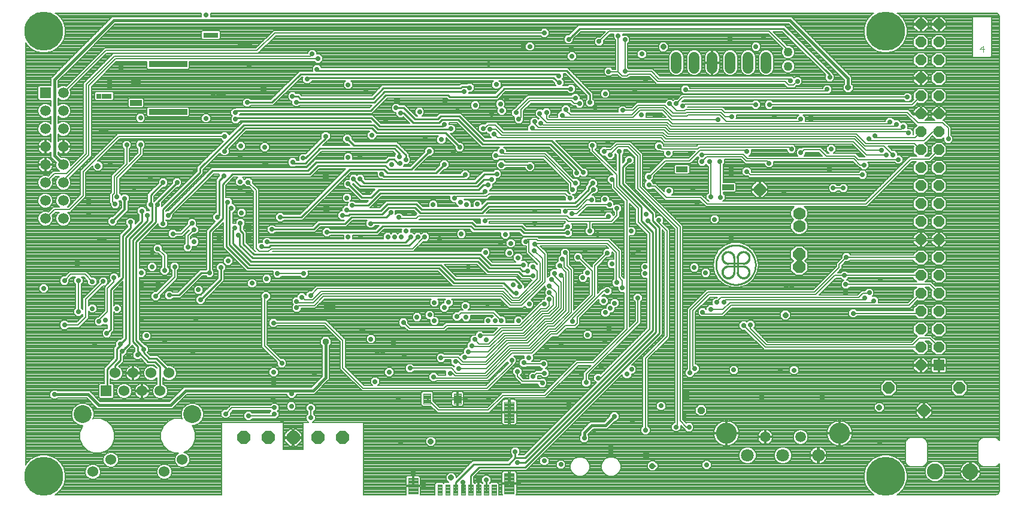
<source format=gbl>
G75*
%MOIN*%
%OFA0B0*%
%FSLAX25Y25*%
%IPPOS*%
%LPD*%
%AMOC8*
5,1,8,0,0,1.08239X$1,22.5*
%
%ADD10C,0.00400*%
%ADD11C,0.01000*%
%ADD12C,0.00100*%
%ADD13OC8,0.06496*%
%ADD14R,0.05906X0.05906*%
%ADD15OC8,0.05906*%
%ADD16C,0.05906*%
%ADD17OC8,0.07087*%
%ADD18C,0.07087*%
%ADD19C,0.11661*%
%ADD20C,0.00413*%
%ADD21C,0.00400*%
%ADD22C,0.00390*%
%ADD23C,0.06000*%
%ADD24R,0.06000X0.06000*%
%ADD25C,0.10000*%
%ADD26C,0.08858*%
%ADD27C,0.05906*%
%ADD28C,0.05000*%
%ADD29C,0.07000*%
%ADD30OC8,0.07000*%
%ADD31C,0.21654*%
%ADD32OC8,0.02781*%
%ADD33R,0.02781X0.02781*%
%ADD34R,0.03175X0.03175*%
%ADD35OC8,0.03175*%
%ADD36C,0.00800*%
%ADD37C,0.00600*%
%ADD38C,0.01600*%
%ADD39OC8,0.03962*%
%ADD40OC8,0.03569*%
%ADD41C,0.01200*%
D10*
X0588749Y0416326D02*
X0591151Y0416326D01*
X0590550Y0418127D02*
X0588749Y0416326D01*
X0590550Y0418127D02*
X0590550Y0414524D01*
D11*
X0505178Y0402045D02*
X0479428Y0427795D01*
X0365878Y0427795D01*
X0359828Y0421745D01*
X0362028Y0423945D01*
X0358528Y0404245D02*
X0371778Y0390995D01*
X0371778Y0386495D01*
X0361078Y0394095D02*
X0360978Y0394195D01*
X0323928Y0394195D01*
X0319528Y0389795D01*
X0293528Y0389795D01*
X0293028Y0390295D01*
X0292978Y0390295D01*
X0292728Y0390545D01*
X0258128Y0390545D01*
X0249628Y0382045D01*
X0175428Y0382045D01*
X0174278Y0380895D01*
X0175228Y0377945D02*
X0174478Y0377195D01*
X0175228Y0377945D02*
X0250078Y0377945D01*
X0254578Y0373445D01*
X0289778Y0373445D01*
X0290628Y0374295D01*
X0289478Y0377095D02*
X0298228Y0377095D01*
X0311928Y0363395D01*
X0349628Y0363395D01*
X0364478Y0348545D01*
X0364478Y0347245D01*
X0368078Y0347495D02*
X0350278Y0365295D01*
X0312578Y0365295D01*
X0301028Y0376845D01*
X0301028Y0376895D01*
X0298928Y0378995D01*
X0288678Y0378995D01*
X0286928Y0377245D01*
X0274228Y0377245D01*
X0267978Y0383495D01*
X0263778Y0383495D01*
X0266228Y0380695D02*
X0268078Y0380695D01*
X0273428Y0375345D01*
X0287728Y0375345D01*
X0289478Y0377095D01*
X0294278Y0371895D02*
X0293928Y0371545D01*
X0253778Y0371545D01*
X0251228Y0374095D01*
X0178928Y0374095D01*
X0154678Y0349845D01*
X0154678Y0347595D01*
X0133978Y0326895D01*
X0133978Y0319145D01*
X0129978Y0319895D02*
X0119128Y0309045D01*
X0119128Y0253995D01*
X0123428Y0249695D01*
X0123428Y0249045D01*
X0123228Y0248845D01*
X0123228Y0247245D01*
X0126428Y0244045D01*
X0130228Y0244045D01*
X0137388Y0236885D01*
X0137388Y0235862D01*
X0132388Y0239285D02*
X0129578Y0242095D01*
X0125778Y0242095D01*
X0120953Y0246920D01*
X0120953Y0246870D01*
X0119928Y0245845D01*
X0120953Y0246920D02*
X0119978Y0247895D01*
X0119978Y0250495D01*
X0117228Y0253245D01*
X0117228Y0309845D01*
X0128028Y0320645D01*
X0128028Y0328795D01*
X0127178Y0329645D01*
X0127178Y0334995D01*
X0134128Y0341945D01*
X0141878Y0341945D02*
X0130878Y0330945D01*
X0130878Y0329545D01*
X0129978Y0328645D01*
X0129978Y0319895D01*
X0125178Y0320495D02*
X0115328Y0310645D01*
X0115328Y0252095D01*
X0111228Y0247995D01*
X0110178Y0246945D01*
X0110178Y0242845D01*
X0107388Y0240055D01*
X0107388Y0235862D01*
X0102878Y0238095D02*
X0102878Y0226352D01*
X0102388Y0225862D01*
X0102878Y0238095D02*
X0108378Y0243595D01*
X0108378Y0249395D01*
X0110297Y0251313D01*
X0110297Y0251913D01*
X0113428Y0255045D01*
X0113428Y0311445D01*
X0122378Y0320395D01*
X0122378Y0326095D01*
X0125178Y0323695D02*
X0125178Y0320495D01*
X0136878Y0323645D02*
X0161728Y0348495D01*
X0214728Y0348495D01*
X0219428Y0353195D01*
X0258478Y0353195D01*
X0260128Y0354845D01*
X0262528Y0354845D01*
X0264728Y0352645D01*
X0265878Y0352645D01*
X0265628Y0356345D02*
X0265628Y0358095D01*
X0262828Y0360895D01*
X0221478Y0360895D01*
X0213328Y0352745D01*
X0206725Y0352745D01*
X0206177Y0353293D01*
X0212078Y0355495D02*
X0213378Y0355495D01*
X0224678Y0366795D01*
X0224678Y0367795D01*
X0236628Y0366395D02*
X0240228Y0362795D01*
X0263628Y0362795D01*
X0269178Y0357245D01*
X0269178Y0354645D01*
X0272278Y0349245D02*
X0259828Y0349245D01*
X0257778Y0351295D01*
X0220278Y0351295D01*
X0215578Y0346595D01*
X0172778Y0346595D01*
X0167278Y0341095D01*
X0167278Y0321945D01*
X0159878Y0314545D01*
X0159878Y0291545D01*
X0155328Y0291545D01*
X0142978Y0279195D01*
X0137528Y0279195D01*
X0154928Y0276595D02*
X0166378Y0288045D01*
X0166378Y0294595D01*
X0169228Y0306345D02*
X0181328Y0294245D01*
X0287778Y0294245D01*
X0295928Y0286095D01*
X0323678Y0286095D01*
X0329428Y0280345D01*
X0330778Y0280345D01*
X0332628Y0283845D02*
X0332628Y0285395D01*
X0330028Y0287995D01*
X0296728Y0287995D01*
X0288578Y0296145D01*
X0182178Y0296145D01*
X0171128Y0307195D01*
X0171128Y0326795D01*
X0172028Y0327695D01*
X0169228Y0330245D02*
X0169228Y0306345D01*
X0173078Y0307995D02*
X0173078Y0315745D01*
X0174028Y0316695D01*
X0177128Y0315295D02*
X0178678Y0313745D01*
X0178678Y0307795D01*
X0184628Y0301845D01*
X0310778Y0301845D01*
X0316628Y0295995D01*
X0334628Y0295995D01*
X0332628Y0294195D02*
X0315678Y0294195D01*
X0309928Y0299945D01*
X0183828Y0299945D01*
X0176778Y0306995D01*
X0176778Y0311645D01*
X0175878Y0312545D01*
X0177128Y0315295D02*
X0177128Y0319445D01*
X0165228Y0323695D02*
X0164278Y0322745D01*
X0165228Y0323695D02*
X0165228Y0343045D01*
X0167928Y0345745D01*
X0168228Y0359445D02*
X0168228Y0360695D01*
X0179728Y0372195D01*
X0250428Y0372195D01*
X0252978Y0369645D01*
X0291228Y0369645D01*
X0299178Y0361695D01*
X0290728Y0351995D02*
X0286078Y0347345D01*
X0259028Y0347345D01*
X0256978Y0349395D01*
X0237828Y0349395D01*
X0211078Y0322645D01*
X0199228Y0322645D01*
X0194728Y0315895D02*
X0217878Y0315895D01*
X0221078Y0319095D01*
X0235428Y0319095D01*
X0238878Y0322545D01*
X0258178Y0322545D01*
X0260878Y0325245D01*
X0259678Y0328045D02*
X0274228Y0328045D01*
X0277228Y0325045D01*
X0311678Y0325045D01*
X0315278Y0328645D01*
X0364128Y0328645D01*
X0373578Y0338095D01*
X0370878Y0337995D02*
X0370878Y0339245D01*
X0373328Y0341695D01*
X0370878Y0337995D02*
X0363378Y0330495D01*
X0314578Y0330495D01*
X0311028Y0326945D01*
X0278028Y0326945D01*
X0275028Y0329945D01*
X0258878Y0329945D01*
X0255278Y0326345D01*
X0236728Y0326345D01*
X0236378Y0326695D01*
X0238078Y0324445D02*
X0256078Y0324445D01*
X0259678Y0328045D01*
X0250328Y0319695D02*
X0249732Y0319099D01*
X0250328Y0319695D02*
X0306028Y0319695D01*
X0307978Y0317745D01*
X0333728Y0317745D01*
X0335778Y0315695D01*
X0357078Y0315695D01*
X0358828Y0317445D01*
X0359278Y0317445D01*
X0359278Y0313845D02*
X0335028Y0313845D01*
X0333028Y0315845D01*
X0307178Y0315845D01*
X0305228Y0317795D01*
X0256378Y0317795D01*
X0252978Y0314395D01*
X0225278Y0314395D01*
X0233978Y0323695D02*
X0237328Y0323695D01*
X0238078Y0324445D01*
X0239378Y0329195D02*
X0248178Y0329195D01*
X0255078Y0336095D01*
X0312228Y0336095D01*
X0313278Y0337145D01*
X0312228Y0340545D02*
X0309678Y0337995D01*
X0254278Y0337995D01*
X0249878Y0333595D01*
X0244728Y0333595D01*
X0237128Y0341195D01*
X0240128Y0343695D02*
X0240128Y0343995D01*
X0240128Y0343695D02*
X0243928Y0339895D01*
X0308878Y0339895D01*
X0312728Y0343745D01*
X0317078Y0343745D01*
X0315128Y0340545D02*
X0312228Y0340545D01*
X0308028Y0341795D02*
X0312978Y0346745D01*
X0319878Y0346745D01*
X0308028Y0341795D02*
X0246028Y0341795D01*
X0243778Y0344045D01*
X0255778Y0346595D02*
X0256928Y0345445D01*
X0301328Y0345445D01*
X0302228Y0346345D01*
X0282328Y0359295D02*
X0272278Y0349245D01*
X0271828Y0311645D02*
X0268978Y0308795D01*
X0192028Y0308795D01*
X0191928Y0308895D01*
X0193878Y0306895D02*
X0271078Y0306895D01*
X0275828Y0311645D01*
X0309228Y0298045D02*
X0314928Y0292345D01*
X0331878Y0292345D01*
X0334328Y0289895D01*
X0339728Y0289895D01*
X0336878Y0292795D02*
X0334028Y0292795D01*
X0332628Y0294195D01*
X0309228Y0298045D02*
X0183028Y0298045D01*
X0173078Y0307995D01*
X0189078Y0306195D02*
X0189328Y0305945D01*
X0192928Y0305945D01*
X0193878Y0306895D01*
X0170128Y0331145D02*
X0169228Y0330245D01*
X0116028Y0319845D02*
X0116028Y0316745D01*
X0111528Y0312245D01*
X0111528Y0289045D01*
X0104828Y0282345D01*
X0104828Y0260045D01*
X0102778Y0257995D01*
X0110297Y0251913D02*
X0111178Y0252795D01*
X0113078Y0249845D02*
X0111228Y0247995D01*
X0132388Y0239285D02*
X0132388Y0225862D01*
X0273228Y0179745D02*
X0273235Y0179751D01*
X0273235Y0172949D01*
X0296660Y0170744D02*
X0296978Y0171063D01*
X0296978Y0175045D01*
X0307078Y0185145D01*
X0326578Y0185145D01*
X0330128Y0188695D01*
X0330128Y0192095D01*
X0330128Y0188695D02*
X0335728Y0188695D01*
X0406578Y0259545D01*
X0406578Y0314245D01*
X0400228Y0320595D01*
X0400228Y0328445D01*
X0388128Y0340545D01*
X0388128Y0359295D01*
X0393728Y0354445D02*
X0389928Y0350645D01*
X0389928Y0341295D01*
X0406578Y0324645D01*
X0406578Y0320645D01*
X0410278Y0316945D01*
X0410278Y0258045D01*
X0335528Y0183295D01*
X0309828Y0183295D01*
X0305321Y0178788D01*
X0305321Y0170744D01*
X0309652Y0170744D02*
X0309652Y0176069D01*
X0309678Y0176095D01*
X0313928Y0176245D02*
X0313928Y0171980D01*
X0313983Y0170744D01*
X0331228Y0185995D02*
X0335628Y0185995D01*
X0408378Y0258745D01*
X0408378Y0316295D01*
X0403878Y0320795D01*
X0448722Y0296872D02*
X0456990Y0296872D01*
X0456990Y0295297D02*
X0448722Y0295297D01*
X0441856Y0296084D02*
X0441859Y0296354D01*
X0441869Y0296624D01*
X0441886Y0296893D01*
X0441909Y0297162D01*
X0441939Y0297431D01*
X0441975Y0297698D01*
X0442018Y0297965D01*
X0442067Y0298230D01*
X0442123Y0298494D01*
X0442186Y0298757D01*
X0442254Y0299018D01*
X0442330Y0299277D01*
X0442411Y0299534D01*
X0442499Y0299790D01*
X0442593Y0300043D01*
X0442693Y0300294D01*
X0442800Y0300542D01*
X0442912Y0300787D01*
X0443031Y0301030D01*
X0443155Y0301269D01*
X0443285Y0301506D01*
X0443421Y0301739D01*
X0443563Y0301969D01*
X0443710Y0302195D01*
X0443863Y0302418D01*
X0444021Y0302637D01*
X0444184Y0302852D01*
X0444353Y0303062D01*
X0444527Y0303269D01*
X0444706Y0303471D01*
X0444889Y0303669D01*
X0445078Y0303862D01*
X0445271Y0304051D01*
X0445469Y0304234D01*
X0445671Y0304413D01*
X0445878Y0304587D01*
X0446088Y0304756D01*
X0446303Y0304919D01*
X0446522Y0305077D01*
X0446745Y0305230D01*
X0446971Y0305377D01*
X0447201Y0305519D01*
X0447434Y0305655D01*
X0447671Y0305785D01*
X0447910Y0305909D01*
X0448153Y0306028D01*
X0448398Y0306140D01*
X0448646Y0306247D01*
X0448897Y0306347D01*
X0449150Y0306441D01*
X0449406Y0306529D01*
X0449663Y0306610D01*
X0449922Y0306686D01*
X0450183Y0306754D01*
X0450446Y0306817D01*
X0450710Y0306873D01*
X0450975Y0306922D01*
X0451242Y0306965D01*
X0451509Y0307001D01*
X0451778Y0307031D01*
X0452047Y0307054D01*
X0452316Y0307071D01*
X0452586Y0307081D01*
X0452856Y0307084D01*
X0453126Y0307081D01*
X0453396Y0307071D01*
X0453665Y0307054D01*
X0453934Y0307031D01*
X0454203Y0307001D01*
X0454470Y0306965D01*
X0454737Y0306922D01*
X0455002Y0306873D01*
X0455266Y0306817D01*
X0455529Y0306754D01*
X0455790Y0306686D01*
X0456049Y0306610D01*
X0456306Y0306529D01*
X0456562Y0306441D01*
X0456815Y0306347D01*
X0457066Y0306247D01*
X0457314Y0306140D01*
X0457559Y0306028D01*
X0457802Y0305909D01*
X0458041Y0305785D01*
X0458278Y0305655D01*
X0458511Y0305519D01*
X0458741Y0305377D01*
X0458967Y0305230D01*
X0459190Y0305077D01*
X0459409Y0304919D01*
X0459624Y0304756D01*
X0459834Y0304587D01*
X0460041Y0304413D01*
X0460243Y0304234D01*
X0460441Y0304051D01*
X0460634Y0303862D01*
X0460823Y0303669D01*
X0461006Y0303471D01*
X0461185Y0303269D01*
X0461359Y0303062D01*
X0461528Y0302852D01*
X0461691Y0302637D01*
X0461849Y0302418D01*
X0462002Y0302195D01*
X0462149Y0301969D01*
X0462291Y0301739D01*
X0462427Y0301506D01*
X0462557Y0301269D01*
X0462681Y0301030D01*
X0462800Y0300787D01*
X0462912Y0300542D01*
X0463019Y0300294D01*
X0463119Y0300043D01*
X0463213Y0299790D01*
X0463301Y0299534D01*
X0463382Y0299277D01*
X0463458Y0299018D01*
X0463526Y0298757D01*
X0463589Y0298494D01*
X0463645Y0298230D01*
X0463694Y0297965D01*
X0463737Y0297698D01*
X0463773Y0297431D01*
X0463803Y0297162D01*
X0463826Y0296893D01*
X0463843Y0296624D01*
X0463853Y0296354D01*
X0463856Y0296084D01*
X0463853Y0295814D01*
X0463843Y0295544D01*
X0463826Y0295275D01*
X0463803Y0295006D01*
X0463773Y0294737D01*
X0463737Y0294470D01*
X0463694Y0294203D01*
X0463645Y0293938D01*
X0463589Y0293674D01*
X0463526Y0293411D01*
X0463458Y0293150D01*
X0463382Y0292891D01*
X0463301Y0292634D01*
X0463213Y0292378D01*
X0463119Y0292125D01*
X0463019Y0291874D01*
X0462912Y0291626D01*
X0462800Y0291381D01*
X0462681Y0291138D01*
X0462557Y0290899D01*
X0462427Y0290662D01*
X0462291Y0290429D01*
X0462149Y0290199D01*
X0462002Y0289973D01*
X0461849Y0289750D01*
X0461691Y0289531D01*
X0461528Y0289316D01*
X0461359Y0289106D01*
X0461185Y0288899D01*
X0461006Y0288697D01*
X0460823Y0288499D01*
X0460634Y0288306D01*
X0460441Y0288117D01*
X0460243Y0287934D01*
X0460041Y0287755D01*
X0459834Y0287581D01*
X0459624Y0287412D01*
X0459409Y0287249D01*
X0459190Y0287091D01*
X0458967Y0286938D01*
X0458741Y0286791D01*
X0458511Y0286649D01*
X0458278Y0286513D01*
X0458041Y0286383D01*
X0457802Y0286259D01*
X0457559Y0286140D01*
X0457314Y0286028D01*
X0457066Y0285921D01*
X0456815Y0285821D01*
X0456562Y0285727D01*
X0456306Y0285639D01*
X0456049Y0285558D01*
X0455790Y0285482D01*
X0455529Y0285414D01*
X0455266Y0285351D01*
X0455002Y0285295D01*
X0454737Y0285246D01*
X0454470Y0285203D01*
X0454203Y0285167D01*
X0453934Y0285137D01*
X0453665Y0285114D01*
X0453396Y0285097D01*
X0453126Y0285087D01*
X0452856Y0285084D01*
X0452586Y0285087D01*
X0452316Y0285097D01*
X0452047Y0285114D01*
X0451778Y0285137D01*
X0451509Y0285167D01*
X0451242Y0285203D01*
X0450975Y0285246D01*
X0450710Y0285295D01*
X0450446Y0285351D01*
X0450183Y0285414D01*
X0449922Y0285482D01*
X0449663Y0285558D01*
X0449406Y0285639D01*
X0449150Y0285727D01*
X0448897Y0285821D01*
X0448646Y0285921D01*
X0448398Y0286028D01*
X0448153Y0286140D01*
X0447910Y0286259D01*
X0447671Y0286383D01*
X0447434Y0286513D01*
X0447201Y0286649D01*
X0446971Y0286791D01*
X0446745Y0286938D01*
X0446522Y0287091D01*
X0446303Y0287249D01*
X0446088Y0287412D01*
X0445878Y0287581D01*
X0445671Y0287755D01*
X0445469Y0287934D01*
X0445271Y0288117D01*
X0445078Y0288306D01*
X0444889Y0288499D01*
X0444706Y0288697D01*
X0444527Y0288899D01*
X0444353Y0289106D01*
X0444184Y0289316D01*
X0444021Y0289531D01*
X0443863Y0289750D01*
X0443710Y0289973D01*
X0443563Y0290199D01*
X0443421Y0290429D01*
X0443285Y0290662D01*
X0443155Y0290899D01*
X0443031Y0291138D01*
X0442912Y0291381D01*
X0442800Y0291626D01*
X0442693Y0291874D01*
X0442593Y0292125D01*
X0442499Y0292378D01*
X0442411Y0292634D01*
X0442330Y0292891D01*
X0442254Y0293150D01*
X0442186Y0293411D01*
X0442123Y0293674D01*
X0442067Y0293938D01*
X0442018Y0294203D01*
X0441975Y0294470D01*
X0441939Y0294737D01*
X0441909Y0295006D01*
X0441886Y0295275D01*
X0441869Y0295544D01*
X0441859Y0295814D01*
X0441856Y0296084D01*
X0451872Y0292147D02*
X0451872Y0300021D01*
X0453840Y0300021D02*
X0453840Y0292147D01*
X0354678Y0397595D02*
X0354228Y0397595D01*
X0351478Y0400345D01*
X0215228Y0400345D01*
X0214378Y0399495D01*
X0210528Y0402345D02*
X0194728Y0386545D01*
X0181028Y0386545D01*
X0206128Y0389945D02*
X0209178Y0389945D01*
X0210428Y0388695D01*
X0250878Y0388695D01*
X0256728Y0394545D01*
X0299678Y0394545D01*
X0300528Y0395395D01*
X0304178Y0395395D01*
X0304778Y0394795D01*
X0301678Y0392595D02*
X0257478Y0392595D01*
X0251678Y0386795D01*
X0208378Y0386795D01*
X0210528Y0402345D02*
X0353428Y0402345D01*
X0354428Y0401345D01*
X0358528Y0404245D02*
X0220628Y0404245D01*
X0219778Y0405095D01*
X0505178Y0402045D02*
X0505178Y0400645D01*
D12*
X0457026Y0296421D02*
X0457054Y0297321D01*
X0457053Y0297320D02*
X0457158Y0297321D01*
X0457264Y0297326D01*
X0457369Y0297334D01*
X0457473Y0297347D01*
X0457577Y0297363D01*
X0457680Y0297383D01*
X0457783Y0297408D01*
X0457884Y0297436D01*
X0457985Y0297467D01*
X0458084Y0297503D01*
X0458181Y0297542D01*
X0458277Y0297585D01*
X0458372Y0297632D01*
X0458464Y0297682D01*
X0458555Y0297735D01*
X0458644Y0297792D01*
X0458730Y0297852D01*
X0458814Y0297915D01*
X0458896Y0297982D01*
X0458975Y0298051D01*
X0459051Y0298124D01*
X0459125Y0298199D01*
X0459196Y0298277D01*
X0459264Y0298357D01*
X0459328Y0298440D01*
X0459390Y0298526D01*
X0459448Y0298614D01*
X0459503Y0298703D01*
X0459555Y0298795D01*
X0459603Y0298889D01*
X0459647Y0298984D01*
X0459688Y0299081D01*
X0459725Y0299180D01*
X0459759Y0299279D01*
X0459789Y0299380D01*
X0459814Y0299482D01*
X0459836Y0299585D01*
X0459855Y0299689D01*
X0459869Y0299793D01*
X0459879Y0299898D01*
X0459886Y0300003D01*
X0459888Y0300108D01*
X0459886Y0300214D01*
X0459881Y0300319D01*
X0459871Y0300424D01*
X0459858Y0300528D01*
X0459841Y0300632D01*
X0459820Y0300735D01*
X0459795Y0300837D01*
X0459766Y0300938D01*
X0459733Y0301039D01*
X0459697Y0301137D01*
X0459657Y0301235D01*
X0459613Y0301330D01*
X0459566Y0301424D01*
X0459515Y0301517D01*
X0459461Y0301607D01*
X0459403Y0301695D01*
X0459342Y0301781D01*
X0459278Y0301864D01*
X0459211Y0301946D01*
X0459141Y0302024D01*
X0459068Y0302100D01*
X0458992Y0302173D01*
X0458914Y0302243D01*
X0458832Y0302310D01*
X0458749Y0302374D01*
X0458663Y0302435D01*
X0458575Y0302493D01*
X0458485Y0302547D01*
X0458392Y0302598D01*
X0458298Y0302645D01*
X0458203Y0302689D01*
X0458105Y0302729D01*
X0458007Y0302765D01*
X0457906Y0302798D01*
X0457805Y0302827D01*
X0457703Y0302852D01*
X0457600Y0302873D01*
X0457496Y0302890D01*
X0457392Y0302903D01*
X0457287Y0302913D01*
X0457182Y0302918D01*
X0457076Y0302920D01*
X0456971Y0302918D01*
X0456866Y0302911D01*
X0456761Y0302901D01*
X0456657Y0302887D01*
X0456553Y0302868D01*
X0456450Y0302846D01*
X0456348Y0302821D01*
X0456247Y0302791D01*
X0456148Y0302757D01*
X0456049Y0302720D01*
X0455952Y0302679D01*
X0455857Y0302635D01*
X0455763Y0302587D01*
X0455671Y0302535D01*
X0455582Y0302480D01*
X0455494Y0302422D01*
X0455408Y0302360D01*
X0455325Y0302296D01*
X0455245Y0302228D01*
X0455167Y0302157D01*
X0455092Y0302083D01*
X0455019Y0302007D01*
X0454950Y0301928D01*
X0454883Y0301846D01*
X0454820Y0301762D01*
X0454760Y0301676D01*
X0454703Y0301587D01*
X0454650Y0301496D01*
X0454600Y0301404D01*
X0454553Y0301309D01*
X0454510Y0301213D01*
X0454471Y0301116D01*
X0454435Y0301017D01*
X0454404Y0300916D01*
X0454376Y0300815D01*
X0454351Y0300712D01*
X0454331Y0300609D01*
X0454315Y0300505D01*
X0454302Y0300401D01*
X0454294Y0300296D01*
X0454289Y0300190D01*
X0454288Y0300085D01*
X0453389Y0300058D01*
X0453388Y0300178D01*
X0453392Y0300298D01*
X0453400Y0300418D01*
X0453412Y0300538D01*
X0453427Y0300657D01*
X0453447Y0300776D01*
X0453470Y0300894D01*
X0453497Y0301011D01*
X0453528Y0301128D01*
X0453562Y0301243D01*
X0453601Y0301357D01*
X0453643Y0301469D01*
X0453688Y0301581D01*
X0453738Y0301690D01*
X0453791Y0301798D01*
X0453847Y0301905D01*
X0453907Y0302009D01*
X0453970Y0302111D01*
X0454036Y0302212D01*
X0454106Y0302310D01*
X0454178Y0302406D01*
X0454254Y0302499D01*
X0454333Y0302590D01*
X0454415Y0302678D01*
X0454499Y0302764D01*
X0454587Y0302846D01*
X0454676Y0302926D01*
X0454769Y0303003D01*
X0454864Y0303077D01*
X0454961Y0303148D01*
X0455061Y0303215D01*
X0455162Y0303279D01*
X0455266Y0303340D01*
X0455372Y0303398D01*
X0455479Y0303452D01*
X0455588Y0303502D01*
X0455699Y0303549D01*
X0455811Y0303593D01*
X0455925Y0303632D01*
X0456040Y0303668D01*
X0456155Y0303701D01*
X0456272Y0303729D01*
X0456390Y0303754D01*
X0456508Y0303774D01*
X0456628Y0303791D01*
X0456747Y0303804D01*
X0456867Y0303813D01*
X0456987Y0303819D01*
X0457107Y0303820D01*
X0457228Y0303817D01*
X0457348Y0303811D01*
X0457468Y0303800D01*
X0457587Y0303786D01*
X0457706Y0303768D01*
X0457824Y0303746D01*
X0457942Y0303720D01*
X0458058Y0303691D01*
X0458174Y0303657D01*
X0458288Y0303620D01*
X0458401Y0303579D01*
X0458513Y0303535D01*
X0458623Y0303487D01*
X0458732Y0303435D01*
X0458839Y0303380D01*
X0458944Y0303321D01*
X0459047Y0303259D01*
X0459148Y0303194D01*
X0459246Y0303125D01*
X0459343Y0303053D01*
X0459437Y0302979D01*
X0459529Y0302901D01*
X0459618Y0302820D01*
X0459704Y0302736D01*
X0459788Y0302650D01*
X0459869Y0302561D01*
X0459947Y0302469D01*
X0460021Y0302375D01*
X0460093Y0302278D01*
X0460162Y0302180D01*
X0460227Y0302079D01*
X0460289Y0301976D01*
X0460348Y0301871D01*
X0460403Y0301764D01*
X0460455Y0301655D01*
X0460503Y0301545D01*
X0460547Y0301433D01*
X0460588Y0301320D01*
X0460625Y0301206D01*
X0460659Y0301090D01*
X0460688Y0300974D01*
X0460714Y0300856D01*
X0460736Y0300738D01*
X0460754Y0300619D01*
X0460768Y0300500D01*
X0460779Y0300380D01*
X0460785Y0300260D01*
X0460788Y0300139D01*
X0460787Y0300019D01*
X0460781Y0299899D01*
X0460772Y0299779D01*
X0460759Y0299660D01*
X0460742Y0299540D01*
X0460722Y0299422D01*
X0460697Y0299304D01*
X0460669Y0299187D01*
X0460636Y0299072D01*
X0460600Y0298957D01*
X0460561Y0298843D01*
X0460517Y0298731D01*
X0460470Y0298620D01*
X0460420Y0298511D01*
X0460366Y0298404D01*
X0460308Y0298298D01*
X0460247Y0298194D01*
X0460183Y0298093D01*
X0460116Y0297993D01*
X0460045Y0297896D01*
X0459971Y0297801D01*
X0459894Y0297708D01*
X0459814Y0297619D01*
X0459732Y0297531D01*
X0459646Y0297447D01*
X0459558Y0297365D01*
X0459467Y0297286D01*
X0459374Y0297210D01*
X0459278Y0297138D01*
X0459180Y0297068D01*
X0459079Y0297002D01*
X0458977Y0296939D01*
X0458873Y0296879D01*
X0458766Y0296823D01*
X0458658Y0296770D01*
X0458549Y0296720D01*
X0458437Y0296675D01*
X0458325Y0296633D01*
X0458211Y0296594D01*
X0458096Y0296560D01*
X0457979Y0296529D01*
X0457862Y0296502D01*
X0457744Y0296479D01*
X0457625Y0296459D01*
X0457506Y0296444D01*
X0457386Y0296432D01*
X0457266Y0296424D01*
X0457146Y0296420D01*
X0457026Y0296421D01*
X0457029Y0296514D01*
X0457148Y0296515D01*
X0457268Y0296518D01*
X0457387Y0296526D01*
X0457506Y0296538D01*
X0457625Y0296554D01*
X0457743Y0296574D01*
X0457860Y0296598D01*
X0457977Y0296625D01*
X0458092Y0296657D01*
X0458207Y0296692D01*
X0458320Y0296731D01*
X0458431Y0296774D01*
X0458542Y0296820D01*
X0458650Y0296870D01*
X0458757Y0296924D01*
X0458863Y0296981D01*
X0458966Y0297041D01*
X0459067Y0297105D01*
X0459166Y0297173D01*
X0459262Y0297243D01*
X0459357Y0297317D01*
X0459448Y0297394D01*
X0459538Y0297474D01*
X0459624Y0297556D01*
X0459708Y0297642D01*
X0459788Y0297730D01*
X0459866Y0297821D01*
X0459941Y0297915D01*
X0460013Y0298010D01*
X0460081Y0298109D01*
X0460146Y0298209D01*
X0460208Y0298312D01*
X0460266Y0298416D01*
X0460321Y0298522D01*
X0460372Y0298631D01*
X0460420Y0298740D01*
X0460464Y0298852D01*
X0460504Y0298964D01*
X0460540Y0299078D01*
X0460573Y0299193D01*
X0460602Y0299310D01*
X0460627Y0299427D01*
X0460648Y0299544D01*
X0460665Y0299663D01*
X0460678Y0299782D01*
X0460687Y0299901D01*
X0460693Y0300020D01*
X0460694Y0300140D01*
X0460691Y0300260D01*
X0460685Y0300379D01*
X0460674Y0300498D01*
X0460660Y0300617D01*
X0460641Y0300735D01*
X0460619Y0300853D01*
X0460592Y0300970D01*
X0460562Y0301085D01*
X0460528Y0301200D01*
X0460491Y0301314D01*
X0460449Y0301426D01*
X0460404Y0301537D01*
X0460355Y0301646D01*
X0460303Y0301754D01*
X0460247Y0301859D01*
X0460187Y0301963D01*
X0460124Y0302065D01*
X0460058Y0302165D01*
X0459989Y0302262D01*
X0459916Y0302357D01*
X0459840Y0302450D01*
X0459762Y0302540D01*
X0459680Y0302627D01*
X0459595Y0302712D01*
X0459508Y0302794D01*
X0459418Y0302872D01*
X0459325Y0302948D01*
X0459230Y0303021D01*
X0459133Y0303090D01*
X0459033Y0303156D01*
X0458931Y0303219D01*
X0458827Y0303279D01*
X0458722Y0303335D01*
X0458614Y0303387D01*
X0458505Y0303436D01*
X0458394Y0303481D01*
X0458282Y0303523D01*
X0458168Y0303560D01*
X0458053Y0303594D01*
X0457938Y0303624D01*
X0457821Y0303651D01*
X0457703Y0303673D01*
X0457585Y0303692D01*
X0457466Y0303706D01*
X0457347Y0303717D01*
X0457228Y0303723D01*
X0457108Y0303726D01*
X0456988Y0303725D01*
X0456869Y0303719D01*
X0456750Y0303710D01*
X0456631Y0303697D01*
X0456512Y0303680D01*
X0456395Y0303659D01*
X0456278Y0303634D01*
X0456161Y0303605D01*
X0456046Y0303572D01*
X0455932Y0303536D01*
X0455820Y0303496D01*
X0455708Y0303452D01*
X0455599Y0303404D01*
X0455490Y0303353D01*
X0455384Y0303298D01*
X0455280Y0303240D01*
X0455177Y0303178D01*
X0455077Y0303113D01*
X0454978Y0303045D01*
X0454883Y0302973D01*
X0454789Y0302898D01*
X0454698Y0302820D01*
X0454610Y0302740D01*
X0454524Y0302656D01*
X0454442Y0302570D01*
X0454362Y0302480D01*
X0454285Y0302389D01*
X0454211Y0302294D01*
X0454141Y0302198D01*
X0454073Y0302099D01*
X0454009Y0301998D01*
X0453949Y0301895D01*
X0453892Y0301789D01*
X0453838Y0301682D01*
X0453788Y0301574D01*
X0453742Y0301463D01*
X0453699Y0301352D01*
X0453660Y0301239D01*
X0453625Y0301124D01*
X0453593Y0301009D01*
X0453566Y0300892D01*
X0453542Y0300775D01*
X0453522Y0300657D01*
X0453506Y0300538D01*
X0453494Y0300419D01*
X0453486Y0300300D01*
X0453483Y0300180D01*
X0453482Y0300061D01*
X0453576Y0300064D01*
X0453577Y0300181D01*
X0453581Y0300298D01*
X0453588Y0300415D01*
X0453600Y0300532D01*
X0453616Y0300648D01*
X0453636Y0300764D01*
X0453659Y0300879D01*
X0453686Y0300993D01*
X0453717Y0301106D01*
X0453752Y0301218D01*
X0453791Y0301329D01*
X0453833Y0301439D01*
X0453879Y0301547D01*
X0453928Y0301653D01*
X0453981Y0301758D01*
X0454038Y0301861D01*
X0454098Y0301962D01*
X0454161Y0302060D01*
X0454227Y0302157D01*
X0454297Y0302252D01*
X0454370Y0302344D01*
X0454445Y0302433D01*
X0454524Y0302520D01*
X0454606Y0302604D01*
X0454690Y0302686D01*
X0454777Y0302765D01*
X0454867Y0302840D01*
X0454959Y0302913D01*
X0455053Y0302983D01*
X0455150Y0303049D01*
X0455249Y0303112D01*
X0455350Y0303172D01*
X0455453Y0303228D01*
X0455558Y0303281D01*
X0455664Y0303330D01*
X0455772Y0303376D01*
X0455882Y0303418D01*
X0455993Y0303457D01*
X0456105Y0303492D01*
X0456218Y0303522D01*
X0456332Y0303550D01*
X0456447Y0303573D01*
X0456563Y0303592D01*
X0456679Y0303608D01*
X0456796Y0303620D01*
X0456913Y0303628D01*
X0457030Y0303632D01*
X0457147Y0303631D01*
X0457265Y0303628D01*
X0457382Y0303620D01*
X0457499Y0303608D01*
X0457615Y0303592D01*
X0457731Y0303573D01*
X0457845Y0303549D01*
X0457960Y0303522D01*
X0458073Y0303491D01*
X0458185Y0303456D01*
X0458296Y0303418D01*
X0458405Y0303376D01*
X0458513Y0303330D01*
X0458620Y0303280D01*
X0458724Y0303227D01*
X0458827Y0303171D01*
X0458928Y0303111D01*
X0459027Y0303048D01*
X0459124Y0302982D01*
X0459218Y0302912D01*
X0459310Y0302839D01*
X0459400Y0302764D01*
X0459487Y0302685D01*
X0459571Y0302603D01*
X0459653Y0302519D01*
X0459732Y0302432D01*
X0459807Y0302342D01*
X0459880Y0302250D01*
X0459950Y0302156D01*
X0460016Y0302059D01*
X0460079Y0301960D01*
X0460139Y0301859D01*
X0460195Y0301756D01*
X0460248Y0301652D01*
X0460298Y0301545D01*
X0460344Y0301437D01*
X0460386Y0301328D01*
X0460424Y0301217D01*
X0460459Y0301105D01*
X0460490Y0300992D01*
X0460517Y0300877D01*
X0460541Y0300763D01*
X0460560Y0300647D01*
X0460576Y0300531D01*
X0460588Y0300414D01*
X0460596Y0300297D01*
X0460599Y0300179D01*
X0460600Y0300062D01*
X0460596Y0299945D01*
X0460588Y0299828D01*
X0460576Y0299711D01*
X0460560Y0299595D01*
X0460541Y0299479D01*
X0460518Y0299364D01*
X0460490Y0299250D01*
X0460460Y0299137D01*
X0460425Y0299025D01*
X0460386Y0298914D01*
X0460344Y0298804D01*
X0460298Y0298696D01*
X0460249Y0298590D01*
X0460196Y0298485D01*
X0460140Y0298382D01*
X0460080Y0298281D01*
X0460017Y0298182D01*
X0459951Y0298085D01*
X0459881Y0297991D01*
X0459808Y0297899D01*
X0459733Y0297809D01*
X0459654Y0297722D01*
X0459572Y0297638D01*
X0459488Y0297556D01*
X0459401Y0297477D01*
X0459312Y0297402D01*
X0459220Y0297329D01*
X0459125Y0297259D01*
X0459028Y0297193D01*
X0458930Y0297130D01*
X0458829Y0297070D01*
X0458726Y0297013D01*
X0458621Y0296960D01*
X0458515Y0296911D01*
X0458407Y0296865D01*
X0458297Y0296823D01*
X0458186Y0296784D01*
X0458074Y0296749D01*
X0457961Y0296718D01*
X0457847Y0296691D01*
X0457732Y0296668D01*
X0457616Y0296648D01*
X0457500Y0296632D01*
X0457383Y0296620D01*
X0457266Y0296613D01*
X0457149Y0296609D01*
X0457032Y0296608D01*
X0457034Y0296702D01*
X0457151Y0296703D01*
X0457268Y0296707D01*
X0457384Y0296715D01*
X0457500Y0296727D01*
X0457616Y0296743D01*
X0457731Y0296763D01*
X0457845Y0296787D01*
X0457958Y0296815D01*
X0458070Y0296846D01*
X0458181Y0296882D01*
X0458291Y0296921D01*
X0458400Y0296964D01*
X0458507Y0297010D01*
X0458612Y0297061D01*
X0458715Y0297114D01*
X0458817Y0297172D01*
X0458917Y0297232D01*
X0459014Y0297296D01*
X0459109Y0297364D01*
X0459202Y0297434D01*
X0459293Y0297508D01*
X0459380Y0297585D01*
X0459466Y0297664D01*
X0459548Y0297747D01*
X0459628Y0297832D01*
X0459704Y0297920D01*
X0459778Y0298011D01*
X0459848Y0298104D01*
X0459915Y0298199D01*
X0459979Y0298297D01*
X0460040Y0298396D01*
X0460097Y0298498D01*
X0460150Y0298602D01*
X0460200Y0298707D01*
X0460247Y0298814D01*
X0460289Y0298923D01*
X0460328Y0299033D01*
X0460364Y0299144D01*
X0460395Y0299256D01*
X0460423Y0299370D01*
X0460446Y0299484D01*
X0460466Y0299599D01*
X0460482Y0299714D01*
X0460494Y0299830D01*
X0460502Y0299947D01*
X0460506Y0300063D01*
X0460505Y0300180D01*
X0460501Y0300296D01*
X0460493Y0300413D01*
X0460481Y0300529D01*
X0460466Y0300644D01*
X0460446Y0300759D01*
X0460422Y0300874D01*
X0460394Y0300987D01*
X0460363Y0301099D01*
X0460327Y0301210D01*
X0460288Y0301320D01*
X0460246Y0301429D01*
X0460199Y0301536D01*
X0460149Y0301641D01*
X0460095Y0301745D01*
X0460038Y0301846D01*
X0459977Y0301946D01*
X0459913Y0302043D01*
X0459846Y0302139D01*
X0459776Y0302232D01*
X0459702Y0302322D01*
X0459625Y0302410D01*
X0459546Y0302495D01*
X0459463Y0302578D01*
X0459378Y0302657D01*
X0459290Y0302734D01*
X0459200Y0302808D01*
X0459107Y0302878D01*
X0459011Y0302945D01*
X0458914Y0303009D01*
X0458814Y0303070D01*
X0458713Y0303127D01*
X0458609Y0303181D01*
X0458504Y0303231D01*
X0458397Y0303278D01*
X0458288Y0303320D01*
X0458178Y0303359D01*
X0458067Y0303395D01*
X0457955Y0303426D01*
X0457842Y0303454D01*
X0457727Y0303478D01*
X0457612Y0303498D01*
X0457497Y0303513D01*
X0457381Y0303525D01*
X0457264Y0303533D01*
X0457148Y0303537D01*
X0457031Y0303538D01*
X0456915Y0303534D01*
X0456798Y0303526D01*
X0456682Y0303514D01*
X0456567Y0303498D01*
X0456452Y0303478D01*
X0456338Y0303455D01*
X0456224Y0303427D01*
X0456112Y0303396D01*
X0456001Y0303360D01*
X0455891Y0303321D01*
X0455782Y0303279D01*
X0455675Y0303232D01*
X0455570Y0303182D01*
X0455466Y0303129D01*
X0455364Y0303072D01*
X0455265Y0303011D01*
X0455167Y0302947D01*
X0455072Y0302880D01*
X0454979Y0302810D01*
X0454888Y0302736D01*
X0454800Y0302660D01*
X0454715Y0302580D01*
X0454632Y0302498D01*
X0454553Y0302412D01*
X0454476Y0302325D01*
X0454402Y0302234D01*
X0454332Y0302141D01*
X0454264Y0302046D01*
X0454200Y0301949D01*
X0454140Y0301849D01*
X0454082Y0301747D01*
X0454029Y0301644D01*
X0453978Y0301539D01*
X0453932Y0301432D01*
X0453889Y0301323D01*
X0453850Y0301213D01*
X0453814Y0301102D01*
X0453783Y0300990D01*
X0453755Y0300877D01*
X0453731Y0300763D01*
X0453711Y0300648D01*
X0453695Y0300532D01*
X0453683Y0300416D01*
X0453675Y0300300D01*
X0453671Y0300183D01*
X0453670Y0300066D01*
X0453764Y0300069D01*
X0453765Y0300184D01*
X0453769Y0300298D01*
X0453777Y0300412D01*
X0453789Y0300525D01*
X0453805Y0300638D01*
X0453824Y0300751D01*
X0453848Y0300863D01*
X0453875Y0300974D01*
X0453907Y0301083D01*
X0453942Y0301192D01*
X0453980Y0301300D01*
X0454023Y0301406D01*
X0454069Y0301510D01*
X0454118Y0301613D01*
X0454171Y0301714D01*
X0454228Y0301814D01*
X0454288Y0301911D01*
X0454351Y0302006D01*
X0454417Y0302099D01*
X0454487Y0302190D01*
X0454560Y0302278D01*
X0454635Y0302363D01*
X0454714Y0302446D01*
X0454795Y0302527D01*
X0454879Y0302604D01*
X0454966Y0302678D01*
X0455055Y0302750D01*
X0455147Y0302818D01*
X0455240Y0302883D01*
X0455336Y0302945D01*
X0455435Y0303004D01*
X0455535Y0303059D01*
X0455637Y0303110D01*
X0455740Y0303158D01*
X0455845Y0303203D01*
X0455952Y0303244D01*
X0456060Y0303281D01*
X0456169Y0303315D01*
X0456280Y0303344D01*
X0456391Y0303370D01*
X0456503Y0303392D01*
X0456616Y0303410D01*
X0456729Y0303425D01*
X0456843Y0303435D01*
X0456957Y0303441D01*
X0457071Y0303444D01*
X0457185Y0303443D01*
X0457299Y0303437D01*
X0457413Y0303428D01*
X0457527Y0303415D01*
X0457640Y0303398D01*
X0457752Y0303377D01*
X0457864Y0303352D01*
X0457974Y0303324D01*
X0458084Y0303291D01*
X0458192Y0303255D01*
X0458299Y0303215D01*
X0458405Y0303172D01*
X0458509Y0303125D01*
X0458611Y0303074D01*
X0458712Y0303020D01*
X0458811Y0302963D01*
X0458907Y0302902D01*
X0459002Y0302838D01*
X0459094Y0302770D01*
X0459184Y0302700D01*
X0459271Y0302626D01*
X0459356Y0302550D01*
X0459438Y0302470D01*
X0459518Y0302388D01*
X0459594Y0302303D01*
X0459668Y0302216D01*
X0459738Y0302126D01*
X0459806Y0302034D01*
X0459870Y0301939D01*
X0459931Y0301843D01*
X0459988Y0301744D01*
X0460042Y0301643D01*
X0460093Y0301541D01*
X0460140Y0301437D01*
X0460183Y0301331D01*
X0460223Y0301224D01*
X0460259Y0301116D01*
X0460292Y0301006D01*
X0460320Y0300896D01*
X0460345Y0300784D01*
X0460366Y0300672D01*
X0460383Y0300559D01*
X0460396Y0300445D01*
X0460405Y0300331D01*
X0460411Y0300217D01*
X0460412Y0300103D01*
X0460409Y0299989D01*
X0460403Y0299875D01*
X0460393Y0299761D01*
X0460378Y0299648D01*
X0460360Y0299535D01*
X0460338Y0299423D01*
X0460312Y0299312D01*
X0460283Y0299201D01*
X0460249Y0299092D01*
X0460212Y0298984D01*
X0460171Y0298877D01*
X0460126Y0298772D01*
X0460078Y0298669D01*
X0460027Y0298567D01*
X0459972Y0298467D01*
X0459913Y0298368D01*
X0459851Y0298272D01*
X0459786Y0298179D01*
X0459718Y0298087D01*
X0459646Y0297998D01*
X0459572Y0297911D01*
X0459495Y0297827D01*
X0459414Y0297746D01*
X0459331Y0297667D01*
X0459246Y0297592D01*
X0459158Y0297519D01*
X0459067Y0297449D01*
X0458974Y0297383D01*
X0458879Y0297320D01*
X0458782Y0297260D01*
X0458682Y0297203D01*
X0458581Y0297150D01*
X0458478Y0297101D01*
X0458374Y0297055D01*
X0458268Y0297012D01*
X0458160Y0296974D01*
X0458051Y0296939D01*
X0457942Y0296907D01*
X0457831Y0296880D01*
X0457719Y0296856D01*
X0457606Y0296837D01*
X0457493Y0296821D01*
X0457380Y0296809D01*
X0457266Y0296801D01*
X0457152Y0296797D01*
X0457037Y0296796D01*
X0457040Y0296890D01*
X0457153Y0296891D01*
X0457265Y0296895D01*
X0457378Y0296903D01*
X0457490Y0296915D01*
X0457601Y0296931D01*
X0457712Y0296951D01*
X0457822Y0296975D01*
X0457931Y0297002D01*
X0458039Y0297033D01*
X0458146Y0297068D01*
X0458252Y0297107D01*
X0458357Y0297150D01*
X0458459Y0297196D01*
X0458560Y0297245D01*
X0458660Y0297298D01*
X0458757Y0297355D01*
X0458853Y0297415D01*
X0458946Y0297478D01*
X0459037Y0297544D01*
X0459125Y0297614D01*
X0459212Y0297686D01*
X0459295Y0297762D01*
X0459376Y0297840D01*
X0459454Y0297921D01*
X0459529Y0298005D01*
X0459601Y0298091D01*
X0459671Y0298180D01*
X0459737Y0298271D01*
X0459800Y0298365D01*
X0459859Y0298461D01*
X0459915Y0298558D01*
X0459968Y0298658D01*
X0460017Y0298759D01*
X0460063Y0298862D01*
X0460105Y0298966D01*
X0460143Y0299072D01*
X0460178Y0299179D01*
X0460209Y0299288D01*
X0460236Y0299397D01*
X0460259Y0299507D01*
X0460279Y0299618D01*
X0460294Y0299730D01*
X0460306Y0299842D01*
X0460314Y0299954D01*
X0460318Y0300067D01*
X0460317Y0300179D01*
X0460313Y0300292D01*
X0460305Y0300404D01*
X0460294Y0300516D01*
X0460278Y0300628D01*
X0460258Y0300738D01*
X0460235Y0300849D01*
X0460207Y0300958D01*
X0460176Y0301066D01*
X0460141Y0301173D01*
X0460103Y0301279D01*
X0460061Y0301383D01*
X0460015Y0301486D01*
X0459965Y0301587D01*
X0459913Y0301687D01*
X0459856Y0301784D01*
X0459796Y0301880D01*
X0459734Y0301973D01*
X0459667Y0302064D01*
X0459598Y0302153D01*
X0459526Y0302239D01*
X0459450Y0302323D01*
X0459372Y0302404D01*
X0459291Y0302482D01*
X0459207Y0302558D01*
X0459121Y0302630D01*
X0459032Y0302699D01*
X0458941Y0302766D01*
X0458848Y0302828D01*
X0458752Y0302888D01*
X0458655Y0302945D01*
X0458555Y0302997D01*
X0458454Y0303047D01*
X0458351Y0303093D01*
X0458247Y0303135D01*
X0458141Y0303173D01*
X0458034Y0303208D01*
X0457926Y0303239D01*
X0457817Y0303267D01*
X0457706Y0303290D01*
X0457596Y0303310D01*
X0457484Y0303326D01*
X0457372Y0303337D01*
X0457260Y0303345D01*
X0457147Y0303349D01*
X0457035Y0303350D01*
X0456922Y0303346D01*
X0456810Y0303338D01*
X0456698Y0303326D01*
X0456586Y0303311D01*
X0456475Y0303291D01*
X0456365Y0303268D01*
X0456256Y0303241D01*
X0456147Y0303210D01*
X0456040Y0303175D01*
X0455934Y0303137D01*
X0455830Y0303095D01*
X0455727Y0303049D01*
X0455626Y0303000D01*
X0455526Y0302947D01*
X0455429Y0302891D01*
X0455333Y0302832D01*
X0455239Y0302769D01*
X0455148Y0302703D01*
X0455059Y0302633D01*
X0454973Y0302561D01*
X0454889Y0302486D01*
X0454808Y0302408D01*
X0454730Y0302327D01*
X0454654Y0302244D01*
X0454582Y0302157D01*
X0454512Y0302069D01*
X0454446Y0301978D01*
X0454383Y0301885D01*
X0454323Y0301789D01*
X0454266Y0301692D01*
X0454213Y0301592D01*
X0454164Y0301491D01*
X0454118Y0301389D01*
X0454075Y0301284D01*
X0454036Y0301178D01*
X0454001Y0301071D01*
X0453970Y0300963D01*
X0453943Y0300854D01*
X0453919Y0300744D01*
X0453899Y0300633D01*
X0453883Y0300522D01*
X0453871Y0300410D01*
X0453863Y0300297D01*
X0453859Y0300185D01*
X0453858Y0300072D01*
X0453952Y0300075D01*
X0453953Y0300187D01*
X0453957Y0300298D01*
X0453965Y0300410D01*
X0453978Y0300521D01*
X0453994Y0300632D01*
X0454014Y0300742D01*
X0454038Y0300851D01*
X0454066Y0300959D01*
X0454098Y0301066D01*
X0454134Y0301172D01*
X0454173Y0301277D01*
X0454216Y0301380D01*
X0454263Y0301481D01*
X0454313Y0301581D01*
X0454367Y0301679D01*
X0454424Y0301775D01*
X0454485Y0301869D01*
X0454549Y0301961D01*
X0454616Y0302050D01*
X0454687Y0302137D01*
X0454760Y0302221D01*
X0454836Y0302303D01*
X0454916Y0302382D01*
X0454998Y0302458D01*
X0455082Y0302531D01*
X0455169Y0302601D01*
X0455259Y0302667D01*
X0455351Y0302731D01*
X0455445Y0302791D01*
X0455541Y0302848D01*
X0455640Y0302902D01*
X0455740Y0302951D01*
X0455841Y0302998D01*
X0455945Y0303040D01*
X0456050Y0303079D01*
X0456156Y0303114D01*
X0456263Y0303146D01*
X0456371Y0303173D01*
X0456481Y0303197D01*
X0456591Y0303216D01*
X0456701Y0303232D01*
X0456813Y0303244D01*
X0456924Y0303252D01*
X0457036Y0303256D01*
X0457148Y0303255D01*
X0457259Y0303251D01*
X0457371Y0303243D01*
X0457482Y0303231D01*
X0457592Y0303215D01*
X0457702Y0303195D01*
X0457812Y0303171D01*
X0457920Y0303144D01*
X0458027Y0303112D01*
X0458133Y0303077D01*
X0458238Y0303038D01*
X0458341Y0302995D01*
X0458443Y0302948D01*
X0458543Y0302898D01*
X0458641Y0302845D01*
X0458737Y0302787D01*
X0458831Y0302727D01*
X0458923Y0302663D01*
X0459012Y0302596D01*
X0459099Y0302526D01*
X0459184Y0302453D01*
X0459266Y0302377D01*
X0459345Y0302298D01*
X0459421Y0302216D01*
X0459494Y0302131D01*
X0459564Y0302044D01*
X0459631Y0301955D01*
X0459695Y0301863D01*
X0459755Y0301769D01*
X0459813Y0301673D01*
X0459866Y0301575D01*
X0459916Y0301475D01*
X0459963Y0301373D01*
X0460006Y0301270D01*
X0460045Y0301165D01*
X0460080Y0301059D01*
X0460112Y0300952D01*
X0460139Y0300844D01*
X0460163Y0300734D01*
X0460183Y0300624D01*
X0460199Y0300514D01*
X0460211Y0300403D01*
X0460219Y0300291D01*
X0460223Y0300180D01*
X0460224Y0300068D01*
X0460220Y0299956D01*
X0460212Y0299845D01*
X0460200Y0299733D01*
X0460184Y0299623D01*
X0460165Y0299513D01*
X0460141Y0299403D01*
X0460114Y0299295D01*
X0460082Y0299188D01*
X0460047Y0299082D01*
X0460008Y0298977D01*
X0459966Y0298873D01*
X0459919Y0298772D01*
X0459870Y0298672D01*
X0459816Y0298573D01*
X0459759Y0298477D01*
X0459699Y0298383D01*
X0459635Y0298291D01*
X0459569Y0298201D01*
X0459499Y0298114D01*
X0459426Y0298030D01*
X0459350Y0297948D01*
X0459271Y0297868D01*
X0459189Y0297792D01*
X0459105Y0297719D01*
X0459018Y0297648D01*
X0458929Y0297581D01*
X0458837Y0297517D01*
X0458743Y0297456D01*
X0458647Y0297399D01*
X0458549Y0297345D01*
X0458449Y0297295D01*
X0458348Y0297248D01*
X0458245Y0297205D01*
X0458140Y0297166D01*
X0458034Y0297130D01*
X0457927Y0297098D01*
X0457819Y0297070D01*
X0457710Y0297046D01*
X0457600Y0297026D01*
X0457489Y0297010D01*
X0457378Y0296997D01*
X0457266Y0296989D01*
X0457155Y0296985D01*
X0457043Y0296984D01*
X0457046Y0297078D01*
X0457155Y0297079D01*
X0457264Y0297083D01*
X0457373Y0297091D01*
X0457482Y0297104D01*
X0457590Y0297120D01*
X0457697Y0297140D01*
X0457804Y0297163D01*
X0457909Y0297191D01*
X0458014Y0297222D01*
X0458117Y0297258D01*
X0458220Y0297296D01*
X0458320Y0297339D01*
X0458419Y0297385D01*
X0458517Y0297434D01*
X0458612Y0297487D01*
X0458706Y0297544D01*
X0458797Y0297604D01*
X0458886Y0297667D01*
X0458973Y0297733D01*
X0459058Y0297802D01*
X0459140Y0297874D01*
X0459219Y0297949D01*
X0459296Y0298027D01*
X0459369Y0298108D01*
X0459440Y0298191D01*
X0459508Y0298277D01*
X0459572Y0298365D01*
X0459634Y0298455D01*
X0459692Y0298547D01*
X0459747Y0298642D01*
X0459798Y0298738D01*
X0459846Y0298837D01*
X0459890Y0298936D01*
X0459931Y0299038D01*
X0459968Y0299141D01*
X0460001Y0299245D01*
X0460031Y0299350D01*
X0460057Y0299456D01*
X0460079Y0299563D01*
X0460097Y0299671D01*
X0460111Y0299779D01*
X0460121Y0299888D01*
X0460128Y0299997D01*
X0460130Y0300106D01*
X0460129Y0300215D01*
X0460123Y0300324D01*
X0460114Y0300433D01*
X0460101Y0300542D01*
X0460084Y0300649D01*
X0460063Y0300757D01*
X0460038Y0300863D01*
X0460009Y0300968D01*
X0459977Y0301073D01*
X0459941Y0301176D01*
X0459901Y0301278D01*
X0459858Y0301378D01*
X0459811Y0301477D01*
X0459760Y0301573D01*
X0459706Y0301668D01*
X0459649Y0301761D01*
X0459589Y0301852D01*
X0459525Y0301941D01*
X0459458Y0302027D01*
X0459388Y0302111D01*
X0459315Y0302192D01*
X0459239Y0302271D01*
X0459160Y0302347D01*
X0459079Y0302420D01*
X0458995Y0302490D01*
X0458909Y0302557D01*
X0458820Y0302621D01*
X0458729Y0302681D01*
X0458636Y0302738D01*
X0458541Y0302792D01*
X0458445Y0302843D01*
X0458346Y0302890D01*
X0458246Y0302933D01*
X0458144Y0302973D01*
X0458041Y0303009D01*
X0457936Y0303041D01*
X0457831Y0303070D01*
X0457725Y0303095D01*
X0457617Y0303116D01*
X0457510Y0303133D01*
X0457401Y0303146D01*
X0457292Y0303155D01*
X0457183Y0303161D01*
X0457074Y0303162D01*
X0456965Y0303160D01*
X0456856Y0303153D01*
X0456747Y0303143D01*
X0456639Y0303129D01*
X0456531Y0303111D01*
X0456424Y0303089D01*
X0456318Y0303063D01*
X0456213Y0303033D01*
X0456109Y0303000D01*
X0456006Y0302963D01*
X0455904Y0302922D01*
X0455805Y0302878D01*
X0455706Y0302830D01*
X0455610Y0302779D01*
X0455515Y0302724D01*
X0455423Y0302666D01*
X0455333Y0302604D01*
X0455245Y0302540D01*
X0455159Y0302472D01*
X0455076Y0302401D01*
X0454995Y0302328D01*
X0454917Y0302251D01*
X0454842Y0302172D01*
X0454770Y0302090D01*
X0454701Y0302005D01*
X0454635Y0301918D01*
X0454572Y0301829D01*
X0454512Y0301738D01*
X0454455Y0301644D01*
X0454402Y0301549D01*
X0454353Y0301451D01*
X0454307Y0301352D01*
X0454264Y0301252D01*
X0454226Y0301149D01*
X0454190Y0301046D01*
X0454159Y0300941D01*
X0454131Y0300836D01*
X0454108Y0300729D01*
X0454088Y0300622D01*
X0454072Y0300514D01*
X0454059Y0300405D01*
X0454051Y0300296D01*
X0454047Y0300187D01*
X0454046Y0300078D01*
X0454140Y0300081D01*
X0454141Y0300189D01*
X0454145Y0300297D01*
X0454154Y0300405D01*
X0454166Y0300513D01*
X0454183Y0300620D01*
X0454203Y0300726D01*
X0454227Y0300832D01*
X0454255Y0300936D01*
X0454287Y0301040D01*
X0454323Y0301142D01*
X0454362Y0301243D01*
X0454405Y0301342D01*
X0454452Y0301440D01*
X0454502Y0301536D01*
X0454556Y0301630D01*
X0454613Y0301722D01*
X0454674Y0301812D01*
X0454737Y0301899D01*
X0454804Y0301984D01*
X0454874Y0302067D01*
X0454947Y0302147D01*
X0455023Y0302224D01*
X0455102Y0302299D01*
X0455183Y0302370D01*
X0455267Y0302439D01*
X0455354Y0302504D01*
X0455442Y0302566D01*
X0455533Y0302625D01*
X0455626Y0302680D01*
X0455721Y0302732D01*
X0455818Y0302781D01*
X0455917Y0302825D01*
X0456017Y0302867D01*
X0456119Y0302904D01*
X0456221Y0302938D01*
X0456326Y0302968D01*
X0456431Y0302994D01*
X0456537Y0303016D01*
X0456643Y0303034D01*
X0456751Y0303049D01*
X0456859Y0303059D01*
X0456967Y0303066D01*
X0457075Y0303068D01*
X0457183Y0303066D01*
X0457291Y0303061D01*
X0457399Y0303052D01*
X0457507Y0303038D01*
X0457614Y0303021D01*
X0457720Y0303000D01*
X0457825Y0302974D01*
X0457929Y0302945D01*
X0458033Y0302913D01*
X0458135Y0302876D01*
X0458235Y0302836D01*
X0458334Y0302792D01*
X0458431Y0302744D01*
X0458527Y0302693D01*
X0458620Y0302638D01*
X0458712Y0302580D01*
X0458801Y0302519D01*
X0458888Y0302455D01*
X0458973Y0302387D01*
X0459055Y0302316D01*
X0459134Y0302242D01*
X0459210Y0302166D01*
X0459284Y0302087D01*
X0459355Y0302005D01*
X0459423Y0301920D01*
X0459487Y0301833D01*
X0459548Y0301744D01*
X0459606Y0301652D01*
X0459661Y0301559D01*
X0459712Y0301463D01*
X0459760Y0301366D01*
X0459804Y0301267D01*
X0459844Y0301167D01*
X0459881Y0301065D01*
X0459913Y0300961D01*
X0459942Y0300857D01*
X0459968Y0300752D01*
X0459989Y0300646D01*
X0460006Y0300539D01*
X0460020Y0300431D01*
X0460029Y0300323D01*
X0460034Y0300215D01*
X0460036Y0300107D01*
X0460034Y0299999D01*
X0460027Y0299891D01*
X0460017Y0299783D01*
X0460002Y0299675D01*
X0459984Y0299569D01*
X0459962Y0299463D01*
X0459936Y0299358D01*
X0459906Y0299253D01*
X0459872Y0299151D01*
X0459835Y0299049D01*
X0459793Y0298949D01*
X0459749Y0298850D01*
X0459700Y0298753D01*
X0459648Y0298658D01*
X0459593Y0298565D01*
X0459534Y0298474D01*
X0459472Y0298386D01*
X0459407Y0298299D01*
X0459338Y0298215D01*
X0459267Y0298134D01*
X0459192Y0298055D01*
X0459115Y0297979D01*
X0459035Y0297906D01*
X0458952Y0297836D01*
X0458867Y0297769D01*
X0458780Y0297706D01*
X0458690Y0297645D01*
X0458598Y0297588D01*
X0458504Y0297534D01*
X0458408Y0297484D01*
X0458310Y0297437D01*
X0458211Y0297394D01*
X0458110Y0297355D01*
X0458008Y0297319D01*
X0457904Y0297287D01*
X0457800Y0297259D01*
X0457694Y0297235D01*
X0457588Y0297215D01*
X0457481Y0297198D01*
X0457373Y0297186D01*
X0457265Y0297177D01*
X0457157Y0297173D01*
X0457049Y0297172D01*
X0457052Y0297266D01*
X0457158Y0297267D01*
X0457264Y0297271D01*
X0457371Y0297280D01*
X0457476Y0297293D01*
X0457581Y0297309D01*
X0457686Y0297329D01*
X0457790Y0297354D01*
X0457892Y0297382D01*
X0457994Y0297414D01*
X0458094Y0297449D01*
X0458193Y0297489D01*
X0458290Y0297532D01*
X0458386Y0297578D01*
X0458480Y0297629D01*
X0458572Y0297682D01*
X0458662Y0297739D01*
X0458750Y0297800D01*
X0458835Y0297863D01*
X0458918Y0297930D01*
X0458998Y0298000D01*
X0459076Y0298072D01*
X0459151Y0298148D01*
X0459223Y0298226D01*
X0459292Y0298307D01*
X0459358Y0298391D01*
X0459421Y0298477D01*
X0459481Y0298565D01*
X0459537Y0298655D01*
X0459590Y0298748D01*
X0459640Y0298842D01*
X0459686Y0298938D01*
X0459728Y0299036D01*
X0459767Y0299135D01*
X0459801Y0299235D01*
X0459833Y0299337D01*
X0459860Y0299440D01*
X0459883Y0299544D01*
X0459903Y0299649D01*
X0459918Y0299754D01*
X0459930Y0299860D01*
X0459938Y0299966D01*
X0459942Y0300072D01*
X0459941Y0300179D01*
X0459937Y0300285D01*
X0459929Y0300391D01*
X0459917Y0300497D01*
X0459901Y0300602D01*
X0459881Y0300707D01*
X0459857Y0300811D01*
X0459829Y0300914D01*
X0459798Y0301015D01*
X0459763Y0301116D01*
X0459724Y0301215D01*
X0459681Y0301312D01*
X0459635Y0301408D01*
X0459585Y0301502D01*
X0459532Y0301594D01*
X0459475Y0301685D01*
X0459415Y0301773D01*
X0459352Y0301858D01*
X0459285Y0301941D01*
X0459216Y0302022D01*
X0459143Y0302100D01*
X0459068Y0302175D01*
X0458990Y0302248D01*
X0458909Y0302317D01*
X0458826Y0302384D01*
X0458741Y0302447D01*
X0458653Y0302507D01*
X0458562Y0302564D01*
X0458470Y0302617D01*
X0458376Y0302667D01*
X0458280Y0302713D01*
X0458183Y0302756D01*
X0458084Y0302795D01*
X0457983Y0302830D01*
X0457882Y0302861D01*
X0457779Y0302889D01*
X0457675Y0302913D01*
X0457570Y0302933D01*
X0457465Y0302949D01*
X0457359Y0302961D01*
X0457253Y0302969D01*
X0457147Y0302973D01*
X0457040Y0302974D01*
X0456934Y0302970D01*
X0456828Y0302962D01*
X0456722Y0302950D01*
X0456617Y0302935D01*
X0456512Y0302915D01*
X0456408Y0302892D01*
X0456305Y0302865D01*
X0456203Y0302833D01*
X0456103Y0302799D01*
X0456004Y0302760D01*
X0455906Y0302718D01*
X0455810Y0302672D01*
X0455716Y0302622D01*
X0455623Y0302569D01*
X0455533Y0302513D01*
X0455445Y0302453D01*
X0455359Y0302390D01*
X0455275Y0302324D01*
X0455194Y0302255D01*
X0455116Y0302183D01*
X0455040Y0302108D01*
X0454968Y0302030D01*
X0454898Y0301950D01*
X0454831Y0301867D01*
X0454768Y0301782D01*
X0454707Y0301694D01*
X0454650Y0301604D01*
X0454597Y0301512D01*
X0454546Y0301418D01*
X0454500Y0301322D01*
X0454457Y0301225D01*
X0454417Y0301126D01*
X0454382Y0301026D01*
X0454350Y0300924D01*
X0454322Y0300822D01*
X0454297Y0300718D01*
X0454277Y0300613D01*
X0454261Y0300508D01*
X0454248Y0300403D01*
X0454239Y0300296D01*
X0454235Y0300190D01*
X0454234Y0300084D01*
X0452323Y0300058D02*
X0451423Y0300086D01*
X0451424Y0300085D02*
X0451423Y0300190D01*
X0451418Y0300296D01*
X0451410Y0300401D01*
X0451397Y0300505D01*
X0451381Y0300609D01*
X0451361Y0300712D01*
X0451336Y0300815D01*
X0451308Y0300916D01*
X0451277Y0301017D01*
X0451241Y0301116D01*
X0451202Y0301213D01*
X0451159Y0301309D01*
X0451112Y0301404D01*
X0451062Y0301496D01*
X0451009Y0301587D01*
X0450952Y0301676D01*
X0450892Y0301762D01*
X0450829Y0301846D01*
X0450762Y0301928D01*
X0450693Y0302007D01*
X0450620Y0302083D01*
X0450545Y0302157D01*
X0450467Y0302228D01*
X0450387Y0302296D01*
X0450304Y0302360D01*
X0450218Y0302422D01*
X0450130Y0302480D01*
X0450041Y0302535D01*
X0449949Y0302587D01*
X0449855Y0302635D01*
X0449760Y0302679D01*
X0449663Y0302720D01*
X0449564Y0302757D01*
X0449465Y0302791D01*
X0449364Y0302821D01*
X0449262Y0302846D01*
X0449159Y0302868D01*
X0449055Y0302887D01*
X0448951Y0302901D01*
X0448846Y0302911D01*
X0448741Y0302918D01*
X0448636Y0302920D01*
X0448530Y0302918D01*
X0448425Y0302913D01*
X0448320Y0302903D01*
X0448216Y0302890D01*
X0448112Y0302873D01*
X0448009Y0302852D01*
X0447907Y0302827D01*
X0447806Y0302798D01*
X0447705Y0302765D01*
X0447607Y0302729D01*
X0447509Y0302689D01*
X0447414Y0302645D01*
X0447320Y0302598D01*
X0447227Y0302547D01*
X0447137Y0302493D01*
X0447049Y0302435D01*
X0446963Y0302374D01*
X0446880Y0302310D01*
X0446798Y0302243D01*
X0446720Y0302173D01*
X0446644Y0302100D01*
X0446571Y0302024D01*
X0446501Y0301946D01*
X0446434Y0301864D01*
X0446370Y0301781D01*
X0446309Y0301695D01*
X0446251Y0301607D01*
X0446197Y0301517D01*
X0446146Y0301424D01*
X0446099Y0301330D01*
X0446055Y0301235D01*
X0446015Y0301137D01*
X0445979Y0301039D01*
X0445946Y0300938D01*
X0445917Y0300837D01*
X0445892Y0300735D01*
X0445871Y0300632D01*
X0445854Y0300528D01*
X0445841Y0300424D01*
X0445831Y0300319D01*
X0445826Y0300214D01*
X0445824Y0300108D01*
X0445826Y0300003D01*
X0445833Y0299898D01*
X0445843Y0299793D01*
X0445857Y0299689D01*
X0445876Y0299585D01*
X0445898Y0299482D01*
X0445923Y0299380D01*
X0445953Y0299279D01*
X0445987Y0299180D01*
X0446024Y0299081D01*
X0446065Y0298984D01*
X0446109Y0298889D01*
X0446157Y0298795D01*
X0446209Y0298703D01*
X0446264Y0298614D01*
X0446322Y0298526D01*
X0446384Y0298440D01*
X0446448Y0298357D01*
X0446516Y0298277D01*
X0446587Y0298199D01*
X0446661Y0298124D01*
X0446737Y0298051D01*
X0446816Y0297982D01*
X0446898Y0297915D01*
X0446982Y0297852D01*
X0447068Y0297792D01*
X0447157Y0297735D01*
X0447248Y0297682D01*
X0447340Y0297632D01*
X0447435Y0297585D01*
X0447531Y0297542D01*
X0447628Y0297503D01*
X0447727Y0297467D01*
X0447828Y0297436D01*
X0447929Y0297408D01*
X0448032Y0297383D01*
X0448135Y0297363D01*
X0448239Y0297347D01*
X0448343Y0297334D01*
X0448448Y0297326D01*
X0448554Y0297321D01*
X0448659Y0297320D01*
X0448686Y0296421D01*
X0448566Y0296420D01*
X0448446Y0296424D01*
X0448326Y0296432D01*
X0448206Y0296444D01*
X0448087Y0296459D01*
X0447968Y0296479D01*
X0447850Y0296502D01*
X0447733Y0296529D01*
X0447616Y0296560D01*
X0447501Y0296594D01*
X0447387Y0296633D01*
X0447275Y0296675D01*
X0447163Y0296720D01*
X0447054Y0296770D01*
X0446946Y0296823D01*
X0446839Y0296879D01*
X0446735Y0296939D01*
X0446633Y0297002D01*
X0446532Y0297068D01*
X0446434Y0297138D01*
X0446338Y0297210D01*
X0446245Y0297286D01*
X0446154Y0297365D01*
X0446066Y0297447D01*
X0445980Y0297531D01*
X0445898Y0297619D01*
X0445818Y0297708D01*
X0445741Y0297801D01*
X0445667Y0297896D01*
X0445596Y0297993D01*
X0445529Y0298093D01*
X0445465Y0298194D01*
X0445404Y0298298D01*
X0445346Y0298404D01*
X0445292Y0298511D01*
X0445242Y0298620D01*
X0445195Y0298731D01*
X0445151Y0298843D01*
X0445112Y0298957D01*
X0445076Y0299072D01*
X0445043Y0299187D01*
X0445015Y0299304D01*
X0444990Y0299422D01*
X0444970Y0299540D01*
X0444953Y0299660D01*
X0444940Y0299779D01*
X0444931Y0299899D01*
X0444925Y0300019D01*
X0444924Y0300139D01*
X0444927Y0300260D01*
X0444933Y0300380D01*
X0444944Y0300500D01*
X0444958Y0300619D01*
X0444976Y0300738D01*
X0444998Y0300856D01*
X0445024Y0300974D01*
X0445053Y0301090D01*
X0445087Y0301206D01*
X0445124Y0301320D01*
X0445165Y0301433D01*
X0445209Y0301545D01*
X0445257Y0301655D01*
X0445309Y0301764D01*
X0445364Y0301871D01*
X0445423Y0301976D01*
X0445485Y0302079D01*
X0445550Y0302180D01*
X0445619Y0302278D01*
X0445691Y0302375D01*
X0445765Y0302469D01*
X0445843Y0302561D01*
X0445924Y0302650D01*
X0446008Y0302736D01*
X0446094Y0302820D01*
X0446183Y0302901D01*
X0446275Y0302979D01*
X0446369Y0303053D01*
X0446466Y0303125D01*
X0446564Y0303194D01*
X0446665Y0303259D01*
X0446768Y0303321D01*
X0446873Y0303380D01*
X0446980Y0303435D01*
X0447089Y0303487D01*
X0447199Y0303535D01*
X0447311Y0303579D01*
X0447424Y0303620D01*
X0447538Y0303657D01*
X0447654Y0303691D01*
X0447770Y0303720D01*
X0447888Y0303746D01*
X0448006Y0303768D01*
X0448125Y0303786D01*
X0448244Y0303800D01*
X0448364Y0303811D01*
X0448484Y0303817D01*
X0448605Y0303820D01*
X0448725Y0303819D01*
X0448845Y0303813D01*
X0448965Y0303804D01*
X0449084Y0303791D01*
X0449204Y0303774D01*
X0449322Y0303754D01*
X0449440Y0303729D01*
X0449557Y0303701D01*
X0449672Y0303668D01*
X0449787Y0303632D01*
X0449901Y0303593D01*
X0450013Y0303549D01*
X0450124Y0303502D01*
X0450233Y0303452D01*
X0450340Y0303398D01*
X0450446Y0303340D01*
X0450550Y0303279D01*
X0450651Y0303215D01*
X0450751Y0303148D01*
X0450848Y0303077D01*
X0450943Y0303003D01*
X0451036Y0302926D01*
X0451125Y0302846D01*
X0451213Y0302764D01*
X0451297Y0302678D01*
X0451379Y0302590D01*
X0451458Y0302499D01*
X0451534Y0302406D01*
X0451606Y0302310D01*
X0451676Y0302212D01*
X0451742Y0302111D01*
X0451805Y0302009D01*
X0451865Y0301905D01*
X0451921Y0301798D01*
X0451974Y0301690D01*
X0452024Y0301581D01*
X0452069Y0301469D01*
X0452111Y0301357D01*
X0452150Y0301243D01*
X0452184Y0301128D01*
X0452215Y0301011D01*
X0452242Y0300894D01*
X0452265Y0300776D01*
X0452285Y0300657D01*
X0452300Y0300538D01*
X0452312Y0300418D01*
X0452320Y0300298D01*
X0452324Y0300178D01*
X0452323Y0300058D01*
X0452230Y0300061D01*
X0452229Y0300180D01*
X0452226Y0300300D01*
X0452218Y0300419D01*
X0452206Y0300538D01*
X0452190Y0300657D01*
X0452170Y0300775D01*
X0452146Y0300892D01*
X0452119Y0301009D01*
X0452087Y0301124D01*
X0452052Y0301239D01*
X0452013Y0301352D01*
X0451970Y0301463D01*
X0451924Y0301574D01*
X0451874Y0301682D01*
X0451820Y0301789D01*
X0451763Y0301895D01*
X0451703Y0301998D01*
X0451639Y0302099D01*
X0451571Y0302198D01*
X0451501Y0302294D01*
X0451427Y0302389D01*
X0451350Y0302480D01*
X0451270Y0302570D01*
X0451188Y0302656D01*
X0451102Y0302740D01*
X0451014Y0302820D01*
X0450923Y0302898D01*
X0450829Y0302973D01*
X0450734Y0303045D01*
X0450635Y0303113D01*
X0450535Y0303178D01*
X0450432Y0303240D01*
X0450328Y0303298D01*
X0450222Y0303353D01*
X0450113Y0303404D01*
X0450004Y0303452D01*
X0449892Y0303496D01*
X0449780Y0303536D01*
X0449666Y0303572D01*
X0449551Y0303605D01*
X0449434Y0303634D01*
X0449317Y0303659D01*
X0449200Y0303680D01*
X0449081Y0303697D01*
X0448962Y0303710D01*
X0448843Y0303719D01*
X0448724Y0303725D01*
X0448604Y0303726D01*
X0448484Y0303723D01*
X0448365Y0303717D01*
X0448246Y0303706D01*
X0448127Y0303692D01*
X0448009Y0303673D01*
X0447891Y0303651D01*
X0447774Y0303624D01*
X0447659Y0303594D01*
X0447544Y0303560D01*
X0447430Y0303523D01*
X0447318Y0303481D01*
X0447207Y0303436D01*
X0447098Y0303387D01*
X0446990Y0303335D01*
X0446885Y0303279D01*
X0446781Y0303219D01*
X0446679Y0303156D01*
X0446579Y0303090D01*
X0446482Y0303021D01*
X0446387Y0302948D01*
X0446294Y0302872D01*
X0446204Y0302794D01*
X0446117Y0302712D01*
X0446032Y0302627D01*
X0445950Y0302540D01*
X0445872Y0302450D01*
X0445796Y0302357D01*
X0445723Y0302262D01*
X0445654Y0302165D01*
X0445588Y0302065D01*
X0445525Y0301963D01*
X0445465Y0301859D01*
X0445409Y0301754D01*
X0445357Y0301646D01*
X0445308Y0301537D01*
X0445263Y0301426D01*
X0445221Y0301314D01*
X0445184Y0301200D01*
X0445150Y0301085D01*
X0445120Y0300970D01*
X0445093Y0300853D01*
X0445071Y0300735D01*
X0445052Y0300617D01*
X0445038Y0300498D01*
X0445027Y0300379D01*
X0445021Y0300260D01*
X0445018Y0300140D01*
X0445019Y0300020D01*
X0445025Y0299901D01*
X0445034Y0299782D01*
X0445047Y0299663D01*
X0445064Y0299544D01*
X0445085Y0299427D01*
X0445110Y0299310D01*
X0445139Y0299193D01*
X0445172Y0299078D01*
X0445208Y0298964D01*
X0445248Y0298852D01*
X0445292Y0298740D01*
X0445340Y0298631D01*
X0445391Y0298522D01*
X0445446Y0298416D01*
X0445504Y0298312D01*
X0445566Y0298209D01*
X0445631Y0298109D01*
X0445699Y0298010D01*
X0445771Y0297915D01*
X0445846Y0297821D01*
X0445924Y0297730D01*
X0446004Y0297642D01*
X0446088Y0297556D01*
X0446174Y0297474D01*
X0446264Y0297394D01*
X0446355Y0297317D01*
X0446450Y0297243D01*
X0446546Y0297173D01*
X0446645Y0297105D01*
X0446746Y0297041D01*
X0446849Y0296981D01*
X0446955Y0296924D01*
X0447062Y0296870D01*
X0447170Y0296820D01*
X0447281Y0296774D01*
X0447392Y0296731D01*
X0447505Y0296692D01*
X0447620Y0296657D01*
X0447735Y0296625D01*
X0447852Y0296598D01*
X0447969Y0296574D01*
X0448087Y0296554D01*
X0448206Y0296538D01*
X0448325Y0296526D01*
X0448444Y0296518D01*
X0448564Y0296515D01*
X0448683Y0296514D01*
X0448680Y0296608D01*
X0448563Y0296609D01*
X0448446Y0296613D01*
X0448329Y0296620D01*
X0448212Y0296632D01*
X0448096Y0296648D01*
X0447980Y0296668D01*
X0447865Y0296691D01*
X0447751Y0296718D01*
X0447638Y0296749D01*
X0447526Y0296784D01*
X0447415Y0296823D01*
X0447305Y0296865D01*
X0447197Y0296911D01*
X0447091Y0296960D01*
X0446986Y0297013D01*
X0446883Y0297070D01*
X0446782Y0297130D01*
X0446684Y0297193D01*
X0446587Y0297259D01*
X0446492Y0297329D01*
X0446400Y0297402D01*
X0446311Y0297477D01*
X0446224Y0297556D01*
X0446140Y0297638D01*
X0446058Y0297722D01*
X0445979Y0297809D01*
X0445904Y0297899D01*
X0445831Y0297991D01*
X0445761Y0298085D01*
X0445695Y0298182D01*
X0445632Y0298281D01*
X0445572Y0298382D01*
X0445516Y0298485D01*
X0445463Y0298590D01*
X0445414Y0298696D01*
X0445368Y0298804D01*
X0445326Y0298914D01*
X0445287Y0299025D01*
X0445252Y0299137D01*
X0445222Y0299250D01*
X0445194Y0299364D01*
X0445171Y0299479D01*
X0445152Y0299595D01*
X0445136Y0299711D01*
X0445124Y0299828D01*
X0445116Y0299945D01*
X0445112Y0300062D01*
X0445113Y0300179D01*
X0445116Y0300297D01*
X0445124Y0300414D01*
X0445136Y0300531D01*
X0445152Y0300647D01*
X0445171Y0300763D01*
X0445195Y0300877D01*
X0445222Y0300992D01*
X0445253Y0301105D01*
X0445288Y0301217D01*
X0445326Y0301328D01*
X0445368Y0301437D01*
X0445414Y0301545D01*
X0445464Y0301652D01*
X0445517Y0301756D01*
X0445573Y0301859D01*
X0445633Y0301960D01*
X0445696Y0302059D01*
X0445762Y0302156D01*
X0445832Y0302250D01*
X0445905Y0302342D01*
X0445980Y0302432D01*
X0446059Y0302519D01*
X0446141Y0302603D01*
X0446225Y0302685D01*
X0446312Y0302764D01*
X0446402Y0302839D01*
X0446494Y0302912D01*
X0446588Y0302982D01*
X0446685Y0303048D01*
X0446784Y0303111D01*
X0446885Y0303171D01*
X0446988Y0303227D01*
X0447092Y0303280D01*
X0447199Y0303330D01*
X0447307Y0303376D01*
X0447416Y0303418D01*
X0447527Y0303456D01*
X0447639Y0303491D01*
X0447752Y0303522D01*
X0447867Y0303549D01*
X0447981Y0303573D01*
X0448097Y0303592D01*
X0448213Y0303608D01*
X0448330Y0303620D01*
X0448447Y0303628D01*
X0448565Y0303631D01*
X0448682Y0303632D01*
X0448799Y0303628D01*
X0448916Y0303620D01*
X0449033Y0303608D01*
X0449149Y0303592D01*
X0449265Y0303573D01*
X0449380Y0303550D01*
X0449494Y0303522D01*
X0449607Y0303492D01*
X0449719Y0303457D01*
X0449830Y0303418D01*
X0449940Y0303376D01*
X0450048Y0303330D01*
X0450154Y0303281D01*
X0450259Y0303228D01*
X0450362Y0303172D01*
X0450463Y0303112D01*
X0450562Y0303049D01*
X0450659Y0302983D01*
X0450753Y0302913D01*
X0450845Y0302840D01*
X0450935Y0302765D01*
X0451022Y0302686D01*
X0451106Y0302604D01*
X0451188Y0302520D01*
X0451267Y0302433D01*
X0451342Y0302344D01*
X0451415Y0302252D01*
X0451485Y0302157D01*
X0451551Y0302060D01*
X0451614Y0301962D01*
X0451674Y0301861D01*
X0451731Y0301758D01*
X0451784Y0301653D01*
X0451833Y0301547D01*
X0451879Y0301439D01*
X0451921Y0301329D01*
X0451960Y0301218D01*
X0451995Y0301106D01*
X0452026Y0300993D01*
X0452053Y0300879D01*
X0452076Y0300764D01*
X0452096Y0300648D01*
X0452112Y0300532D01*
X0452124Y0300415D01*
X0452131Y0300298D01*
X0452135Y0300181D01*
X0452136Y0300064D01*
X0452042Y0300066D01*
X0452041Y0300183D01*
X0452037Y0300300D01*
X0452029Y0300416D01*
X0452017Y0300532D01*
X0452001Y0300648D01*
X0451981Y0300763D01*
X0451957Y0300877D01*
X0451929Y0300990D01*
X0451898Y0301102D01*
X0451862Y0301213D01*
X0451823Y0301323D01*
X0451780Y0301432D01*
X0451734Y0301539D01*
X0451683Y0301644D01*
X0451630Y0301747D01*
X0451572Y0301849D01*
X0451512Y0301949D01*
X0451448Y0302046D01*
X0451380Y0302141D01*
X0451310Y0302234D01*
X0451236Y0302325D01*
X0451159Y0302412D01*
X0451080Y0302498D01*
X0450997Y0302580D01*
X0450912Y0302660D01*
X0450824Y0302736D01*
X0450733Y0302810D01*
X0450640Y0302880D01*
X0450545Y0302947D01*
X0450447Y0303011D01*
X0450348Y0303072D01*
X0450246Y0303129D01*
X0450142Y0303182D01*
X0450037Y0303232D01*
X0449930Y0303279D01*
X0449821Y0303321D01*
X0449711Y0303360D01*
X0449600Y0303396D01*
X0449488Y0303427D01*
X0449374Y0303455D01*
X0449260Y0303478D01*
X0449145Y0303498D01*
X0449030Y0303514D01*
X0448914Y0303526D01*
X0448797Y0303534D01*
X0448681Y0303538D01*
X0448564Y0303537D01*
X0448448Y0303533D01*
X0448331Y0303525D01*
X0448215Y0303513D01*
X0448100Y0303498D01*
X0447985Y0303478D01*
X0447870Y0303454D01*
X0447757Y0303426D01*
X0447645Y0303395D01*
X0447534Y0303359D01*
X0447424Y0303320D01*
X0447315Y0303278D01*
X0447208Y0303231D01*
X0447103Y0303181D01*
X0446999Y0303127D01*
X0446898Y0303070D01*
X0446798Y0303009D01*
X0446701Y0302945D01*
X0446605Y0302878D01*
X0446512Y0302808D01*
X0446422Y0302734D01*
X0446334Y0302657D01*
X0446249Y0302578D01*
X0446166Y0302495D01*
X0446087Y0302410D01*
X0446010Y0302322D01*
X0445936Y0302232D01*
X0445866Y0302139D01*
X0445799Y0302043D01*
X0445735Y0301946D01*
X0445674Y0301846D01*
X0445617Y0301745D01*
X0445563Y0301641D01*
X0445513Y0301536D01*
X0445466Y0301429D01*
X0445424Y0301320D01*
X0445385Y0301210D01*
X0445349Y0301099D01*
X0445318Y0300987D01*
X0445290Y0300874D01*
X0445266Y0300759D01*
X0445246Y0300644D01*
X0445231Y0300529D01*
X0445219Y0300413D01*
X0445211Y0300296D01*
X0445207Y0300180D01*
X0445206Y0300063D01*
X0445210Y0299947D01*
X0445218Y0299830D01*
X0445230Y0299714D01*
X0445246Y0299599D01*
X0445266Y0299484D01*
X0445289Y0299370D01*
X0445317Y0299256D01*
X0445348Y0299144D01*
X0445384Y0299033D01*
X0445423Y0298923D01*
X0445465Y0298814D01*
X0445512Y0298707D01*
X0445562Y0298602D01*
X0445615Y0298498D01*
X0445672Y0298396D01*
X0445733Y0298297D01*
X0445797Y0298199D01*
X0445864Y0298104D01*
X0445934Y0298011D01*
X0446008Y0297920D01*
X0446084Y0297832D01*
X0446164Y0297747D01*
X0446246Y0297664D01*
X0446332Y0297585D01*
X0446419Y0297508D01*
X0446510Y0297434D01*
X0446603Y0297364D01*
X0446698Y0297296D01*
X0446795Y0297232D01*
X0446895Y0297172D01*
X0446997Y0297114D01*
X0447100Y0297061D01*
X0447205Y0297010D01*
X0447312Y0296964D01*
X0447421Y0296921D01*
X0447531Y0296882D01*
X0447642Y0296846D01*
X0447754Y0296815D01*
X0447867Y0296787D01*
X0447981Y0296763D01*
X0448096Y0296743D01*
X0448212Y0296727D01*
X0448328Y0296715D01*
X0448444Y0296707D01*
X0448561Y0296703D01*
X0448678Y0296702D01*
X0448675Y0296796D01*
X0448560Y0296797D01*
X0448446Y0296801D01*
X0448332Y0296809D01*
X0448219Y0296821D01*
X0448106Y0296837D01*
X0447993Y0296856D01*
X0447881Y0296880D01*
X0447770Y0296907D01*
X0447661Y0296939D01*
X0447552Y0296974D01*
X0447444Y0297012D01*
X0447338Y0297055D01*
X0447234Y0297101D01*
X0447131Y0297150D01*
X0447030Y0297203D01*
X0446930Y0297260D01*
X0446833Y0297320D01*
X0446738Y0297383D01*
X0446645Y0297449D01*
X0446554Y0297519D01*
X0446466Y0297592D01*
X0446381Y0297667D01*
X0446298Y0297746D01*
X0446217Y0297827D01*
X0446140Y0297911D01*
X0446066Y0297998D01*
X0445994Y0298087D01*
X0445926Y0298179D01*
X0445861Y0298272D01*
X0445799Y0298368D01*
X0445740Y0298467D01*
X0445685Y0298567D01*
X0445634Y0298669D01*
X0445586Y0298772D01*
X0445541Y0298877D01*
X0445500Y0298984D01*
X0445463Y0299092D01*
X0445429Y0299201D01*
X0445400Y0299312D01*
X0445374Y0299423D01*
X0445352Y0299535D01*
X0445334Y0299648D01*
X0445319Y0299761D01*
X0445309Y0299875D01*
X0445303Y0299989D01*
X0445300Y0300103D01*
X0445301Y0300217D01*
X0445307Y0300331D01*
X0445316Y0300445D01*
X0445329Y0300559D01*
X0445346Y0300672D01*
X0445367Y0300784D01*
X0445392Y0300896D01*
X0445420Y0301006D01*
X0445453Y0301116D01*
X0445489Y0301224D01*
X0445529Y0301331D01*
X0445572Y0301437D01*
X0445619Y0301541D01*
X0445670Y0301643D01*
X0445724Y0301744D01*
X0445781Y0301843D01*
X0445842Y0301939D01*
X0445906Y0302034D01*
X0445974Y0302126D01*
X0446044Y0302216D01*
X0446118Y0302303D01*
X0446194Y0302388D01*
X0446274Y0302470D01*
X0446356Y0302550D01*
X0446441Y0302626D01*
X0446528Y0302700D01*
X0446618Y0302770D01*
X0446710Y0302838D01*
X0446805Y0302902D01*
X0446901Y0302963D01*
X0447000Y0303020D01*
X0447101Y0303074D01*
X0447203Y0303125D01*
X0447307Y0303172D01*
X0447413Y0303215D01*
X0447520Y0303255D01*
X0447628Y0303291D01*
X0447738Y0303324D01*
X0447848Y0303352D01*
X0447960Y0303377D01*
X0448072Y0303398D01*
X0448185Y0303415D01*
X0448299Y0303428D01*
X0448413Y0303437D01*
X0448527Y0303443D01*
X0448641Y0303444D01*
X0448755Y0303441D01*
X0448869Y0303435D01*
X0448983Y0303425D01*
X0449096Y0303410D01*
X0449209Y0303392D01*
X0449321Y0303370D01*
X0449432Y0303344D01*
X0449543Y0303315D01*
X0449652Y0303281D01*
X0449760Y0303244D01*
X0449867Y0303203D01*
X0449972Y0303158D01*
X0450075Y0303110D01*
X0450177Y0303059D01*
X0450277Y0303004D01*
X0450376Y0302945D01*
X0450472Y0302883D01*
X0450565Y0302818D01*
X0450657Y0302750D01*
X0450746Y0302678D01*
X0450833Y0302604D01*
X0450917Y0302527D01*
X0450998Y0302446D01*
X0451077Y0302363D01*
X0451152Y0302278D01*
X0451225Y0302190D01*
X0451295Y0302099D01*
X0451361Y0302006D01*
X0451424Y0301911D01*
X0451484Y0301814D01*
X0451541Y0301714D01*
X0451594Y0301613D01*
X0451643Y0301510D01*
X0451689Y0301406D01*
X0451732Y0301300D01*
X0451770Y0301192D01*
X0451805Y0301083D01*
X0451837Y0300974D01*
X0451864Y0300863D01*
X0451888Y0300751D01*
X0451907Y0300638D01*
X0451923Y0300525D01*
X0451935Y0300412D01*
X0451943Y0300298D01*
X0451947Y0300184D01*
X0451948Y0300069D01*
X0451854Y0300072D01*
X0451853Y0300185D01*
X0451849Y0300297D01*
X0451841Y0300410D01*
X0451829Y0300522D01*
X0451813Y0300633D01*
X0451793Y0300744D01*
X0451769Y0300854D01*
X0451742Y0300963D01*
X0451711Y0301071D01*
X0451676Y0301178D01*
X0451637Y0301284D01*
X0451594Y0301389D01*
X0451548Y0301491D01*
X0451499Y0301592D01*
X0451446Y0301692D01*
X0451389Y0301789D01*
X0451329Y0301885D01*
X0451266Y0301978D01*
X0451200Y0302069D01*
X0451130Y0302157D01*
X0451058Y0302244D01*
X0450982Y0302327D01*
X0450904Y0302408D01*
X0450823Y0302486D01*
X0450739Y0302561D01*
X0450653Y0302633D01*
X0450564Y0302703D01*
X0450473Y0302769D01*
X0450379Y0302832D01*
X0450283Y0302891D01*
X0450186Y0302947D01*
X0450086Y0303000D01*
X0449985Y0303049D01*
X0449882Y0303095D01*
X0449778Y0303137D01*
X0449672Y0303175D01*
X0449565Y0303210D01*
X0449456Y0303241D01*
X0449347Y0303268D01*
X0449237Y0303291D01*
X0449126Y0303311D01*
X0449014Y0303326D01*
X0448902Y0303338D01*
X0448790Y0303346D01*
X0448677Y0303350D01*
X0448565Y0303349D01*
X0448452Y0303345D01*
X0448340Y0303337D01*
X0448228Y0303326D01*
X0448116Y0303310D01*
X0448006Y0303290D01*
X0447895Y0303267D01*
X0447786Y0303239D01*
X0447678Y0303208D01*
X0447571Y0303173D01*
X0447465Y0303135D01*
X0447361Y0303093D01*
X0447258Y0303047D01*
X0447157Y0302997D01*
X0447057Y0302945D01*
X0446960Y0302888D01*
X0446864Y0302828D01*
X0446771Y0302766D01*
X0446680Y0302699D01*
X0446591Y0302630D01*
X0446505Y0302558D01*
X0446421Y0302482D01*
X0446340Y0302404D01*
X0446262Y0302323D01*
X0446186Y0302239D01*
X0446114Y0302153D01*
X0446045Y0302064D01*
X0445978Y0301973D01*
X0445916Y0301880D01*
X0445856Y0301784D01*
X0445799Y0301687D01*
X0445747Y0301587D01*
X0445697Y0301486D01*
X0445651Y0301383D01*
X0445609Y0301279D01*
X0445571Y0301173D01*
X0445536Y0301066D01*
X0445505Y0300958D01*
X0445477Y0300849D01*
X0445454Y0300738D01*
X0445434Y0300628D01*
X0445418Y0300516D01*
X0445407Y0300404D01*
X0445399Y0300292D01*
X0445395Y0300179D01*
X0445394Y0300067D01*
X0445398Y0299954D01*
X0445406Y0299842D01*
X0445418Y0299730D01*
X0445433Y0299618D01*
X0445453Y0299507D01*
X0445476Y0299397D01*
X0445503Y0299288D01*
X0445534Y0299179D01*
X0445569Y0299072D01*
X0445607Y0298966D01*
X0445649Y0298862D01*
X0445695Y0298759D01*
X0445744Y0298658D01*
X0445797Y0298558D01*
X0445853Y0298461D01*
X0445912Y0298365D01*
X0445975Y0298271D01*
X0446041Y0298180D01*
X0446111Y0298091D01*
X0446183Y0298005D01*
X0446258Y0297921D01*
X0446336Y0297840D01*
X0446417Y0297762D01*
X0446500Y0297686D01*
X0446587Y0297614D01*
X0446675Y0297544D01*
X0446766Y0297478D01*
X0446859Y0297415D01*
X0446955Y0297355D01*
X0447052Y0297298D01*
X0447152Y0297245D01*
X0447253Y0297196D01*
X0447355Y0297150D01*
X0447460Y0297107D01*
X0447566Y0297068D01*
X0447673Y0297033D01*
X0447781Y0297002D01*
X0447890Y0296975D01*
X0448000Y0296951D01*
X0448111Y0296931D01*
X0448222Y0296915D01*
X0448334Y0296903D01*
X0448447Y0296895D01*
X0448559Y0296891D01*
X0448672Y0296890D01*
X0448669Y0296984D01*
X0448557Y0296985D01*
X0448446Y0296989D01*
X0448334Y0296997D01*
X0448223Y0297010D01*
X0448112Y0297026D01*
X0448002Y0297046D01*
X0447893Y0297070D01*
X0447785Y0297098D01*
X0447678Y0297130D01*
X0447572Y0297166D01*
X0447467Y0297205D01*
X0447364Y0297248D01*
X0447263Y0297295D01*
X0447163Y0297345D01*
X0447065Y0297399D01*
X0446969Y0297456D01*
X0446875Y0297517D01*
X0446783Y0297581D01*
X0446694Y0297648D01*
X0446607Y0297719D01*
X0446523Y0297792D01*
X0446441Y0297868D01*
X0446362Y0297948D01*
X0446286Y0298030D01*
X0446213Y0298114D01*
X0446143Y0298201D01*
X0446077Y0298291D01*
X0446013Y0298383D01*
X0445953Y0298477D01*
X0445896Y0298573D01*
X0445842Y0298672D01*
X0445793Y0298772D01*
X0445746Y0298873D01*
X0445704Y0298977D01*
X0445665Y0299082D01*
X0445630Y0299188D01*
X0445598Y0299295D01*
X0445571Y0299403D01*
X0445547Y0299513D01*
X0445528Y0299623D01*
X0445512Y0299733D01*
X0445500Y0299845D01*
X0445492Y0299956D01*
X0445488Y0300068D01*
X0445489Y0300180D01*
X0445493Y0300291D01*
X0445501Y0300403D01*
X0445513Y0300514D01*
X0445529Y0300624D01*
X0445549Y0300734D01*
X0445573Y0300844D01*
X0445600Y0300952D01*
X0445632Y0301059D01*
X0445667Y0301165D01*
X0445706Y0301270D01*
X0445749Y0301373D01*
X0445796Y0301475D01*
X0445846Y0301575D01*
X0445899Y0301673D01*
X0445957Y0301769D01*
X0446017Y0301863D01*
X0446081Y0301955D01*
X0446148Y0302044D01*
X0446218Y0302131D01*
X0446291Y0302216D01*
X0446367Y0302298D01*
X0446446Y0302377D01*
X0446528Y0302453D01*
X0446613Y0302526D01*
X0446700Y0302596D01*
X0446789Y0302663D01*
X0446881Y0302727D01*
X0446975Y0302787D01*
X0447071Y0302845D01*
X0447169Y0302898D01*
X0447269Y0302948D01*
X0447371Y0302995D01*
X0447474Y0303038D01*
X0447579Y0303077D01*
X0447685Y0303112D01*
X0447792Y0303144D01*
X0447900Y0303171D01*
X0448010Y0303195D01*
X0448120Y0303215D01*
X0448230Y0303231D01*
X0448341Y0303243D01*
X0448453Y0303251D01*
X0448564Y0303255D01*
X0448676Y0303256D01*
X0448788Y0303252D01*
X0448899Y0303244D01*
X0449011Y0303232D01*
X0449121Y0303216D01*
X0449231Y0303197D01*
X0449341Y0303173D01*
X0449449Y0303146D01*
X0449556Y0303114D01*
X0449662Y0303079D01*
X0449767Y0303040D01*
X0449871Y0302998D01*
X0449972Y0302951D01*
X0450072Y0302902D01*
X0450171Y0302848D01*
X0450267Y0302791D01*
X0450361Y0302731D01*
X0450453Y0302667D01*
X0450543Y0302601D01*
X0450630Y0302531D01*
X0450714Y0302458D01*
X0450796Y0302382D01*
X0450876Y0302303D01*
X0450952Y0302221D01*
X0451025Y0302137D01*
X0451096Y0302050D01*
X0451163Y0301961D01*
X0451227Y0301869D01*
X0451288Y0301775D01*
X0451345Y0301679D01*
X0451399Y0301581D01*
X0451449Y0301481D01*
X0451496Y0301380D01*
X0451539Y0301277D01*
X0451578Y0301172D01*
X0451614Y0301066D01*
X0451646Y0300959D01*
X0451674Y0300851D01*
X0451698Y0300742D01*
X0451718Y0300632D01*
X0451734Y0300521D01*
X0451747Y0300410D01*
X0451755Y0300298D01*
X0451759Y0300187D01*
X0451760Y0300075D01*
X0451666Y0300078D01*
X0451665Y0300187D01*
X0451661Y0300296D01*
X0451653Y0300405D01*
X0451640Y0300514D01*
X0451624Y0300622D01*
X0451604Y0300729D01*
X0451581Y0300836D01*
X0451553Y0300941D01*
X0451522Y0301046D01*
X0451486Y0301149D01*
X0451448Y0301252D01*
X0451405Y0301352D01*
X0451359Y0301451D01*
X0451310Y0301549D01*
X0451257Y0301644D01*
X0451200Y0301738D01*
X0451140Y0301829D01*
X0451077Y0301918D01*
X0451011Y0302005D01*
X0450942Y0302090D01*
X0450870Y0302172D01*
X0450795Y0302251D01*
X0450717Y0302328D01*
X0450636Y0302401D01*
X0450553Y0302472D01*
X0450467Y0302540D01*
X0450379Y0302604D01*
X0450289Y0302666D01*
X0450197Y0302724D01*
X0450102Y0302779D01*
X0450006Y0302830D01*
X0449907Y0302878D01*
X0449808Y0302922D01*
X0449706Y0302963D01*
X0449603Y0303000D01*
X0449499Y0303033D01*
X0449394Y0303063D01*
X0449288Y0303089D01*
X0449181Y0303111D01*
X0449073Y0303129D01*
X0448965Y0303143D01*
X0448856Y0303153D01*
X0448747Y0303160D01*
X0448638Y0303162D01*
X0448529Y0303161D01*
X0448420Y0303155D01*
X0448311Y0303146D01*
X0448202Y0303133D01*
X0448095Y0303116D01*
X0447987Y0303095D01*
X0447881Y0303070D01*
X0447776Y0303041D01*
X0447671Y0303009D01*
X0447568Y0302973D01*
X0447466Y0302933D01*
X0447366Y0302890D01*
X0447267Y0302843D01*
X0447171Y0302792D01*
X0447076Y0302738D01*
X0446983Y0302681D01*
X0446892Y0302621D01*
X0446803Y0302557D01*
X0446717Y0302490D01*
X0446633Y0302420D01*
X0446552Y0302347D01*
X0446473Y0302271D01*
X0446397Y0302192D01*
X0446324Y0302111D01*
X0446254Y0302027D01*
X0446187Y0301941D01*
X0446123Y0301852D01*
X0446063Y0301761D01*
X0446006Y0301668D01*
X0445952Y0301573D01*
X0445901Y0301477D01*
X0445854Y0301378D01*
X0445811Y0301278D01*
X0445771Y0301176D01*
X0445735Y0301073D01*
X0445703Y0300968D01*
X0445674Y0300863D01*
X0445649Y0300757D01*
X0445628Y0300649D01*
X0445611Y0300542D01*
X0445598Y0300433D01*
X0445589Y0300324D01*
X0445583Y0300215D01*
X0445582Y0300106D01*
X0445584Y0299997D01*
X0445591Y0299888D01*
X0445601Y0299779D01*
X0445615Y0299671D01*
X0445633Y0299563D01*
X0445655Y0299456D01*
X0445681Y0299350D01*
X0445711Y0299245D01*
X0445744Y0299141D01*
X0445781Y0299038D01*
X0445822Y0298936D01*
X0445866Y0298837D01*
X0445914Y0298738D01*
X0445965Y0298642D01*
X0446020Y0298547D01*
X0446078Y0298455D01*
X0446140Y0298365D01*
X0446204Y0298277D01*
X0446272Y0298191D01*
X0446343Y0298108D01*
X0446416Y0298027D01*
X0446493Y0297949D01*
X0446572Y0297874D01*
X0446654Y0297802D01*
X0446739Y0297733D01*
X0446826Y0297667D01*
X0446915Y0297604D01*
X0447006Y0297544D01*
X0447100Y0297487D01*
X0447195Y0297434D01*
X0447293Y0297385D01*
X0447392Y0297339D01*
X0447492Y0297296D01*
X0447595Y0297258D01*
X0447698Y0297222D01*
X0447803Y0297191D01*
X0447908Y0297163D01*
X0448015Y0297140D01*
X0448122Y0297120D01*
X0448230Y0297104D01*
X0448339Y0297091D01*
X0448448Y0297083D01*
X0448557Y0297079D01*
X0448666Y0297078D01*
X0448663Y0297172D01*
X0448555Y0297173D01*
X0448447Y0297177D01*
X0448339Y0297186D01*
X0448231Y0297198D01*
X0448124Y0297215D01*
X0448018Y0297235D01*
X0447912Y0297259D01*
X0447808Y0297287D01*
X0447704Y0297319D01*
X0447602Y0297355D01*
X0447501Y0297394D01*
X0447402Y0297437D01*
X0447304Y0297484D01*
X0447208Y0297534D01*
X0447114Y0297588D01*
X0447022Y0297645D01*
X0446932Y0297706D01*
X0446845Y0297769D01*
X0446760Y0297836D01*
X0446677Y0297906D01*
X0446597Y0297979D01*
X0446520Y0298055D01*
X0446445Y0298134D01*
X0446374Y0298215D01*
X0446305Y0298299D01*
X0446240Y0298386D01*
X0446178Y0298474D01*
X0446119Y0298565D01*
X0446064Y0298658D01*
X0446012Y0298753D01*
X0445963Y0298850D01*
X0445919Y0298949D01*
X0445877Y0299049D01*
X0445840Y0299151D01*
X0445806Y0299253D01*
X0445776Y0299358D01*
X0445750Y0299463D01*
X0445728Y0299569D01*
X0445710Y0299675D01*
X0445695Y0299783D01*
X0445685Y0299891D01*
X0445678Y0299999D01*
X0445676Y0300107D01*
X0445678Y0300215D01*
X0445683Y0300323D01*
X0445692Y0300431D01*
X0445706Y0300539D01*
X0445723Y0300646D01*
X0445744Y0300752D01*
X0445770Y0300857D01*
X0445799Y0300961D01*
X0445831Y0301065D01*
X0445868Y0301167D01*
X0445908Y0301267D01*
X0445952Y0301366D01*
X0446000Y0301463D01*
X0446051Y0301559D01*
X0446106Y0301652D01*
X0446164Y0301744D01*
X0446225Y0301833D01*
X0446289Y0301920D01*
X0446357Y0302005D01*
X0446428Y0302087D01*
X0446502Y0302166D01*
X0446578Y0302242D01*
X0446657Y0302316D01*
X0446739Y0302387D01*
X0446824Y0302455D01*
X0446911Y0302519D01*
X0447000Y0302580D01*
X0447092Y0302638D01*
X0447185Y0302693D01*
X0447281Y0302744D01*
X0447378Y0302792D01*
X0447477Y0302836D01*
X0447577Y0302876D01*
X0447679Y0302913D01*
X0447783Y0302945D01*
X0447887Y0302974D01*
X0447992Y0303000D01*
X0448098Y0303021D01*
X0448205Y0303038D01*
X0448313Y0303052D01*
X0448421Y0303061D01*
X0448529Y0303066D01*
X0448637Y0303068D01*
X0448745Y0303066D01*
X0448853Y0303059D01*
X0448961Y0303049D01*
X0449069Y0303034D01*
X0449175Y0303016D01*
X0449281Y0302994D01*
X0449386Y0302968D01*
X0449491Y0302938D01*
X0449593Y0302904D01*
X0449695Y0302867D01*
X0449795Y0302825D01*
X0449894Y0302781D01*
X0449991Y0302732D01*
X0450086Y0302680D01*
X0450179Y0302625D01*
X0450270Y0302566D01*
X0450358Y0302504D01*
X0450445Y0302439D01*
X0450529Y0302370D01*
X0450610Y0302299D01*
X0450689Y0302224D01*
X0450765Y0302147D01*
X0450838Y0302067D01*
X0450908Y0301984D01*
X0450975Y0301899D01*
X0451038Y0301812D01*
X0451099Y0301722D01*
X0451156Y0301630D01*
X0451210Y0301536D01*
X0451260Y0301440D01*
X0451307Y0301342D01*
X0451350Y0301243D01*
X0451389Y0301142D01*
X0451425Y0301040D01*
X0451457Y0300936D01*
X0451485Y0300832D01*
X0451509Y0300726D01*
X0451529Y0300620D01*
X0451546Y0300513D01*
X0451558Y0300405D01*
X0451567Y0300297D01*
X0451571Y0300189D01*
X0451572Y0300081D01*
X0451478Y0300084D01*
X0451477Y0300190D01*
X0451473Y0300296D01*
X0451464Y0300403D01*
X0451451Y0300508D01*
X0451435Y0300613D01*
X0451415Y0300718D01*
X0451390Y0300822D01*
X0451362Y0300924D01*
X0451330Y0301026D01*
X0451295Y0301126D01*
X0451255Y0301225D01*
X0451212Y0301322D01*
X0451166Y0301418D01*
X0451115Y0301512D01*
X0451062Y0301604D01*
X0451005Y0301694D01*
X0450944Y0301782D01*
X0450881Y0301867D01*
X0450814Y0301950D01*
X0450744Y0302030D01*
X0450672Y0302108D01*
X0450596Y0302183D01*
X0450518Y0302255D01*
X0450437Y0302324D01*
X0450353Y0302390D01*
X0450267Y0302453D01*
X0450179Y0302513D01*
X0450089Y0302569D01*
X0449996Y0302622D01*
X0449902Y0302672D01*
X0449806Y0302718D01*
X0449708Y0302760D01*
X0449609Y0302799D01*
X0449509Y0302833D01*
X0449407Y0302865D01*
X0449304Y0302892D01*
X0449200Y0302915D01*
X0449095Y0302935D01*
X0448990Y0302950D01*
X0448884Y0302962D01*
X0448778Y0302970D01*
X0448672Y0302974D01*
X0448565Y0302973D01*
X0448459Y0302969D01*
X0448353Y0302961D01*
X0448247Y0302949D01*
X0448142Y0302933D01*
X0448037Y0302913D01*
X0447933Y0302889D01*
X0447830Y0302861D01*
X0447729Y0302830D01*
X0447628Y0302795D01*
X0447529Y0302756D01*
X0447432Y0302713D01*
X0447336Y0302667D01*
X0447242Y0302617D01*
X0447150Y0302564D01*
X0447059Y0302507D01*
X0446971Y0302447D01*
X0446886Y0302384D01*
X0446803Y0302317D01*
X0446722Y0302248D01*
X0446644Y0302175D01*
X0446569Y0302100D01*
X0446496Y0302022D01*
X0446427Y0301941D01*
X0446360Y0301858D01*
X0446297Y0301773D01*
X0446237Y0301685D01*
X0446180Y0301594D01*
X0446127Y0301502D01*
X0446077Y0301408D01*
X0446031Y0301312D01*
X0445988Y0301215D01*
X0445949Y0301116D01*
X0445914Y0301015D01*
X0445883Y0300914D01*
X0445855Y0300811D01*
X0445831Y0300707D01*
X0445811Y0300602D01*
X0445795Y0300497D01*
X0445783Y0300391D01*
X0445775Y0300285D01*
X0445771Y0300179D01*
X0445770Y0300072D01*
X0445774Y0299966D01*
X0445782Y0299860D01*
X0445794Y0299754D01*
X0445809Y0299649D01*
X0445829Y0299544D01*
X0445852Y0299440D01*
X0445879Y0299337D01*
X0445911Y0299235D01*
X0445945Y0299135D01*
X0445984Y0299036D01*
X0446026Y0298938D01*
X0446072Y0298842D01*
X0446122Y0298748D01*
X0446175Y0298655D01*
X0446231Y0298565D01*
X0446291Y0298477D01*
X0446354Y0298391D01*
X0446420Y0298307D01*
X0446489Y0298226D01*
X0446561Y0298148D01*
X0446636Y0298072D01*
X0446714Y0298000D01*
X0446794Y0297930D01*
X0446877Y0297863D01*
X0446962Y0297800D01*
X0447050Y0297739D01*
X0447140Y0297682D01*
X0447232Y0297629D01*
X0447326Y0297578D01*
X0447422Y0297532D01*
X0447519Y0297489D01*
X0447618Y0297449D01*
X0447718Y0297414D01*
X0447820Y0297382D01*
X0447922Y0297354D01*
X0448026Y0297329D01*
X0448131Y0297309D01*
X0448236Y0297293D01*
X0448341Y0297280D01*
X0448448Y0297271D01*
X0448554Y0297267D01*
X0448660Y0297266D01*
X0448686Y0295748D02*
X0448658Y0294848D01*
X0448659Y0294849D02*
X0448554Y0294848D01*
X0448448Y0294843D01*
X0448343Y0294835D01*
X0448239Y0294822D01*
X0448135Y0294806D01*
X0448032Y0294786D01*
X0447929Y0294761D01*
X0447828Y0294733D01*
X0447727Y0294702D01*
X0447628Y0294666D01*
X0447531Y0294627D01*
X0447435Y0294584D01*
X0447340Y0294537D01*
X0447248Y0294487D01*
X0447157Y0294434D01*
X0447068Y0294377D01*
X0446982Y0294317D01*
X0446898Y0294254D01*
X0446816Y0294187D01*
X0446737Y0294118D01*
X0446661Y0294045D01*
X0446587Y0293970D01*
X0446516Y0293892D01*
X0446448Y0293812D01*
X0446384Y0293729D01*
X0446322Y0293643D01*
X0446264Y0293555D01*
X0446209Y0293466D01*
X0446157Y0293374D01*
X0446109Y0293280D01*
X0446065Y0293185D01*
X0446024Y0293088D01*
X0445987Y0292989D01*
X0445953Y0292890D01*
X0445923Y0292789D01*
X0445898Y0292687D01*
X0445876Y0292584D01*
X0445857Y0292480D01*
X0445843Y0292376D01*
X0445833Y0292271D01*
X0445826Y0292166D01*
X0445824Y0292061D01*
X0445826Y0291955D01*
X0445831Y0291850D01*
X0445841Y0291745D01*
X0445854Y0291641D01*
X0445871Y0291537D01*
X0445892Y0291434D01*
X0445917Y0291332D01*
X0445946Y0291231D01*
X0445979Y0291130D01*
X0446015Y0291032D01*
X0446055Y0290934D01*
X0446099Y0290839D01*
X0446146Y0290745D01*
X0446197Y0290652D01*
X0446251Y0290562D01*
X0446309Y0290474D01*
X0446370Y0290388D01*
X0446434Y0290305D01*
X0446501Y0290223D01*
X0446571Y0290145D01*
X0446644Y0290069D01*
X0446720Y0289996D01*
X0446798Y0289926D01*
X0446880Y0289859D01*
X0446963Y0289795D01*
X0447049Y0289734D01*
X0447137Y0289676D01*
X0447227Y0289622D01*
X0447320Y0289571D01*
X0447414Y0289524D01*
X0447509Y0289480D01*
X0447607Y0289440D01*
X0447705Y0289404D01*
X0447806Y0289371D01*
X0447907Y0289342D01*
X0448009Y0289317D01*
X0448112Y0289296D01*
X0448216Y0289279D01*
X0448320Y0289266D01*
X0448425Y0289256D01*
X0448530Y0289251D01*
X0448636Y0289249D01*
X0448741Y0289251D01*
X0448846Y0289258D01*
X0448951Y0289268D01*
X0449055Y0289282D01*
X0449159Y0289301D01*
X0449262Y0289323D01*
X0449364Y0289348D01*
X0449465Y0289378D01*
X0449564Y0289412D01*
X0449663Y0289449D01*
X0449760Y0289490D01*
X0449855Y0289534D01*
X0449949Y0289582D01*
X0450041Y0289634D01*
X0450130Y0289689D01*
X0450218Y0289747D01*
X0450304Y0289809D01*
X0450387Y0289873D01*
X0450467Y0289941D01*
X0450545Y0290012D01*
X0450620Y0290086D01*
X0450693Y0290162D01*
X0450762Y0290241D01*
X0450829Y0290323D01*
X0450892Y0290407D01*
X0450952Y0290493D01*
X0451009Y0290582D01*
X0451062Y0290673D01*
X0451112Y0290765D01*
X0451159Y0290860D01*
X0451202Y0290956D01*
X0451241Y0291053D01*
X0451277Y0291152D01*
X0451308Y0291253D01*
X0451336Y0291354D01*
X0451361Y0291457D01*
X0451381Y0291560D01*
X0451397Y0291664D01*
X0451410Y0291768D01*
X0451418Y0291873D01*
X0451423Y0291979D01*
X0451424Y0292084D01*
X0452323Y0292111D01*
X0452324Y0291991D01*
X0452320Y0291871D01*
X0452312Y0291751D01*
X0452300Y0291631D01*
X0452285Y0291512D01*
X0452265Y0291393D01*
X0452242Y0291275D01*
X0452215Y0291158D01*
X0452184Y0291041D01*
X0452150Y0290926D01*
X0452111Y0290812D01*
X0452069Y0290700D01*
X0452024Y0290588D01*
X0451974Y0290479D01*
X0451921Y0290371D01*
X0451865Y0290264D01*
X0451805Y0290160D01*
X0451742Y0290058D01*
X0451676Y0289957D01*
X0451606Y0289859D01*
X0451534Y0289763D01*
X0451458Y0289670D01*
X0451379Y0289579D01*
X0451297Y0289491D01*
X0451213Y0289405D01*
X0451125Y0289323D01*
X0451036Y0289243D01*
X0450943Y0289166D01*
X0450848Y0289092D01*
X0450751Y0289021D01*
X0450651Y0288954D01*
X0450550Y0288890D01*
X0450446Y0288829D01*
X0450340Y0288771D01*
X0450233Y0288717D01*
X0450124Y0288667D01*
X0450013Y0288620D01*
X0449901Y0288576D01*
X0449787Y0288537D01*
X0449672Y0288501D01*
X0449557Y0288468D01*
X0449440Y0288440D01*
X0449322Y0288415D01*
X0449204Y0288395D01*
X0449084Y0288378D01*
X0448965Y0288365D01*
X0448845Y0288356D01*
X0448725Y0288350D01*
X0448605Y0288349D01*
X0448484Y0288352D01*
X0448364Y0288358D01*
X0448244Y0288369D01*
X0448125Y0288383D01*
X0448006Y0288401D01*
X0447888Y0288423D01*
X0447770Y0288449D01*
X0447654Y0288478D01*
X0447538Y0288512D01*
X0447424Y0288549D01*
X0447311Y0288590D01*
X0447199Y0288634D01*
X0447089Y0288682D01*
X0446980Y0288734D01*
X0446873Y0288789D01*
X0446768Y0288848D01*
X0446665Y0288910D01*
X0446564Y0288975D01*
X0446466Y0289044D01*
X0446369Y0289116D01*
X0446275Y0289190D01*
X0446183Y0289268D01*
X0446094Y0289349D01*
X0446008Y0289433D01*
X0445924Y0289519D01*
X0445843Y0289608D01*
X0445765Y0289700D01*
X0445691Y0289794D01*
X0445619Y0289891D01*
X0445550Y0289989D01*
X0445485Y0290090D01*
X0445423Y0290193D01*
X0445364Y0290298D01*
X0445309Y0290405D01*
X0445257Y0290514D01*
X0445209Y0290624D01*
X0445165Y0290736D01*
X0445124Y0290849D01*
X0445087Y0290963D01*
X0445053Y0291079D01*
X0445024Y0291195D01*
X0444998Y0291313D01*
X0444976Y0291431D01*
X0444958Y0291550D01*
X0444944Y0291669D01*
X0444933Y0291789D01*
X0444927Y0291909D01*
X0444924Y0292030D01*
X0444925Y0292150D01*
X0444931Y0292270D01*
X0444940Y0292390D01*
X0444953Y0292509D01*
X0444970Y0292629D01*
X0444990Y0292747D01*
X0445015Y0292865D01*
X0445043Y0292982D01*
X0445076Y0293097D01*
X0445112Y0293212D01*
X0445151Y0293326D01*
X0445195Y0293438D01*
X0445242Y0293549D01*
X0445292Y0293658D01*
X0445346Y0293765D01*
X0445404Y0293871D01*
X0445465Y0293975D01*
X0445529Y0294076D01*
X0445596Y0294176D01*
X0445667Y0294273D01*
X0445741Y0294368D01*
X0445818Y0294461D01*
X0445898Y0294550D01*
X0445980Y0294638D01*
X0446066Y0294722D01*
X0446154Y0294804D01*
X0446245Y0294883D01*
X0446338Y0294959D01*
X0446434Y0295031D01*
X0446532Y0295101D01*
X0446633Y0295167D01*
X0446735Y0295230D01*
X0446839Y0295290D01*
X0446946Y0295346D01*
X0447054Y0295399D01*
X0447163Y0295449D01*
X0447275Y0295494D01*
X0447387Y0295536D01*
X0447501Y0295575D01*
X0447616Y0295609D01*
X0447733Y0295640D01*
X0447850Y0295667D01*
X0447968Y0295690D01*
X0448087Y0295710D01*
X0448206Y0295725D01*
X0448326Y0295737D01*
X0448446Y0295745D01*
X0448566Y0295749D01*
X0448686Y0295748D01*
X0448683Y0295655D01*
X0448564Y0295654D01*
X0448444Y0295651D01*
X0448325Y0295643D01*
X0448206Y0295631D01*
X0448087Y0295615D01*
X0447969Y0295595D01*
X0447852Y0295571D01*
X0447735Y0295544D01*
X0447620Y0295512D01*
X0447505Y0295477D01*
X0447392Y0295438D01*
X0447281Y0295395D01*
X0447170Y0295349D01*
X0447062Y0295299D01*
X0446955Y0295245D01*
X0446849Y0295188D01*
X0446746Y0295128D01*
X0446645Y0295064D01*
X0446546Y0294996D01*
X0446450Y0294926D01*
X0446355Y0294852D01*
X0446264Y0294775D01*
X0446174Y0294695D01*
X0446088Y0294613D01*
X0446004Y0294527D01*
X0445924Y0294439D01*
X0445846Y0294348D01*
X0445771Y0294254D01*
X0445699Y0294159D01*
X0445631Y0294060D01*
X0445566Y0293960D01*
X0445504Y0293857D01*
X0445446Y0293753D01*
X0445391Y0293647D01*
X0445340Y0293538D01*
X0445292Y0293429D01*
X0445248Y0293317D01*
X0445208Y0293205D01*
X0445172Y0293091D01*
X0445139Y0292976D01*
X0445110Y0292859D01*
X0445085Y0292742D01*
X0445064Y0292625D01*
X0445047Y0292506D01*
X0445034Y0292387D01*
X0445025Y0292268D01*
X0445019Y0292149D01*
X0445018Y0292029D01*
X0445021Y0291909D01*
X0445027Y0291790D01*
X0445038Y0291671D01*
X0445052Y0291552D01*
X0445071Y0291434D01*
X0445093Y0291316D01*
X0445120Y0291199D01*
X0445150Y0291084D01*
X0445184Y0290969D01*
X0445221Y0290855D01*
X0445263Y0290743D01*
X0445308Y0290632D01*
X0445357Y0290523D01*
X0445409Y0290415D01*
X0445465Y0290310D01*
X0445525Y0290206D01*
X0445588Y0290104D01*
X0445654Y0290004D01*
X0445723Y0289907D01*
X0445796Y0289812D01*
X0445872Y0289719D01*
X0445950Y0289629D01*
X0446032Y0289542D01*
X0446117Y0289457D01*
X0446204Y0289375D01*
X0446294Y0289297D01*
X0446387Y0289221D01*
X0446482Y0289148D01*
X0446579Y0289079D01*
X0446679Y0289013D01*
X0446781Y0288950D01*
X0446885Y0288890D01*
X0446990Y0288834D01*
X0447098Y0288782D01*
X0447207Y0288733D01*
X0447318Y0288688D01*
X0447430Y0288646D01*
X0447544Y0288609D01*
X0447659Y0288575D01*
X0447774Y0288545D01*
X0447891Y0288518D01*
X0448009Y0288496D01*
X0448127Y0288477D01*
X0448246Y0288463D01*
X0448365Y0288452D01*
X0448484Y0288446D01*
X0448604Y0288443D01*
X0448724Y0288444D01*
X0448843Y0288450D01*
X0448962Y0288459D01*
X0449081Y0288472D01*
X0449200Y0288489D01*
X0449317Y0288510D01*
X0449434Y0288535D01*
X0449551Y0288564D01*
X0449666Y0288597D01*
X0449780Y0288633D01*
X0449892Y0288673D01*
X0450004Y0288717D01*
X0450113Y0288765D01*
X0450222Y0288816D01*
X0450328Y0288871D01*
X0450432Y0288929D01*
X0450535Y0288991D01*
X0450635Y0289056D01*
X0450734Y0289124D01*
X0450829Y0289196D01*
X0450923Y0289271D01*
X0451014Y0289349D01*
X0451102Y0289429D01*
X0451188Y0289513D01*
X0451270Y0289599D01*
X0451350Y0289689D01*
X0451427Y0289780D01*
X0451501Y0289875D01*
X0451571Y0289971D01*
X0451639Y0290070D01*
X0451703Y0290171D01*
X0451763Y0290274D01*
X0451820Y0290380D01*
X0451874Y0290487D01*
X0451924Y0290595D01*
X0451970Y0290706D01*
X0452013Y0290817D01*
X0452052Y0290930D01*
X0452087Y0291045D01*
X0452119Y0291160D01*
X0452146Y0291277D01*
X0452170Y0291394D01*
X0452190Y0291512D01*
X0452206Y0291631D01*
X0452218Y0291750D01*
X0452226Y0291869D01*
X0452229Y0291989D01*
X0452230Y0292108D01*
X0452136Y0292105D01*
X0452135Y0291988D01*
X0452131Y0291871D01*
X0452124Y0291754D01*
X0452112Y0291637D01*
X0452096Y0291521D01*
X0452076Y0291405D01*
X0452053Y0291290D01*
X0452026Y0291176D01*
X0451995Y0291063D01*
X0451960Y0290951D01*
X0451921Y0290840D01*
X0451879Y0290730D01*
X0451833Y0290622D01*
X0451784Y0290516D01*
X0451731Y0290411D01*
X0451674Y0290308D01*
X0451614Y0290207D01*
X0451551Y0290109D01*
X0451485Y0290012D01*
X0451415Y0289917D01*
X0451342Y0289825D01*
X0451267Y0289736D01*
X0451188Y0289649D01*
X0451106Y0289565D01*
X0451022Y0289483D01*
X0450935Y0289404D01*
X0450845Y0289329D01*
X0450753Y0289256D01*
X0450659Y0289186D01*
X0450562Y0289120D01*
X0450463Y0289057D01*
X0450362Y0288997D01*
X0450259Y0288941D01*
X0450154Y0288888D01*
X0450048Y0288839D01*
X0449940Y0288793D01*
X0449830Y0288751D01*
X0449719Y0288712D01*
X0449607Y0288677D01*
X0449494Y0288647D01*
X0449380Y0288619D01*
X0449265Y0288596D01*
X0449149Y0288577D01*
X0449033Y0288561D01*
X0448916Y0288549D01*
X0448799Y0288541D01*
X0448682Y0288537D01*
X0448565Y0288538D01*
X0448447Y0288541D01*
X0448330Y0288549D01*
X0448213Y0288561D01*
X0448097Y0288577D01*
X0447981Y0288596D01*
X0447867Y0288620D01*
X0447752Y0288647D01*
X0447639Y0288678D01*
X0447527Y0288713D01*
X0447416Y0288751D01*
X0447307Y0288793D01*
X0447199Y0288839D01*
X0447092Y0288889D01*
X0446988Y0288942D01*
X0446885Y0288998D01*
X0446784Y0289058D01*
X0446685Y0289121D01*
X0446588Y0289187D01*
X0446494Y0289257D01*
X0446402Y0289330D01*
X0446312Y0289405D01*
X0446225Y0289484D01*
X0446141Y0289566D01*
X0446059Y0289650D01*
X0445980Y0289737D01*
X0445905Y0289827D01*
X0445832Y0289919D01*
X0445762Y0290013D01*
X0445696Y0290110D01*
X0445633Y0290209D01*
X0445573Y0290310D01*
X0445517Y0290413D01*
X0445464Y0290517D01*
X0445414Y0290624D01*
X0445368Y0290732D01*
X0445326Y0290841D01*
X0445288Y0290952D01*
X0445253Y0291064D01*
X0445222Y0291177D01*
X0445195Y0291292D01*
X0445171Y0291406D01*
X0445152Y0291522D01*
X0445136Y0291638D01*
X0445124Y0291755D01*
X0445116Y0291872D01*
X0445113Y0291990D01*
X0445112Y0292107D01*
X0445116Y0292224D01*
X0445124Y0292341D01*
X0445136Y0292458D01*
X0445152Y0292574D01*
X0445171Y0292690D01*
X0445194Y0292805D01*
X0445222Y0292919D01*
X0445252Y0293032D01*
X0445287Y0293144D01*
X0445326Y0293255D01*
X0445368Y0293365D01*
X0445414Y0293473D01*
X0445463Y0293579D01*
X0445516Y0293684D01*
X0445572Y0293787D01*
X0445632Y0293888D01*
X0445695Y0293987D01*
X0445761Y0294084D01*
X0445831Y0294178D01*
X0445904Y0294270D01*
X0445979Y0294360D01*
X0446058Y0294447D01*
X0446140Y0294531D01*
X0446224Y0294613D01*
X0446311Y0294692D01*
X0446400Y0294767D01*
X0446492Y0294840D01*
X0446587Y0294910D01*
X0446684Y0294976D01*
X0446782Y0295039D01*
X0446883Y0295099D01*
X0446986Y0295156D01*
X0447091Y0295209D01*
X0447197Y0295258D01*
X0447305Y0295304D01*
X0447415Y0295346D01*
X0447526Y0295385D01*
X0447638Y0295420D01*
X0447751Y0295451D01*
X0447865Y0295478D01*
X0447980Y0295501D01*
X0448096Y0295521D01*
X0448212Y0295537D01*
X0448329Y0295549D01*
X0448446Y0295556D01*
X0448563Y0295560D01*
X0448680Y0295561D01*
X0448678Y0295467D01*
X0448561Y0295466D01*
X0448444Y0295462D01*
X0448328Y0295454D01*
X0448212Y0295442D01*
X0448096Y0295426D01*
X0447981Y0295406D01*
X0447867Y0295382D01*
X0447754Y0295354D01*
X0447642Y0295323D01*
X0447531Y0295287D01*
X0447421Y0295248D01*
X0447312Y0295205D01*
X0447205Y0295159D01*
X0447100Y0295108D01*
X0446997Y0295055D01*
X0446895Y0294997D01*
X0446795Y0294937D01*
X0446698Y0294873D01*
X0446603Y0294805D01*
X0446510Y0294735D01*
X0446419Y0294661D01*
X0446332Y0294584D01*
X0446246Y0294505D01*
X0446164Y0294422D01*
X0446084Y0294337D01*
X0446008Y0294249D01*
X0445934Y0294158D01*
X0445864Y0294065D01*
X0445797Y0293970D01*
X0445733Y0293872D01*
X0445672Y0293773D01*
X0445615Y0293671D01*
X0445562Y0293567D01*
X0445512Y0293462D01*
X0445465Y0293355D01*
X0445423Y0293246D01*
X0445384Y0293136D01*
X0445348Y0293025D01*
X0445317Y0292913D01*
X0445289Y0292799D01*
X0445266Y0292685D01*
X0445246Y0292570D01*
X0445230Y0292455D01*
X0445218Y0292339D01*
X0445210Y0292222D01*
X0445206Y0292106D01*
X0445207Y0291989D01*
X0445211Y0291873D01*
X0445219Y0291756D01*
X0445231Y0291640D01*
X0445246Y0291525D01*
X0445266Y0291410D01*
X0445290Y0291295D01*
X0445318Y0291182D01*
X0445349Y0291070D01*
X0445385Y0290959D01*
X0445424Y0290849D01*
X0445466Y0290740D01*
X0445513Y0290633D01*
X0445563Y0290528D01*
X0445617Y0290424D01*
X0445674Y0290323D01*
X0445735Y0290223D01*
X0445799Y0290126D01*
X0445866Y0290030D01*
X0445936Y0289937D01*
X0446010Y0289847D01*
X0446087Y0289759D01*
X0446166Y0289674D01*
X0446249Y0289591D01*
X0446334Y0289512D01*
X0446422Y0289435D01*
X0446512Y0289361D01*
X0446605Y0289291D01*
X0446701Y0289224D01*
X0446798Y0289160D01*
X0446898Y0289099D01*
X0446999Y0289042D01*
X0447103Y0288988D01*
X0447208Y0288938D01*
X0447315Y0288891D01*
X0447424Y0288849D01*
X0447534Y0288810D01*
X0447645Y0288774D01*
X0447757Y0288743D01*
X0447870Y0288715D01*
X0447985Y0288691D01*
X0448100Y0288671D01*
X0448215Y0288656D01*
X0448331Y0288644D01*
X0448448Y0288636D01*
X0448564Y0288632D01*
X0448681Y0288631D01*
X0448797Y0288635D01*
X0448914Y0288643D01*
X0449030Y0288655D01*
X0449145Y0288671D01*
X0449260Y0288691D01*
X0449374Y0288714D01*
X0449488Y0288742D01*
X0449600Y0288773D01*
X0449711Y0288809D01*
X0449821Y0288848D01*
X0449930Y0288890D01*
X0450037Y0288937D01*
X0450142Y0288987D01*
X0450246Y0289040D01*
X0450348Y0289097D01*
X0450447Y0289158D01*
X0450545Y0289222D01*
X0450640Y0289289D01*
X0450733Y0289359D01*
X0450824Y0289433D01*
X0450912Y0289509D01*
X0450997Y0289589D01*
X0451080Y0289671D01*
X0451159Y0289757D01*
X0451236Y0289844D01*
X0451310Y0289935D01*
X0451380Y0290028D01*
X0451448Y0290123D01*
X0451512Y0290220D01*
X0451572Y0290320D01*
X0451630Y0290422D01*
X0451683Y0290525D01*
X0451734Y0290630D01*
X0451780Y0290737D01*
X0451823Y0290846D01*
X0451862Y0290956D01*
X0451898Y0291067D01*
X0451929Y0291179D01*
X0451957Y0291292D01*
X0451981Y0291406D01*
X0452001Y0291521D01*
X0452017Y0291637D01*
X0452029Y0291753D01*
X0452037Y0291869D01*
X0452041Y0291986D01*
X0452042Y0292103D01*
X0451948Y0292100D01*
X0451947Y0291985D01*
X0451943Y0291871D01*
X0451935Y0291757D01*
X0451923Y0291644D01*
X0451907Y0291531D01*
X0451888Y0291418D01*
X0451864Y0291306D01*
X0451837Y0291195D01*
X0451805Y0291086D01*
X0451770Y0290977D01*
X0451732Y0290869D01*
X0451689Y0290763D01*
X0451643Y0290659D01*
X0451594Y0290556D01*
X0451541Y0290455D01*
X0451484Y0290355D01*
X0451424Y0290258D01*
X0451361Y0290163D01*
X0451295Y0290070D01*
X0451225Y0289979D01*
X0451152Y0289891D01*
X0451077Y0289806D01*
X0450998Y0289723D01*
X0450917Y0289642D01*
X0450833Y0289565D01*
X0450746Y0289491D01*
X0450657Y0289419D01*
X0450565Y0289351D01*
X0450472Y0289286D01*
X0450376Y0289224D01*
X0450277Y0289165D01*
X0450177Y0289110D01*
X0450075Y0289059D01*
X0449972Y0289011D01*
X0449867Y0288966D01*
X0449760Y0288925D01*
X0449652Y0288888D01*
X0449543Y0288854D01*
X0449432Y0288825D01*
X0449321Y0288799D01*
X0449209Y0288777D01*
X0449096Y0288759D01*
X0448983Y0288744D01*
X0448869Y0288734D01*
X0448755Y0288728D01*
X0448641Y0288725D01*
X0448527Y0288726D01*
X0448413Y0288732D01*
X0448299Y0288741D01*
X0448185Y0288754D01*
X0448072Y0288771D01*
X0447960Y0288792D01*
X0447848Y0288817D01*
X0447738Y0288845D01*
X0447628Y0288878D01*
X0447520Y0288914D01*
X0447413Y0288954D01*
X0447307Y0288997D01*
X0447203Y0289044D01*
X0447101Y0289095D01*
X0447000Y0289149D01*
X0446901Y0289206D01*
X0446805Y0289267D01*
X0446710Y0289331D01*
X0446618Y0289399D01*
X0446528Y0289469D01*
X0446441Y0289543D01*
X0446356Y0289619D01*
X0446274Y0289699D01*
X0446194Y0289781D01*
X0446118Y0289866D01*
X0446044Y0289953D01*
X0445974Y0290043D01*
X0445906Y0290135D01*
X0445842Y0290230D01*
X0445781Y0290326D01*
X0445724Y0290425D01*
X0445670Y0290526D01*
X0445619Y0290628D01*
X0445572Y0290732D01*
X0445529Y0290838D01*
X0445489Y0290945D01*
X0445453Y0291053D01*
X0445420Y0291163D01*
X0445392Y0291273D01*
X0445367Y0291385D01*
X0445346Y0291497D01*
X0445329Y0291610D01*
X0445316Y0291724D01*
X0445307Y0291838D01*
X0445301Y0291952D01*
X0445300Y0292066D01*
X0445303Y0292180D01*
X0445309Y0292294D01*
X0445319Y0292408D01*
X0445334Y0292521D01*
X0445352Y0292634D01*
X0445374Y0292746D01*
X0445400Y0292857D01*
X0445429Y0292968D01*
X0445463Y0293077D01*
X0445500Y0293185D01*
X0445541Y0293292D01*
X0445586Y0293397D01*
X0445634Y0293500D01*
X0445685Y0293602D01*
X0445740Y0293702D01*
X0445799Y0293801D01*
X0445861Y0293897D01*
X0445926Y0293990D01*
X0445994Y0294082D01*
X0446066Y0294171D01*
X0446140Y0294258D01*
X0446217Y0294342D01*
X0446298Y0294423D01*
X0446381Y0294502D01*
X0446466Y0294577D01*
X0446554Y0294650D01*
X0446645Y0294720D01*
X0446738Y0294786D01*
X0446833Y0294849D01*
X0446930Y0294909D01*
X0447030Y0294966D01*
X0447131Y0295019D01*
X0447234Y0295068D01*
X0447338Y0295114D01*
X0447444Y0295157D01*
X0447552Y0295195D01*
X0447661Y0295230D01*
X0447770Y0295262D01*
X0447881Y0295289D01*
X0447993Y0295313D01*
X0448106Y0295332D01*
X0448219Y0295348D01*
X0448332Y0295360D01*
X0448446Y0295368D01*
X0448560Y0295372D01*
X0448675Y0295373D01*
X0448672Y0295279D01*
X0448559Y0295278D01*
X0448447Y0295274D01*
X0448334Y0295266D01*
X0448222Y0295254D01*
X0448111Y0295238D01*
X0448000Y0295218D01*
X0447890Y0295194D01*
X0447781Y0295167D01*
X0447673Y0295136D01*
X0447566Y0295101D01*
X0447460Y0295062D01*
X0447355Y0295019D01*
X0447253Y0294973D01*
X0447152Y0294924D01*
X0447052Y0294871D01*
X0446955Y0294814D01*
X0446859Y0294754D01*
X0446766Y0294691D01*
X0446675Y0294625D01*
X0446587Y0294555D01*
X0446500Y0294483D01*
X0446417Y0294407D01*
X0446336Y0294329D01*
X0446258Y0294248D01*
X0446183Y0294164D01*
X0446111Y0294078D01*
X0446041Y0293989D01*
X0445975Y0293898D01*
X0445912Y0293804D01*
X0445853Y0293708D01*
X0445797Y0293611D01*
X0445744Y0293511D01*
X0445695Y0293410D01*
X0445649Y0293307D01*
X0445607Y0293203D01*
X0445569Y0293097D01*
X0445534Y0292990D01*
X0445503Y0292881D01*
X0445476Y0292772D01*
X0445453Y0292662D01*
X0445433Y0292551D01*
X0445418Y0292439D01*
X0445406Y0292327D01*
X0445398Y0292215D01*
X0445394Y0292102D01*
X0445395Y0291990D01*
X0445399Y0291877D01*
X0445407Y0291765D01*
X0445418Y0291653D01*
X0445434Y0291541D01*
X0445454Y0291431D01*
X0445477Y0291320D01*
X0445505Y0291211D01*
X0445536Y0291103D01*
X0445571Y0290996D01*
X0445609Y0290890D01*
X0445651Y0290786D01*
X0445697Y0290683D01*
X0445747Y0290582D01*
X0445799Y0290482D01*
X0445856Y0290385D01*
X0445916Y0290289D01*
X0445978Y0290196D01*
X0446045Y0290105D01*
X0446114Y0290016D01*
X0446186Y0289930D01*
X0446262Y0289846D01*
X0446340Y0289765D01*
X0446421Y0289687D01*
X0446505Y0289611D01*
X0446591Y0289539D01*
X0446680Y0289470D01*
X0446771Y0289403D01*
X0446864Y0289341D01*
X0446960Y0289281D01*
X0447057Y0289224D01*
X0447157Y0289172D01*
X0447258Y0289122D01*
X0447361Y0289076D01*
X0447465Y0289034D01*
X0447571Y0288996D01*
X0447678Y0288961D01*
X0447786Y0288930D01*
X0447895Y0288902D01*
X0448006Y0288879D01*
X0448116Y0288859D01*
X0448228Y0288843D01*
X0448340Y0288832D01*
X0448452Y0288824D01*
X0448565Y0288820D01*
X0448677Y0288819D01*
X0448790Y0288823D01*
X0448902Y0288831D01*
X0449014Y0288843D01*
X0449126Y0288858D01*
X0449237Y0288878D01*
X0449347Y0288901D01*
X0449456Y0288928D01*
X0449565Y0288959D01*
X0449672Y0288994D01*
X0449778Y0289032D01*
X0449882Y0289074D01*
X0449985Y0289120D01*
X0450086Y0289169D01*
X0450186Y0289222D01*
X0450283Y0289278D01*
X0450379Y0289337D01*
X0450473Y0289400D01*
X0450564Y0289466D01*
X0450653Y0289536D01*
X0450739Y0289608D01*
X0450823Y0289683D01*
X0450904Y0289761D01*
X0450982Y0289842D01*
X0451058Y0289925D01*
X0451130Y0290012D01*
X0451200Y0290100D01*
X0451266Y0290191D01*
X0451329Y0290284D01*
X0451389Y0290380D01*
X0451446Y0290477D01*
X0451499Y0290577D01*
X0451548Y0290678D01*
X0451594Y0290780D01*
X0451637Y0290885D01*
X0451676Y0290991D01*
X0451711Y0291098D01*
X0451742Y0291206D01*
X0451769Y0291315D01*
X0451793Y0291425D01*
X0451813Y0291536D01*
X0451829Y0291647D01*
X0451841Y0291759D01*
X0451849Y0291872D01*
X0451853Y0291984D01*
X0451854Y0292097D01*
X0451760Y0292094D01*
X0451759Y0291982D01*
X0451755Y0291871D01*
X0451747Y0291759D01*
X0451734Y0291648D01*
X0451718Y0291537D01*
X0451698Y0291427D01*
X0451674Y0291318D01*
X0451646Y0291210D01*
X0451614Y0291103D01*
X0451578Y0290997D01*
X0451539Y0290892D01*
X0451496Y0290789D01*
X0451449Y0290688D01*
X0451399Y0290588D01*
X0451345Y0290490D01*
X0451288Y0290394D01*
X0451227Y0290300D01*
X0451163Y0290208D01*
X0451096Y0290119D01*
X0451025Y0290032D01*
X0450952Y0289948D01*
X0450876Y0289866D01*
X0450796Y0289787D01*
X0450714Y0289711D01*
X0450630Y0289638D01*
X0450543Y0289568D01*
X0450453Y0289502D01*
X0450361Y0289438D01*
X0450267Y0289378D01*
X0450171Y0289321D01*
X0450072Y0289267D01*
X0449972Y0289218D01*
X0449871Y0289171D01*
X0449767Y0289129D01*
X0449662Y0289090D01*
X0449556Y0289055D01*
X0449449Y0289023D01*
X0449341Y0288996D01*
X0449231Y0288972D01*
X0449121Y0288953D01*
X0449011Y0288937D01*
X0448899Y0288925D01*
X0448788Y0288917D01*
X0448676Y0288913D01*
X0448564Y0288914D01*
X0448453Y0288918D01*
X0448341Y0288926D01*
X0448230Y0288938D01*
X0448120Y0288954D01*
X0448010Y0288974D01*
X0447900Y0288998D01*
X0447792Y0289025D01*
X0447685Y0289057D01*
X0447579Y0289092D01*
X0447474Y0289131D01*
X0447371Y0289174D01*
X0447269Y0289221D01*
X0447169Y0289271D01*
X0447071Y0289324D01*
X0446975Y0289382D01*
X0446881Y0289442D01*
X0446789Y0289506D01*
X0446700Y0289573D01*
X0446613Y0289643D01*
X0446528Y0289716D01*
X0446446Y0289792D01*
X0446367Y0289871D01*
X0446291Y0289953D01*
X0446218Y0290038D01*
X0446148Y0290125D01*
X0446081Y0290214D01*
X0446017Y0290306D01*
X0445957Y0290400D01*
X0445899Y0290496D01*
X0445846Y0290594D01*
X0445796Y0290694D01*
X0445749Y0290796D01*
X0445706Y0290899D01*
X0445667Y0291004D01*
X0445632Y0291110D01*
X0445600Y0291217D01*
X0445573Y0291325D01*
X0445549Y0291435D01*
X0445529Y0291545D01*
X0445513Y0291655D01*
X0445501Y0291766D01*
X0445493Y0291878D01*
X0445489Y0291989D01*
X0445488Y0292101D01*
X0445492Y0292213D01*
X0445500Y0292324D01*
X0445512Y0292436D01*
X0445528Y0292546D01*
X0445547Y0292656D01*
X0445571Y0292766D01*
X0445598Y0292874D01*
X0445630Y0292981D01*
X0445665Y0293087D01*
X0445704Y0293192D01*
X0445746Y0293296D01*
X0445793Y0293397D01*
X0445842Y0293497D01*
X0445896Y0293596D01*
X0445953Y0293692D01*
X0446013Y0293786D01*
X0446077Y0293878D01*
X0446143Y0293968D01*
X0446213Y0294055D01*
X0446286Y0294139D01*
X0446362Y0294221D01*
X0446441Y0294301D01*
X0446523Y0294377D01*
X0446607Y0294450D01*
X0446694Y0294521D01*
X0446783Y0294588D01*
X0446875Y0294652D01*
X0446969Y0294713D01*
X0447065Y0294770D01*
X0447163Y0294824D01*
X0447263Y0294874D01*
X0447364Y0294921D01*
X0447467Y0294964D01*
X0447572Y0295003D01*
X0447678Y0295039D01*
X0447785Y0295071D01*
X0447893Y0295099D01*
X0448002Y0295123D01*
X0448112Y0295143D01*
X0448223Y0295159D01*
X0448334Y0295172D01*
X0448446Y0295180D01*
X0448557Y0295184D01*
X0448669Y0295185D01*
X0448666Y0295091D01*
X0448557Y0295090D01*
X0448448Y0295086D01*
X0448339Y0295078D01*
X0448230Y0295065D01*
X0448122Y0295049D01*
X0448015Y0295029D01*
X0447908Y0295006D01*
X0447803Y0294978D01*
X0447698Y0294947D01*
X0447595Y0294911D01*
X0447492Y0294873D01*
X0447392Y0294830D01*
X0447293Y0294784D01*
X0447195Y0294735D01*
X0447100Y0294682D01*
X0447006Y0294625D01*
X0446915Y0294565D01*
X0446826Y0294502D01*
X0446739Y0294436D01*
X0446654Y0294367D01*
X0446572Y0294295D01*
X0446493Y0294220D01*
X0446416Y0294142D01*
X0446343Y0294061D01*
X0446272Y0293978D01*
X0446204Y0293892D01*
X0446140Y0293804D01*
X0446078Y0293714D01*
X0446020Y0293622D01*
X0445965Y0293527D01*
X0445914Y0293431D01*
X0445866Y0293332D01*
X0445822Y0293233D01*
X0445781Y0293131D01*
X0445744Y0293028D01*
X0445711Y0292924D01*
X0445681Y0292819D01*
X0445655Y0292713D01*
X0445633Y0292606D01*
X0445615Y0292498D01*
X0445601Y0292390D01*
X0445591Y0292281D01*
X0445584Y0292172D01*
X0445582Y0292063D01*
X0445583Y0291954D01*
X0445589Y0291845D01*
X0445598Y0291736D01*
X0445611Y0291627D01*
X0445628Y0291520D01*
X0445649Y0291412D01*
X0445674Y0291306D01*
X0445703Y0291201D01*
X0445735Y0291096D01*
X0445771Y0290993D01*
X0445811Y0290891D01*
X0445854Y0290791D01*
X0445901Y0290692D01*
X0445952Y0290596D01*
X0446006Y0290501D01*
X0446063Y0290408D01*
X0446123Y0290317D01*
X0446187Y0290228D01*
X0446254Y0290142D01*
X0446324Y0290058D01*
X0446397Y0289977D01*
X0446473Y0289898D01*
X0446552Y0289822D01*
X0446633Y0289749D01*
X0446717Y0289679D01*
X0446803Y0289612D01*
X0446892Y0289548D01*
X0446983Y0289488D01*
X0447076Y0289431D01*
X0447171Y0289377D01*
X0447267Y0289326D01*
X0447366Y0289279D01*
X0447466Y0289236D01*
X0447568Y0289196D01*
X0447671Y0289160D01*
X0447776Y0289128D01*
X0447881Y0289099D01*
X0447987Y0289074D01*
X0448095Y0289053D01*
X0448202Y0289036D01*
X0448311Y0289023D01*
X0448420Y0289014D01*
X0448529Y0289008D01*
X0448638Y0289007D01*
X0448747Y0289009D01*
X0448856Y0289016D01*
X0448965Y0289026D01*
X0449073Y0289040D01*
X0449181Y0289058D01*
X0449288Y0289080D01*
X0449394Y0289106D01*
X0449499Y0289136D01*
X0449603Y0289169D01*
X0449706Y0289206D01*
X0449808Y0289247D01*
X0449907Y0289291D01*
X0450006Y0289339D01*
X0450102Y0289390D01*
X0450197Y0289445D01*
X0450289Y0289503D01*
X0450379Y0289565D01*
X0450467Y0289629D01*
X0450553Y0289697D01*
X0450636Y0289768D01*
X0450717Y0289841D01*
X0450795Y0289918D01*
X0450870Y0289997D01*
X0450942Y0290079D01*
X0451011Y0290164D01*
X0451077Y0290251D01*
X0451140Y0290340D01*
X0451200Y0290431D01*
X0451257Y0290525D01*
X0451310Y0290620D01*
X0451359Y0290718D01*
X0451405Y0290817D01*
X0451448Y0290917D01*
X0451486Y0291020D01*
X0451522Y0291123D01*
X0451553Y0291228D01*
X0451581Y0291333D01*
X0451604Y0291440D01*
X0451624Y0291547D01*
X0451640Y0291655D01*
X0451653Y0291764D01*
X0451661Y0291873D01*
X0451665Y0291982D01*
X0451666Y0292091D01*
X0451572Y0292088D01*
X0451571Y0291980D01*
X0451567Y0291872D01*
X0451558Y0291764D01*
X0451546Y0291656D01*
X0451529Y0291549D01*
X0451509Y0291443D01*
X0451485Y0291337D01*
X0451457Y0291233D01*
X0451425Y0291129D01*
X0451389Y0291027D01*
X0451350Y0290926D01*
X0451307Y0290827D01*
X0451260Y0290729D01*
X0451210Y0290633D01*
X0451156Y0290539D01*
X0451099Y0290447D01*
X0451038Y0290357D01*
X0450975Y0290270D01*
X0450908Y0290185D01*
X0450838Y0290102D01*
X0450765Y0290022D01*
X0450689Y0289945D01*
X0450610Y0289870D01*
X0450529Y0289799D01*
X0450445Y0289730D01*
X0450358Y0289665D01*
X0450270Y0289603D01*
X0450179Y0289544D01*
X0450086Y0289489D01*
X0449991Y0289437D01*
X0449894Y0289388D01*
X0449795Y0289344D01*
X0449695Y0289302D01*
X0449593Y0289265D01*
X0449491Y0289231D01*
X0449386Y0289201D01*
X0449281Y0289175D01*
X0449175Y0289153D01*
X0449069Y0289135D01*
X0448961Y0289120D01*
X0448853Y0289110D01*
X0448745Y0289103D01*
X0448637Y0289101D01*
X0448529Y0289103D01*
X0448421Y0289108D01*
X0448313Y0289117D01*
X0448205Y0289131D01*
X0448098Y0289148D01*
X0447992Y0289169D01*
X0447887Y0289195D01*
X0447783Y0289224D01*
X0447679Y0289256D01*
X0447577Y0289293D01*
X0447477Y0289333D01*
X0447378Y0289377D01*
X0447281Y0289425D01*
X0447185Y0289476D01*
X0447092Y0289531D01*
X0447000Y0289589D01*
X0446911Y0289650D01*
X0446824Y0289714D01*
X0446739Y0289782D01*
X0446657Y0289853D01*
X0446578Y0289927D01*
X0446502Y0290003D01*
X0446428Y0290082D01*
X0446357Y0290164D01*
X0446289Y0290249D01*
X0446225Y0290336D01*
X0446164Y0290425D01*
X0446106Y0290517D01*
X0446051Y0290610D01*
X0446000Y0290706D01*
X0445952Y0290803D01*
X0445908Y0290902D01*
X0445868Y0291002D01*
X0445831Y0291104D01*
X0445799Y0291208D01*
X0445770Y0291312D01*
X0445744Y0291417D01*
X0445723Y0291523D01*
X0445706Y0291630D01*
X0445692Y0291738D01*
X0445683Y0291846D01*
X0445678Y0291954D01*
X0445676Y0292062D01*
X0445678Y0292170D01*
X0445685Y0292278D01*
X0445695Y0292386D01*
X0445710Y0292494D01*
X0445728Y0292600D01*
X0445750Y0292706D01*
X0445776Y0292811D01*
X0445806Y0292916D01*
X0445840Y0293018D01*
X0445877Y0293120D01*
X0445919Y0293220D01*
X0445963Y0293319D01*
X0446012Y0293416D01*
X0446064Y0293511D01*
X0446119Y0293604D01*
X0446178Y0293695D01*
X0446240Y0293783D01*
X0446305Y0293870D01*
X0446374Y0293954D01*
X0446445Y0294035D01*
X0446520Y0294114D01*
X0446597Y0294190D01*
X0446677Y0294263D01*
X0446760Y0294333D01*
X0446845Y0294400D01*
X0446932Y0294463D01*
X0447022Y0294524D01*
X0447114Y0294581D01*
X0447208Y0294635D01*
X0447304Y0294685D01*
X0447402Y0294732D01*
X0447501Y0294775D01*
X0447602Y0294814D01*
X0447704Y0294850D01*
X0447808Y0294882D01*
X0447912Y0294910D01*
X0448018Y0294934D01*
X0448124Y0294954D01*
X0448231Y0294971D01*
X0448339Y0294983D01*
X0448447Y0294992D01*
X0448555Y0294996D01*
X0448663Y0294997D01*
X0448660Y0294903D01*
X0448554Y0294902D01*
X0448448Y0294898D01*
X0448341Y0294889D01*
X0448236Y0294876D01*
X0448131Y0294860D01*
X0448026Y0294840D01*
X0447922Y0294815D01*
X0447820Y0294787D01*
X0447718Y0294755D01*
X0447618Y0294720D01*
X0447519Y0294680D01*
X0447422Y0294637D01*
X0447326Y0294591D01*
X0447232Y0294540D01*
X0447140Y0294487D01*
X0447050Y0294430D01*
X0446962Y0294369D01*
X0446877Y0294306D01*
X0446794Y0294239D01*
X0446714Y0294169D01*
X0446636Y0294097D01*
X0446561Y0294021D01*
X0446489Y0293943D01*
X0446420Y0293862D01*
X0446354Y0293778D01*
X0446291Y0293692D01*
X0446231Y0293604D01*
X0446175Y0293514D01*
X0446122Y0293421D01*
X0446072Y0293327D01*
X0446026Y0293231D01*
X0445984Y0293133D01*
X0445945Y0293034D01*
X0445911Y0292934D01*
X0445879Y0292832D01*
X0445852Y0292729D01*
X0445829Y0292625D01*
X0445809Y0292520D01*
X0445794Y0292415D01*
X0445782Y0292309D01*
X0445774Y0292203D01*
X0445770Y0292097D01*
X0445771Y0291990D01*
X0445775Y0291884D01*
X0445783Y0291778D01*
X0445795Y0291672D01*
X0445811Y0291567D01*
X0445831Y0291462D01*
X0445855Y0291358D01*
X0445883Y0291255D01*
X0445914Y0291154D01*
X0445949Y0291053D01*
X0445988Y0290954D01*
X0446031Y0290857D01*
X0446077Y0290761D01*
X0446127Y0290667D01*
X0446180Y0290575D01*
X0446237Y0290484D01*
X0446297Y0290396D01*
X0446360Y0290311D01*
X0446427Y0290228D01*
X0446496Y0290147D01*
X0446569Y0290069D01*
X0446644Y0289994D01*
X0446722Y0289921D01*
X0446803Y0289852D01*
X0446886Y0289785D01*
X0446971Y0289722D01*
X0447059Y0289662D01*
X0447150Y0289605D01*
X0447242Y0289552D01*
X0447336Y0289502D01*
X0447432Y0289456D01*
X0447529Y0289413D01*
X0447628Y0289374D01*
X0447729Y0289339D01*
X0447830Y0289308D01*
X0447933Y0289280D01*
X0448037Y0289256D01*
X0448142Y0289236D01*
X0448247Y0289220D01*
X0448353Y0289208D01*
X0448459Y0289200D01*
X0448565Y0289196D01*
X0448672Y0289195D01*
X0448778Y0289199D01*
X0448884Y0289207D01*
X0448990Y0289219D01*
X0449095Y0289234D01*
X0449200Y0289254D01*
X0449304Y0289277D01*
X0449407Y0289304D01*
X0449509Y0289336D01*
X0449609Y0289370D01*
X0449708Y0289409D01*
X0449806Y0289451D01*
X0449902Y0289497D01*
X0449996Y0289547D01*
X0450089Y0289600D01*
X0450179Y0289656D01*
X0450267Y0289716D01*
X0450353Y0289779D01*
X0450437Y0289845D01*
X0450518Y0289914D01*
X0450596Y0289986D01*
X0450672Y0290061D01*
X0450744Y0290139D01*
X0450814Y0290219D01*
X0450881Y0290302D01*
X0450944Y0290387D01*
X0451005Y0290475D01*
X0451062Y0290565D01*
X0451115Y0290657D01*
X0451166Y0290751D01*
X0451212Y0290847D01*
X0451255Y0290944D01*
X0451295Y0291043D01*
X0451330Y0291143D01*
X0451362Y0291245D01*
X0451390Y0291347D01*
X0451415Y0291451D01*
X0451435Y0291556D01*
X0451451Y0291661D01*
X0451464Y0291766D01*
X0451473Y0291873D01*
X0451477Y0291979D01*
X0451478Y0292085D01*
X0453389Y0292111D02*
X0454289Y0292083D01*
X0454288Y0292084D02*
X0454289Y0291979D01*
X0454294Y0291873D01*
X0454302Y0291768D01*
X0454315Y0291664D01*
X0454331Y0291560D01*
X0454351Y0291457D01*
X0454376Y0291354D01*
X0454404Y0291253D01*
X0454435Y0291152D01*
X0454471Y0291053D01*
X0454510Y0290956D01*
X0454553Y0290860D01*
X0454600Y0290765D01*
X0454650Y0290673D01*
X0454703Y0290582D01*
X0454760Y0290493D01*
X0454820Y0290407D01*
X0454883Y0290323D01*
X0454950Y0290241D01*
X0455019Y0290162D01*
X0455092Y0290086D01*
X0455167Y0290012D01*
X0455245Y0289941D01*
X0455325Y0289873D01*
X0455408Y0289809D01*
X0455494Y0289747D01*
X0455582Y0289689D01*
X0455671Y0289634D01*
X0455763Y0289582D01*
X0455857Y0289534D01*
X0455952Y0289490D01*
X0456049Y0289449D01*
X0456148Y0289412D01*
X0456247Y0289378D01*
X0456348Y0289348D01*
X0456450Y0289323D01*
X0456553Y0289301D01*
X0456657Y0289282D01*
X0456761Y0289268D01*
X0456866Y0289258D01*
X0456971Y0289251D01*
X0457076Y0289249D01*
X0457182Y0289251D01*
X0457287Y0289256D01*
X0457392Y0289266D01*
X0457496Y0289279D01*
X0457600Y0289296D01*
X0457703Y0289317D01*
X0457805Y0289342D01*
X0457906Y0289371D01*
X0458007Y0289404D01*
X0458105Y0289440D01*
X0458203Y0289480D01*
X0458298Y0289524D01*
X0458392Y0289571D01*
X0458485Y0289622D01*
X0458575Y0289676D01*
X0458663Y0289734D01*
X0458749Y0289795D01*
X0458832Y0289859D01*
X0458914Y0289926D01*
X0458992Y0289996D01*
X0459068Y0290069D01*
X0459141Y0290145D01*
X0459211Y0290223D01*
X0459278Y0290305D01*
X0459342Y0290388D01*
X0459403Y0290474D01*
X0459461Y0290562D01*
X0459515Y0290652D01*
X0459566Y0290745D01*
X0459613Y0290839D01*
X0459657Y0290934D01*
X0459697Y0291032D01*
X0459733Y0291130D01*
X0459766Y0291231D01*
X0459795Y0291332D01*
X0459820Y0291434D01*
X0459841Y0291537D01*
X0459858Y0291641D01*
X0459871Y0291745D01*
X0459881Y0291850D01*
X0459886Y0291955D01*
X0459888Y0292061D01*
X0459886Y0292166D01*
X0459879Y0292271D01*
X0459869Y0292376D01*
X0459855Y0292480D01*
X0459836Y0292584D01*
X0459814Y0292687D01*
X0459789Y0292789D01*
X0459759Y0292890D01*
X0459725Y0292989D01*
X0459688Y0293088D01*
X0459647Y0293185D01*
X0459603Y0293280D01*
X0459555Y0293374D01*
X0459503Y0293466D01*
X0459448Y0293555D01*
X0459390Y0293643D01*
X0459328Y0293729D01*
X0459264Y0293812D01*
X0459196Y0293892D01*
X0459125Y0293970D01*
X0459051Y0294045D01*
X0458975Y0294118D01*
X0458896Y0294187D01*
X0458814Y0294254D01*
X0458730Y0294317D01*
X0458644Y0294377D01*
X0458555Y0294434D01*
X0458464Y0294487D01*
X0458372Y0294537D01*
X0458277Y0294584D01*
X0458181Y0294627D01*
X0458084Y0294666D01*
X0457985Y0294702D01*
X0457884Y0294733D01*
X0457783Y0294761D01*
X0457680Y0294786D01*
X0457577Y0294806D01*
X0457473Y0294822D01*
X0457369Y0294835D01*
X0457264Y0294843D01*
X0457158Y0294848D01*
X0457053Y0294849D01*
X0457026Y0295748D01*
X0457146Y0295749D01*
X0457266Y0295745D01*
X0457386Y0295737D01*
X0457506Y0295725D01*
X0457625Y0295710D01*
X0457744Y0295690D01*
X0457862Y0295667D01*
X0457979Y0295640D01*
X0458096Y0295609D01*
X0458211Y0295575D01*
X0458325Y0295536D01*
X0458437Y0295494D01*
X0458549Y0295449D01*
X0458658Y0295399D01*
X0458766Y0295346D01*
X0458873Y0295290D01*
X0458977Y0295230D01*
X0459079Y0295167D01*
X0459180Y0295101D01*
X0459278Y0295031D01*
X0459374Y0294959D01*
X0459467Y0294883D01*
X0459558Y0294804D01*
X0459646Y0294722D01*
X0459732Y0294638D01*
X0459814Y0294550D01*
X0459894Y0294461D01*
X0459971Y0294368D01*
X0460045Y0294273D01*
X0460116Y0294176D01*
X0460183Y0294076D01*
X0460247Y0293975D01*
X0460308Y0293871D01*
X0460366Y0293765D01*
X0460420Y0293658D01*
X0460470Y0293549D01*
X0460517Y0293438D01*
X0460561Y0293326D01*
X0460600Y0293212D01*
X0460636Y0293097D01*
X0460669Y0292982D01*
X0460697Y0292865D01*
X0460722Y0292747D01*
X0460742Y0292629D01*
X0460759Y0292509D01*
X0460772Y0292390D01*
X0460781Y0292270D01*
X0460787Y0292150D01*
X0460788Y0292030D01*
X0460785Y0291909D01*
X0460779Y0291789D01*
X0460768Y0291669D01*
X0460754Y0291550D01*
X0460736Y0291431D01*
X0460714Y0291313D01*
X0460688Y0291195D01*
X0460659Y0291079D01*
X0460625Y0290963D01*
X0460588Y0290849D01*
X0460547Y0290736D01*
X0460503Y0290624D01*
X0460455Y0290514D01*
X0460403Y0290405D01*
X0460348Y0290298D01*
X0460289Y0290193D01*
X0460227Y0290090D01*
X0460162Y0289989D01*
X0460093Y0289891D01*
X0460021Y0289794D01*
X0459947Y0289700D01*
X0459869Y0289608D01*
X0459788Y0289519D01*
X0459704Y0289433D01*
X0459618Y0289349D01*
X0459529Y0289268D01*
X0459437Y0289190D01*
X0459343Y0289116D01*
X0459246Y0289044D01*
X0459148Y0288975D01*
X0459047Y0288910D01*
X0458944Y0288848D01*
X0458839Y0288789D01*
X0458732Y0288734D01*
X0458623Y0288682D01*
X0458513Y0288634D01*
X0458401Y0288590D01*
X0458288Y0288549D01*
X0458174Y0288512D01*
X0458058Y0288478D01*
X0457942Y0288449D01*
X0457824Y0288423D01*
X0457706Y0288401D01*
X0457587Y0288383D01*
X0457468Y0288369D01*
X0457348Y0288358D01*
X0457228Y0288352D01*
X0457107Y0288349D01*
X0456987Y0288350D01*
X0456867Y0288356D01*
X0456747Y0288365D01*
X0456628Y0288378D01*
X0456508Y0288395D01*
X0456390Y0288415D01*
X0456272Y0288440D01*
X0456155Y0288468D01*
X0456040Y0288501D01*
X0455925Y0288537D01*
X0455811Y0288576D01*
X0455699Y0288620D01*
X0455588Y0288667D01*
X0455479Y0288717D01*
X0455372Y0288771D01*
X0455266Y0288829D01*
X0455162Y0288890D01*
X0455061Y0288954D01*
X0454961Y0289021D01*
X0454864Y0289092D01*
X0454769Y0289166D01*
X0454676Y0289243D01*
X0454587Y0289323D01*
X0454499Y0289405D01*
X0454415Y0289491D01*
X0454333Y0289579D01*
X0454254Y0289670D01*
X0454178Y0289763D01*
X0454106Y0289859D01*
X0454036Y0289957D01*
X0453970Y0290058D01*
X0453907Y0290160D01*
X0453847Y0290264D01*
X0453791Y0290371D01*
X0453738Y0290479D01*
X0453688Y0290588D01*
X0453643Y0290700D01*
X0453601Y0290812D01*
X0453562Y0290926D01*
X0453528Y0291041D01*
X0453497Y0291158D01*
X0453470Y0291275D01*
X0453447Y0291393D01*
X0453427Y0291512D01*
X0453412Y0291631D01*
X0453400Y0291751D01*
X0453392Y0291871D01*
X0453388Y0291991D01*
X0453389Y0292111D01*
X0453482Y0292108D01*
X0453483Y0291989D01*
X0453486Y0291869D01*
X0453494Y0291750D01*
X0453506Y0291631D01*
X0453522Y0291512D01*
X0453542Y0291394D01*
X0453566Y0291277D01*
X0453593Y0291160D01*
X0453625Y0291045D01*
X0453660Y0290930D01*
X0453699Y0290817D01*
X0453742Y0290706D01*
X0453788Y0290595D01*
X0453838Y0290487D01*
X0453892Y0290380D01*
X0453949Y0290274D01*
X0454009Y0290171D01*
X0454073Y0290070D01*
X0454141Y0289971D01*
X0454211Y0289875D01*
X0454285Y0289780D01*
X0454362Y0289689D01*
X0454442Y0289599D01*
X0454524Y0289513D01*
X0454610Y0289429D01*
X0454698Y0289349D01*
X0454789Y0289271D01*
X0454883Y0289196D01*
X0454978Y0289124D01*
X0455077Y0289056D01*
X0455177Y0288991D01*
X0455280Y0288929D01*
X0455384Y0288871D01*
X0455490Y0288816D01*
X0455599Y0288765D01*
X0455708Y0288717D01*
X0455820Y0288673D01*
X0455932Y0288633D01*
X0456046Y0288597D01*
X0456161Y0288564D01*
X0456278Y0288535D01*
X0456395Y0288510D01*
X0456512Y0288489D01*
X0456631Y0288472D01*
X0456750Y0288459D01*
X0456869Y0288450D01*
X0456988Y0288444D01*
X0457108Y0288443D01*
X0457228Y0288446D01*
X0457347Y0288452D01*
X0457466Y0288463D01*
X0457585Y0288477D01*
X0457703Y0288496D01*
X0457821Y0288518D01*
X0457938Y0288545D01*
X0458053Y0288575D01*
X0458168Y0288609D01*
X0458282Y0288646D01*
X0458394Y0288688D01*
X0458505Y0288733D01*
X0458614Y0288782D01*
X0458722Y0288834D01*
X0458827Y0288890D01*
X0458931Y0288950D01*
X0459033Y0289013D01*
X0459133Y0289079D01*
X0459230Y0289148D01*
X0459325Y0289221D01*
X0459418Y0289297D01*
X0459508Y0289375D01*
X0459595Y0289457D01*
X0459680Y0289542D01*
X0459762Y0289629D01*
X0459840Y0289719D01*
X0459916Y0289812D01*
X0459989Y0289907D01*
X0460058Y0290004D01*
X0460124Y0290104D01*
X0460187Y0290206D01*
X0460247Y0290310D01*
X0460303Y0290415D01*
X0460355Y0290523D01*
X0460404Y0290632D01*
X0460449Y0290743D01*
X0460491Y0290855D01*
X0460528Y0290969D01*
X0460562Y0291084D01*
X0460592Y0291199D01*
X0460619Y0291316D01*
X0460641Y0291434D01*
X0460660Y0291552D01*
X0460674Y0291671D01*
X0460685Y0291790D01*
X0460691Y0291909D01*
X0460694Y0292029D01*
X0460693Y0292149D01*
X0460687Y0292268D01*
X0460678Y0292387D01*
X0460665Y0292506D01*
X0460648Y0292625D01*
X0460627Y0292742D01*
X0460602Y0292859D01*
X0460573Y0292976D01*
X0460540Y0293091D01*
X0460504Y0293205D01*
X0460464Y0293317D01*
X0460420Y0293429D01*
X0460372Y0293538D01*
X0460321Y0293647D01*
X0460266Y0293753D01*
X0460208Y0293857D01*
X0460146Y0293960D01*
X0460081Y0294060D01*
X0460013Y0294159D01*
X0459941Y0294254D01*
X0459866Y0294348D01*
X0459788Y0294439D01*
X0459708Y0294527D01*
X0459624Y0294613D01*
X0459538Y0294695D01*
X0459448Y0294775D01*
X0459357Y0294852D01*
X0459262Y0294926D01*
X0459166Y0294996D01*
X0459067Y0295064D01*
X0458966Y0295128D01*
X0458863Y0295188D01*
X0458757Y0295245D01*
X0458650Y0295299D01*
X0458542Y0295349D01*
X0458431Y0295395D01*
X0458320Y0295438D01*
X0458207Y0295477D01*
X0458092Y0295512D01*
X0457977Y0295544D01*
X0457860Y0295571D01*
X0457743Y0295595D01*
X0457625Y0295615D01*
X0457506Y0295631D01*
X0457387Y0295643D01*
X0457268Y0295651D01*
X0457148Y0295654D01*
X0457029Y0295655D01*
X0457032Y0295561D01*
X0457149Y0295560D01*
X0457266Y0295556D01*
X0457383Y0295549D01*
X0457500Y0295537D01*
X0457616Y0295521D01*
X0457732Y0295501D01*
X0457847Y0295478D01*
X0457961Y0295451D01*
X0458074Y0295420D01*
X0458186Y0295385D01*
X0458297Y0295346D01*
X0458407Y0295304D01*
X0458515Y0295258D01*
X0458621Y0295209D01*
X0458726Y0295156D01*
X0458829Y0295099D01*
X0458930Y0295039D01*
X0459028Y0294976D01*
X0459125Y0294910D01*
X0459220Y0294840D01*
X0459312Y0294767D01*
X0459401Y0294692D01*
X0459488Y0294613D01*
X0459572Y0294531D01*
X0459654Y0294447D01*
X0459733Y0294360D01*
X0459808Y0294270D01*
X0459881Y0294178D01*
X0459951Y0294084D01*
X0460017Y0293987D01*
X0460080Y0293888D01*
X0460140Y0293787D01*
X0460196Y0293684D01*
X0460249Y0293579D01*
X0460298Y0293473D01*
X0460344Y0293365D01*
X0460386Y0293255D01*
X0460425Y0293144D01*
X0460460Y0293032D01*
X0460490Y0292919D01*
X0460518Y0292805D01*
X0460541Y0292690D01*
X0460560Y0292574D01*
X0460576Y0292458D01*
X0460588Y0292341D01*
X0460596Y0292224D01*
X0460600Y0292107D01*
X0460599Y0291990D01*
X0460596Y0291872D01*
X0460588Y0291755D01*
X0460576Y0291638D01*
X0460560Y0291522D01*
X0460541Y0291406D01*
X0460517Y0291292D01*
X0460490Y0291177D01*
X0460459Y0291064D01*
X0460424Y0290952D01*
X0460386Y0290841D01*
X0460344Y0290732D01*
X0460298Y0290624D01*
X0460248Y0290517D01*
X0460195Y0290413D01*
X0460139Y0290310D01*
X0460079Y0290209D01*
X0460016Y0290110D01*
X0459950Y0290013D01*
X0459880Y0289919D01*
X0459807Y0289827D01*
X0459732Y0289737D01*
X0459653Y0289650D01*
X0459571Y0289566D01*
X0459487Y0289484D01*
X0459400Y0289405D01*
X0459310Y0289330D01*
X0459218Y0289257D01*
X0459124Y0289187D01*
X0459027Y0289121D01*
X0458928Y0289058D01*
X0458827Y0288998D01*
X0458724Y0288942D01*
X0458620Y0288889D01*
X0458513Y0288839D01*
X0458405Y0288793D01*
X0458296Y0288751D01*
X0458185Y0288713D01*
X0458073Y0288678D01*
X0457960Y0288647D01*
X0457845Y0288620D01*
X0457731Y0288596D01*
X0457615Y0288577D01*
X0457499Y0288561D01*
X0457382Y0288549D01*
X0457265Y0288541D01*
X0457147Y0288538D01*
X0457030Y0288537D01*
X0456913Y0288541D01*
X0456796Y0288549D01*
X0456679Y0288561D01*
X0456563Y0288577D01*
X0456447Y0288596D01*
X0456332Y0288619D01*
X0456218Y0288647D01*
X0456105Y0288677D01*
X0455993Y0288712D01*
X0455882Y0288751D01*
X0455772Y0288793D01*
X0455664Y0288839D01*
X0455558Y0288888D01*
X0455453Y0288941D01*
X0455350Y0288997D01*
X0455249Y0289057D01*
X0455150Y0289120D01*
X0455053Y0289186D01*
X0454959Y0289256D01*
X0454867Y0289329D01*
X0454777Y0289404D01*
X0454690Y0289483D01*
X0454606Y0289565D01*
X0454524Y0289649D01*
X0454445Y0289736D01*
X0454370Y0289825D01*
X0454297Y0289917D01*
X0454227Y0290012D01*
X0454161Y0290109D01*
X0454098Y0290207D01*
X0454038Y0290308D01*
X0453981Y0290411D01*
X0453928Y0290516D01*
X0453879Y0290622D01*
X0453833Y0290730D01*
X0453791Y0290840D01*
X0453752Y0290951D01*
X0453717Y0291063D01*
X0453686Y0291176D01*
X0453659Y0291290D01*
X0453636Y0291405D01*
X0453616Y0291521D01*
X0453600Y0291637D01*
X0453588Y0291754D01*
X0453581Y0291871D01*
X0453577Y0291988D01*
X0453576Y0292105D01*
X0453670Y0292103D01*
X0453671Y0291986D01*
X0453675Y0291869D01*
X0453683Y0291753D01*
X0453695Y0291637D01*
X0453711Y0291521D01*
X0453731Y0291406D01*
X0453755Y0291292D01*
X0453783Y0291179D01*
X0453814Y0291067D01*
X0453850Y0290956D01*
X0453889Y0290846D01*
X0453932Y0290737D01*
X0453978Y0290630D01*
X0454029Y0290525D01*
X0454082Y0290422D01*
X0454140Y0290320D01*
X0454200Y0290220D01*
X0454264Y0290123D01*
X0454332Y0290028D01*
X0454402Y0289935D01*
X0454476Y0289844D01*
X0454553Y0289757D01*
X0454632Y0289671D01*
X0454715Y0289589D01*
X0454800Y0289509D01*
X0454888Y0289433D01*
X0454979Y0289359D01*
X0455072Y0289289D01*
X0455167Y0289222D01*
X0455265Y0289158D01*
X0455364Y0289097D01*
X0455466Y0289040D01*
X0455570Y0288987D01*
X0455675Y0288937D01*
X0455782Y0288890D01*
X0455891Y0288848D01*
X0456001Y0288809D01*
X0456112Y0288773D01*
X0456224Y0288742D01*
X0456338Y0288714D01*
X0456452Y0288691D01*
X0456567Y0288671D01*
X0456682Y0288655D01*
X0456798Y0288643D01*
X0456915Y0288635D01*
X0457031Y0288631D01*
X0457148Y0288632D01*
X0457264Y0288636D01*
X0457381Y0288644D01*
X0457497Y0288656D01*
X0457612Y0288671D01*
X0457727Y0288691D01*
X0457842Y0288715D01*
X0457955Y0288743D01*
X0458067Y0288774D01*
X0458178Y0288810D01*
X0458288Y0288849D01*
X0458397Y0288891D01*
X0458504Y0288938D01*
X0458609Y0288988D01*
X0458713Y0289042D01*
X0458814Y0289099D01*
X0458914Y0289160D01*
X0459011Y0289224D01*
X0459107Y0289291D01*
X0459200Y0289361D01*
X0459290Y0289435D01*
X0459378Y0289512D01*
X0459463Y0289591D01*
X0459546Y0289674D01*
X0459625Y0289759D01*
X0459702Y0289847D01*
X0459776Y0289937D01*
X0459846Y0290030D01*
X0459913Y0290126D01*
X0459977Y0290223D01*
X0460038Y0290323D01*
X0460095Y0290424D01*
X0460149Y0290528D01*
X0460199Y0290633D01*
X0460246Y0290740D01*
X0460288Y0290849D01*
X0460327Y0290959D01*
X0460363Y0291070D01*
X0460394Y0291182D01*
X0460422Y0291295D01*
X0460446Y0291410D01*
X0460466Y0291525D01*
X0460481Y0291640D01*
X0460493Y0291756D01*
X0460501Y0291873D01*
X0460505Y0291989D01*
X0460506Y0292106D01*
X0460502Y0292222D01*
X0460494Y0292339D01*
X0460482Y0292455D01*
X0460466Y0292570D01*
X0460446Y0292685D01*
X0460423Y0292799D01*
X0460395Y0292913D01*
X0460364Y0293025D01*
X0460328Y0293136D01*
X0460289Y0293246D01*
X0460247Y0293355D01*
X0460200Y0293462D01*
X0460150Y0293567D01*
X0460097Y0293671D01*
X0460040Y0293773D01*
X0459979Y0293872D01*
X0459915Y0293970D01*
X0459848Y0294065D01*
X0459778Y0294158D01*
X0459704Y0294249D01*
X0459628Y0294337D01*
X0459548Y0294422D01*
X0459466Y0294505D01*
X0459380Y0294584D01*
X0459293Y0294661D01*
X0459202Y0294735D01*
X0459109Y0294805D01*
X0459014Y0294873D01*
X0458917Y0294937D01*
X0458817Y0294997D01*
X0458715Y0295055D01*
X0458612Y0295108D01*
X0458507Y0295159D01*
X0458400Y0295205D01*
X0458291Y0295248D01*
X0458181Y0295287D01*
X0458070Y0295323D01*
X0457958Y0295354D01*
X0457845Y0295382D01*
X0457731Y0295406D01*
X0457616Y0295426D01*
X0457500Y0295442D01*
X0457384Y0295454D01*
X0457268Y0295462D01*
X0457151Y0295466D01*
X0457034Y0295467D01*
X0457037Y0295373D01*
X0457152Y0295372D01*
X0457266Y0295368D01*
X0457380Y0295360D01*
X0457493Y0295348D01*
X0457606Y0295332D01*
X0457719Y0295313D01*
X0457831Y0295289D01*
X0457942Y0295262D01*
X0458051Y0295230D01*
X0458160Y0295195D01*
X0458268Y0295157D01*
X0458374Y0295114D01*
X0458478Y0295068D01*
X0458581Y0295019D01*
X0458682Y0294966D01*
X0458782Y0294909D01*
X0458879Y0294849D01*
X0458974Y0294786D01*
X0459067Y0294720D01*
X0459158Y0294650D01*
X0459246Y0294577D01*
X0459331Y0294502D01*
X0459414Y0294423D01*
X0459495Y0294342D01*
X0459572Y0294258D01*
X0459646Y0294171D01*
X0459718Y0294082D01*
X0459786Y0293990D01*
X0459851Y0293897D01*
X0459913Y0293801D01*
X0459972Y0293702D01*
X0460027Y0293602D01*
X0460078Y0293500D01*
X0460126Y0293397D01*
X0460171Y0293292D01*
X0460212Y0293185D01*
X0460249Y0293077D01*
X0460283Y0292968D01*
X0460312Y0292857D01*
X0460338Y0292746D01*
X0460360Y0292634D01*
X0460378Y0292521D01*
X0460393Y0292408D01*
X0460403Y0292294D01*
X0460409Y0292180D01*
X0460412Y0292066D01*
X0460411Y0291952D01*
X0460405Y0291838D01*
X0460396Y0291724D01*
X0460383Y0291610D01*
X0460366Y0291497D01*
X0460345Y0291385D01*
X0460320Y0291273D01*
X0460292Y0291163D01*
X0460259Y0291053D01*
X0460223Y0290945D01*
X0460183Y0290838D01*
X0460140Y0290732D01*
X0460093Y0290628D01*
X0460042Y0290526D01*
X0459988Y0290425D01*
X0459931Y0290326D01*
X0459870Y0290230D01*
X0459806Y0290135D01*
X0459738Y0290043D01*
X0459668Y0289953D01*
X0459594Y0289866D01*
X0459518Y0289781D01*
X0459438Y0289699D01*
X0459356Y0289619D01*
X0459271Y0289543D01*
X0459184Y0289469D01*
X0459094Y0289399D01*
X0459002Y0289331D01*
X0458907Y0289267D01*
X0458811Y0289206D01*
X0458712Y0289149D01*
X0458611Y0289095D01*
X0458509Y0289044D01*
X0458405Y0288997D01*
X0458299Y0288954D01*
X0458192Y0288914D01*
X0458084Y0288878D01*
X0457974Y0288845D01*
X0457864Y0288817D01*
X0457752Y0288792D01*
X0457640Y0288771D01*
X0457527Y0288754D01*
X0457413Y0288741D01*
X0457299Y0288732D01*
X0457185Y0288726D01*
X0457071Y0288725D01*
X0456957Y0288728D01*
X0456843Y0288734D01*
X0456729Y0288744D01*
X0456616Y0288759D01*
X0456503Y0288777D01*
X0456391Y0288799D01*
X0456280Y0288825D01*
X0456169Y0288854D01*
X0456060Y0288888D01*
X0455952Y0288925D01*
X0455845Y0288966D01*
X0455740Y0289011D01*
X0455637Y0289059D01*
X0455535Y0289110D01*
X0455435Y0289165D01*
X0455336Y0289224D01*
X0455240Y0289286D01*
X0455147Y0289351D01*
X0455055Y0289419D01*
X0454966Y0289491D01*
X0454879Y0289565D01*
X0454795Y0289642D01*
X0454714Y0289723D01*
X0454635Y0289806D01*
X0454560Y0289891D01*
X0454487Y0289979D01*
X0454417Y0290070D01*
X0454351Y0290163D01*
X0454288Y0290258D01*
X0454228Y0290355D01*
X0454171Y0290455D01*
X0454118Y0290556D01*
X0454069Y0290659D01*
X0454023Y0290763D01*
X0453980Y0290869D01*
X0453942Y0290977D01*
X0453907Y0291086D01*
X0453875Y0291195D01*
X0453848Y0291306D01*
X0453824Y0291418D01*
X0453805Y0291531D01*
X0453789Y0291644D01*
X0453777Y0291757D01*
X0453769Y0291871D01*
X0453765Y0291985D01*
X0453764Y0292100D01*
X0453858Y0292097D01*
X0453859Y0291984D01*
X0453863Y0291872D01*
X0453871Y0291759D01*
X0453883Y0291647D01*
X0453899Y0291536D01*
X0453919Y0291425D01*
X0453943Y0291315D01*
X0453970Y0291206D01*
X0454001Y0291098D01*
X0454036Y0290991D01*
X0454075Y0290885D01*
X0454118Y0290780D01*
X0454164Y0290678D01*
X0454213Y0290577D01*
X0454266Y0290477D01*
X0454323Y0290380D01*
X0454383Y0290284D01*
X0454446Y0290191D01*
X0454512Y0290100D01*
X0454582Y0290012D01*
X0454654Y0289925D01*
X0454730Y0289842D01*
X0454808Y0289761D01*
X0454889Y0289683D01*
X0454973Y0289608D01*
X0455059Y0289536D01*
X0455148Y0289466D01*
X0455239Y0289400D01*
X0455333Y0289337D01*
X0455429Y0289278D01*
X0455526Y0289222D01*
X0455626Y0289169D01*
X0455727Y0289120D01*
X0455830Y0289074D01*
X0455934Y0289032D01*
X0456040Y0288994D01*
X0456147Y0288959D01*
X0456256Y0288928D01*
X0456365Y0288901D01*
X0456475Y0288878D01*
X0456586Y0288858D01*
X0456698Y0288843D01*
X0456810Y0288831D01*
X0456922Y0288823D01*
X0457035Y0288819D01*
X0457147Y0288820D01*
X0457260Y0288824D01*
X0457372Y0288832D01*
X0457484Y0288843D01*
X0457596Y0288859D01*
X0457706Y0288879D01*
X0457817Y0288902D01*
X0457926Y0288930D01*
X0458034Y0288961D01*
X0458141Y0288996D01*
X0458247Y0289034D01*
X0458351Y0289076D01*
X0458454Y0289122D01*
X0458555Y0289172D01*
X0458655Y0289224D01*
X0458752Y0289281D01*
X0458848Y0289341D01*
X0458941Y0289403D01*
X0459032Y0289470D01*
X0459121Y0289539D01*
X0459207Y0289611D01*
X0459291Y0289687D01*
X0459372Y0289765D01*
X0459450Y0289846D01*
X0459526Y0289930D01*
X0459598Y0290016D01*
X0459667Y0290105D01*
X0459734Y0290196D01*
X0459796Y0290289D01*
X0459856Y0290385D01*
X0459913Y0290482D01*
X0459965Y0290582D01*
X0460015Y0290683D01*
X0460061Y0290786D01*
X0460103Y0290890D01*
X0460141Y0290996D01*
X0460176Y0291103D01*
X0460207Y0291211D01*
X0460235Y0291320D01*
X0460258Y0291431D01*
X0460278Y0291541D01*
X0460294Y0291653D01*
X0460305Y0291765D01*
X0460313Y0291877D01*
X0460317Y0291990D01*
X0460318Y0292102D01*
X0460314Y0292215D01*
X0460306Y0292327D01*
X0460294Y0292439D01*
X0460279Y0292551D01*
X0460259Y0292662D01*
X0460236Y0292772D01*
X0460209Y0292881D01*
X0460178Y0292990D01*
X0460143Y0293097D01*
X0460105Y0293203D01*
X0460063Y0293307D01*
X0460017Y0293410D01*
X0459968Y0293511D01*
X0459915Y0293611D01*
X0459859Y0293708D01*
X0459800Y0293804D01*
X0459737Y0293898D01*
X0459671Y0293989D01*
X0459601Y0294078D01*
X0459529Y0294164D01*
X0459454Y0294248D01*
X0459376Y0294329D01*
X0459295Y0294407D01*
X0459212Y0294483D01*
X0459125Y0294555D01*
X0459037Y0294625D01*
X0458946Y0294691D01*
X0458853Y0294754D01*
X0458757Y0294814D01*
X0458660Y0294871D01*
X0458560Y0294924D01*
X0458459Y0294973D01*
X0458357Y0295019D01*
X0458252Y0295062D01*
X0458146Y0295101D01*
X0458039Y0295136D01*
X0457931Y0295167D01*
X0457822Y0295194D01*
X0457712Y0295218D01*
X0457601Y0295238D01*
X0457490Y0295254D01*
X0457378Y0295266D01*
X0457265Y0295274D01*
X0457153Y0295278D01*
X0457040Y0295279D01*
X0457043Y0295185D01*
X0457155Y0295184D01*
X0457266Y0295180D01*
X0457378Y0295172D01*
X0457489Y0295159D01*
X0457600Y0295143D01*
X0457710Y0295123D01*
X0457819Y0295099D01*
X0457927Y0295071D01*
X0458034Y0295039D01*
X0458140Y0295003D01*
X0458245Y0294964D01*
X0458348Y0294921D01*
X0458449Y0294874D01*
X0458549Y0294824D01*
X0458647Y0294770D01*
X0458743Y0294713D01*
X0458837Y0294652D01*
X0458929Y0294588D01*
X0459018Y0294521D01*
X0459105Y0294450D01*
X0459189Y0294377D01*
X0459271Y0294301D01*
X0459350Y0294221D01*
X0459426Y0294139D01*
X0459499Y0294055D01*
X0459569Y0293968D01*
X0459635Y0293878D01*
X0459699Y0293786D01*
X0459759Y0293692D01*
X0459816Y0293596D01*
X0459870Y0293497D01*
X0459919Y0293397D01*
X0459966Y0293296D01*
X0460008Y0293192D01*
X0460047Y0293087D01*
X0460082Y0292981D01*
X0460114Y0292874D01*
X0460141Y0292766D01*
X0460165Y0292656D01*
X0460184Y0292546D01*
X0460200Y0292436D01*
X0460212Y0292324D01*
X0460220Y0292213D01*
X0460224Y0292101D01*
X0460223Y0291989D01*
X0460219Y0291878D01*
X0460211Y0291766D01*
X0460199Y0291655D01*
X0460183Y0291545D01*
X0460163Y0291435D01*
X0460139Y0291325D01*
X0460112Y0291217D01*
X0460080Y0291110D01*
X0460045Y0291004D01*
X0460006Y0290899D01*
X0459963Y0290796D01*
X0459916Y0290694D01*
X0459866Y0290594D01*
X0459813Y0290496D01*
X0459755Y0290400D01*
X0459695Y0290306D01*
X0459631Y0290214D01*
X0459564Y0290125D01*
X0459494Y0290038D01*
X0459421Y0289953D01*
X0459345Y0289871D01*
X0459266Y0289792D01*
X0459184Y0289716D01*
X0459099Y0289643D01*
X0459012Y0289573D01*
X0458923Y0289506D01*
X0458831Y0289442D01*
X0458737Y0289382D01*
X0458641Y0289324D01*
X0458543Y0289271D01*
X0458443Y0289221D01*
X0458341Y0289174D01*
X0458238Y0289131D01*
X0458133Y0289092D01*
X0458027Y0289057D01*
X0457920Y0289025D01*
X0457812Y0288998D01*
X0457702Y0288974D01*
X0457592Y0288954D01*
X0457482Y0288938D01*
X0457371Y0288926D01*
X0457259Y0288918D01*
X0457148Y0288914D01*
X0457036Y0288913D01*
X0456924Y0288917D01*
X0456813Y0288925D01*
X0456701Y0288937D01*
X0456591Y0288953D01*
X0456481Y0288972D01*
X0456371Y0288996D01*
X0456263Y0289023D01*
X0456156Y0289055D01*
X0456050Y0289090D01*
X0455945Y0289129D01*
X0455841Y0289171D01*
X0455740Y0289218D01*
X0455640Y0289267D01*
X0455541Y0289321D01*
X0455445Y0289378D01*
X0455351Y0289438D01*
X0455259Y0289502D01*
X0455169Y0289568D01*
X0455082Y0289638D01*
X0454998Y0289711D01*
X0454916Y0289787D01*
X0454836Y0289866D01*
X0454760Y0289948D01*
X0454687Y0290032D01*
X0454616Y0290119D01*
X0454549Y0290208D01*
X0454485Y0290300D01*
X0454424Y0290394D01*
X0454367Y0290490D01*
X0454313Y0290588D01*
X0454263Y0290688D01*
X0454216Y0290789D01*
X0454173Y0290892D01*
X0454134Y0290997D01*
X0454098Y0291103D01*
X0454066Y0291210D01*
X0454038Y0291318D01*
X0454014Y0291427D01*
X0453994Y0291537D01*
X0453978Y0291648D01*
X0453965Y0291759D01*
X0453957Y0291871D01*
X0453953Y0291982D01*
X0453952Y0292094D01*
X0454046Y0292091D01*
X0454047Y0291982D01*
X0454051Y0291873D01*
X0454059Y0291764D01*
X0454072Y0291655D01*
X0454088Y0291547D01*
X0454108Y0291440D01*
X0454131Y0291333D01*
X0454159Y0291228D01*
X0454190Y0291123D01*
X0454226Y0291020D01*
X0454264Y0290917D01*
X0454307Y0290817D01*
X0454353Y0290718D01*
X0454402Y0290620D01*
X0454455Y0290525D01*
X0454512Y0290431D01*
X0454572Y0290340D01*
X0454635Y0290251D01*
X0454701Y0290164D01*
X0454770Y0290079D01*
X0454842Y0289997D01*
X0454917Y0289918D01*
X0454995Y0289841D01*
X0455076Y0289768D01*
X0455159Y0289697D01*
X0455245Y0289629D01*
X0455333Y0289565D01*
X0455423Y0289503D01*
X0455515Y0289445D01*
X0455610Y0289390D01*
X0455706Y0289339D01*
X0455805Y0289291D01*
X0455904Y0289247D01*
X0456006Y0289206D01*
X0456109Y0289169D01*
X0456213Y0289136D01*
X0456318Y0289106D01*
X0456424Y0289080D01*
X0456531Y0289058D01*
X0456639Y0289040D01*
X0456747Y0289026D01*
X0456856Y0289016D01*
X0456965Y0289009D01*
X0457074Y0289007D01*
X0457183Y0289008D01*
X0457292Y0289014D01*
X0457401Y0289023D01*
X0457510Y0289036D01*
X0457617Y0289053D01*
X0457725Y0289074D01*
X0457831Y0289099D01*
X0457936Y0289128D01*
X0458041Y0289160D01*
X0458144Y0289196D01*
X0458246Y0289236D01*
X0458346Y0289279D01*
X0458445Y0289326D01*
X0458541Y0289377D01*
X0458636Y0289431D01*
X0458729Y0289488D01*
X0458820Y0289548D01*
X0458909Y0289612D01*
X0458995Y0289679D01*
X0459079Y0289749D01*
X0459160Y0289822D01*
X0459239Y0289898D01*
X0459315Y0289977D01*
X0459388Y0290058D01*
X0459458Y0290142D01*
X0459525Y0290228D01*
X0459589Y0290317D01*
X0459649Y0290408D01*
X0459706Y0290501D01*
X0459760Y0290596D01*
X0459811Y0290692D01*
X0459858Y0290791D01*
X0459901Y0290891D01*
X0459941Y0290993D01*
X0459977Y0291096D01*
X0460009Y0291201D01*
X0460038Y0291306D01*
X0460063Y0291412D01*
X0460084Y0291520D01*
X0460101Y0291627D01*
X0460114Y0291736D01*
X0460123Y0291845D01*
X0460129Y0291954D01*
X0460130Y0292063D01*
X0460128Y0292172D01*
X0460121Y0292281D01*
X0460111Y0292390D01*
X0460097Y0292498D01*
X0460079Y0292606D01*
X0460057Y0292713D01*
X0460031Y0292819D01*
X0460001Y0292924D01*
X0459968Y0293028D01*
X0459931Y0293131D01*
X0459890Y0293233D01*
X0459846Y0293332D01*
X0459798Y0293431D01*
X0459747Y0293527D01*
X0459692Y0293622D01*
X0459634Y0293714D01*
X0459572Y0293804D01*
X0459508Y0293892D01*
X0459440Y0293978D01*
X0459369Y0294061D01*
X0459296Y0294142D01*
X0459219Y0294220D01*
X0459140Y0294295D01*
X0459058Y0294367D01*
X0458973Y0294436D01*
X0458886Y0294502D01*
X0458797Y0294565D01*
X0458706Y0294625D01*
X0458612Y0294682D01*
X0458517Y0294735D01*
X0458419Y0294784D01*
X0458320Y0294830D01*
X0458220Y0294873D01*
X0458117Y0294911D01*
X0458014Y0294947D01*
X0457909Y0294978D01*
X0457804Y0295006D01*
X0457697Y0295029D01*
X0457590Y0295049D01*
X0457482Y0295065D01*
X0457373Y0295078D01*
X0457264Y0295086D01*
X0457155Y0295090D01*
X0457046Y0295091D01*
X0457049Y0294997D01*
X0457157Y0294996D01*
X0457265Y0294992D01*
X0457373Y0294983D01*
X0457481Y0294971D01*
X0457588Y0294954D01*
X0457694Y0294934D01*
X0457800Y0294910D01*
X0457904Y0294882D01*
X0458008Y0294850D01*
X0458110Y0294814D01*
X0458211Y0294775D01*
X0458310Y0294732D01*
X0458408Y0294685D01*
X0458504Y0294635D01*
X0458598Y0294581D01*
X0458690Y0294524D01*
X0458780Y0294463D01*
X0458867Y0294400D01*
X0458952Y0294333D01*
X0459035Y0294263D01*
X0459115Y0294190D01*
X0459192Y0294114D01*
X0459267Y0294035D01*
X0459338Y0293954D01*
X0459407Y0293870D01*
X0459472Y0293783D01*
X0459534Y0293695D01*
X0459593Y0293604D01*
X0459648Y0293511D01*
X0459700Y0293416D01*
X0459749Y0293319D01*
X0459793Y0293220D01*
X0459835Y0293120D01*
X0459872Y0293018D01*
X0459906Y0292916D01*
X0459936Y0292811D01*
X0459962Y0292706D01*
X0459984Y0292600D01*
X0460002Y0292494D01*
X0460017Y0292386D01*
X0460027Y0292278D01*
X0460034Y0292170D01*
X0460036Y0292062D01*
X0460034Y0291954D01*
X0460029Y0291846D01*
X0460020Y0291738D01*
X0460006Y0291630D01*
X0459989Y0291523D01*
X0459968Y0291417D01*
X0459942Y0291312D01*
X0459913Y0291208D01*
X0459881Y0291104D01*
X0459844Y0291002D01*
X0459804Y0290902D01*
X0459760Y0290803D01*
X0459712Y0290706D01*
X0459661Y0290610D01*
X0459606Y0290517D01*
X0459548Y0290425D01*
X0459487Y0290336D01*
X0459423Y0290249D01*
X0459355Y0290164D01*
X0459284Y0290082D01*
X0459210Y0290003D01*
X0459134Y0289927D01*
X0459055Y0289853D01*
X0458973Y0289782D01*
X0458888Y0289714D01*
X0458801Y0289650D01*
X0458712Y0289589D01*
X0458620Y0289531D01*
X0458527Y0289476D01*
X0458431Y0289425D01*
X0458334Y0289377D01*
X0458235Y0289333D01*
X0458135Y0289293D01*
X0458033Y0289256D01*
X0457929Y0289224D01*
X0457825Y0289195D01*
X0457720Y0289169D01*
X0457614Y0289148D01*
X0457507Y0289131D01*
X0457399Y0289117D01*
X0457291Y0289108D01*
X0457183Y0289103D01*
X0457075Y0289101D01*
X0456967Y0289103D01*
X0456859Y0289110D01*
X0456751Y0289120D01*
X0456643Y0289135D01*
X0456537Y0289153D01*
X0456431Y0289175D01*
X0456326Y0289201D01*
X0456221Y0289231D01*
X0456119Y0289265D01*
X0456017Y0289302D01*
X0455917Y0289344D01*
X0455818Y0289388D01*
X0455721Y0289437D01*
X0455626Y0289489D01*
X0455533Y0289544D01*
X0455442Y0289603D01*
X0455354Y0289665D01*
X0455267Y0289730D01*
X0455183Y0289799D01*
X0455102Y0289870D01*
X0455023Y0289945D01*
X0454947Y0290022D01*
X0454874Y0290102D01*
X0454804Y0290185D01*
X0454737Y0290270D01*
X0454674Y0290357D01*
X0454613Y0290447D01*
X0454556Y0290539D01*
X0454502Y0290633D01*
X0454452Y0290729D01*
X0454405Y0290827D01*
X0454362Y0290926D01*
X0454323Y0291027D01*
X0454287Y0291129D01*
X0454255Y0291233D01*
X0454227Y0291337D01*
X0454203Y0291443D01*
X0454183Y0291549D01*
X0454166Y0291656D01*
X0454154Y0291764D01*
X0454145Y0291872D01*
X0454141Y0291980D01*
X0454140Y0292088D01*
X0454234Y0292085D01*
X0454235Y0291979D01*
X0454239Y0291873D01*
X0454248Y0291766D01*
X0454261Y0291661D01*
X0454277Y0291556D01*
X0454297Y0291451D01*
X0454322Y0291347D01*
X0454350Y0291245D01*
X0454382Y0291143D01*
X0454417Y0291043D01*
X0454457Y0290944D01*
X0454500Y0290847D01*
X0454546Y0290751D01*
X0454597Y0290657D01*
X0454650Y0290565D01*
X0454707Y0290475D01*
X0454768Y0290387D01*
X0454831Y0290302D01*
X0454898Y0290219D01*
X0454968Y0290139D01*
X0455040Y0290061D01*
X0455116Y0289986D01*
X0455194Y0289914D01*
X0455275Y0289845D01*
X0455359Y0289779D01*
X0455445Y0289716D01*
X0455533Y0289656D01*
X0455623Y0289600D01*
X0455716Y0289547D01*
X0455810Y0289497D01*
X0455906Y0289451D01*
X0456004Y0289409D01*
X0456103Y0289370D01*
X0456203Y0289336D01*
X0456305Y0289304D01*
X0456408Y0289277D01*
X0456512Y0289254D01*
X0456617Y0289234D01*
X0456722Y0289219D01*
X0456828Y0289207D01*
X0456934Y0289199D01*
X0457040Y0289195D01*
X0457147Y0289196D01*
X0457253Y0289200D01*
X0457359Y0289208D01*
X0457465Y0289220D01*
X0457570Y0289236D01*
X0457675Y0289256D01*
X0457779Y0289280D01*
X0457882Y0289308D01*
X0457983Y0289339D01*
X0458084Y0289374D01*
X0458183Y0289413D01*
X0458280Y0289456D01*
X0458376Y0289502D01*
X0458470Y0289552D01*
X0458562Y0289605D01*
X0458653Y0289662D01*
X0458741Y0289722D01*
X0458826Y0289785D01*
X0458909Y0289852D01*
X0458990Y0289921D01*
X0459068Y0289994D01*
X0459143Y0290069D01*
X0459216Y0290147D01*
X0459285Y0290228D01*
X0459352Y0290311D01*
X0459415Y0290396D01*
X0459475Y0290484D01*
X0459532Y0290575D01*
X0459585Y0290667D01*
X0459635Y0290761D01*
X0459681Y0290857D01*
X0459724Y0290954D01*
X0459763Y0291053D01*
X0459798Y0291154D01*
X0459829Y0291255D01*
X0459857Y0291358D01*
X0459881Y0291462D01*
X0459901Y0291567D01*
X0459917Y0291672D01*
X0459929Y0291778D01*
X0459937Y0291884D01*
X0459941Y0291990D01*
X0459942Y0292097D01*
X0459938Y0292203D01*
X0459930Y0292309D01*
X0459918Y0292415D01*
X0459903Y0292520D01*
X0459883Y0292625D01*
X0459860Y0292729D01*
X0459833Y0292832D01*
X0459801Y0292934D01*
X0459767Y0293034D01*
X0459728Y0293133D01*
X0459686Y0293231D01*
X0459640Y0293327D01*
X0459590Y0293421D01*
X0459537Y0293514D01*
X0459481Y0293604D01*
X0459421Y0293692D01*
X0459358Y0293778D01*
X0459292Y0293862D01*
X0459223Y0293943D01*
X0459151Y0294021D01*
X0459076Y0294097D01*
X0458998Y0294169D01*
X0458918Y0294239D01*
X0458835Y0294306D01*
X0458750Y0294369D01*
X0458662Y0294430D01*
X0458572Y0294487D01*
X0458480Y0294540D01*
X0458386Y0294591D01*
X0458290Y0294637D01*
X0458193Y0294680D01*
X0458094Y0294720D01*
X0457994Y0294755D01*
X0457892Y0294787D01*
X0457790Y0294815D01*
X0457686Y0294840D01*
X0457581Y0294860D01*
X0457476Y0294876D01*
X0457371Y0294889D01*
X0457264Y0294898D01*
X0457158Y0294902D01*
X0457052Y0294903D01*
D13*
X0466228Y0338045D03*
X0537943Y0227495D03*
X0557628Y0214896D03*
X0577314Y0227495D03*
D14*
X0565912Y0240193D03*
X0068628Y0391945D03*
D15*
X0555912Y0390193D03*
X0555912Y0400193D03*
X0555912Y0410193D03*
X0555912Y0420193D03*
X0555912Y0430193D03*
X0565912Y0430193D03*
X0565912Y0420193D03*
X0565912Y0410193D03*
X0565912Y0400193D03*
X0565912Y0390193D03*
X0565912Y0380193D03*
X0555912Y0380193D03*
X0555912Y0370193D03*
X0565912Y0370193D03*
X0565912Y0360193D03*
X0555912Y0360193D03*
X0555912Y0350193D03*
X0565912Y0350193D03*
X0565912Y0340193D03*
X0555912Y0340193D03*
X0555912Y0330193D03*
X0565912Y0330193D03*
X0565912Y0320193D03*
X0555912Y0320193D03*
X0555912Y0310193D03*
X0565912Y0310193D03*
X0565912Y0300193D03*
X0555912Y0300193D03*
X0555912Y0290193D03*
X0565912Y0290193D03*
X0565912Y0280193D03*
X0555912Y0280193D03*
X0555912Y0270193D03*
X0565912Y0270193D03*
X0565912Y0260193D03*
X0555912Y0260193D03*
X0555912Y0250193D03*
X0565912Y0250193D03*
X0555912Y0240193D03*
D16*
X0488983Y0200272D03*
X0469298Y0200272D03*
X0078628Y0321945D03*
X0068628Y0321945D03*
X0068628Y0331945D03*
X0078628Y0331945D03*
X0078628Y0341945D03*
X0068628Y0341945D03*
X0068628Y0351945D03*
X0078628Y0351945D03*
X0078628Y0361945D03*
X0068628Y0361945D03*
X0068628Y0371945D03*
X0078628Y0371945D03*
X0078628Y0381945D03*
X0068628Y0381945D03*
X0078628Y0391945D03*
D17*
X0178943Y0199878D03*
X0192723Y0199878D03*
X0206502Y0199878D03*
X0220282Y0199878D03*
X0234062Y0199878D03*
D18*
X0459455Y0190035D03*
X0479140Y0190035D03*
X0498825Y0190035D03*
D19*
X0510636Y0202240D03*
X0447644Y0202240D03*
D20*
X0319486Y0173491D02*
X0317142Y0173491D01*
X0319486Y0173491D02*
X0319486Y0167997D01*
X0317142Y0167997D01*
X0317142Y0173491D01*
X0317142Y0168409D02*
X0319486Y0168409D01*
X0319486Y0168821D02*
X0317142Y0168821D01*
X0317142Y0169233D02*
X0319486Y0169233D01*
X0319486Y0169645D02*
X0317142Y0169645D01*
X0317142Y0170057D02*
X0319486Y0170057D01*
X0319486Y0170469D02*
X0317142Y0170469D01*
X0317142Y0170881D02*
X0319486Y0170881D01*
X0319486Y0171293D02*
X0317142Y0171293D01*
X0317142Y0171705D02*
X0319486Y0171705D01*
X0319486Y0172117D02*
X0317142Y0172117D01*
X0317142Y0172529D02*
X0319486Y0172529D01*
X0319486Y0172941D02*
X0317142Y0172941D01*
X0317142Y0173353D02*
X0319486Y0173353D01*
X0315155Y0173491D02*
X0312811Y0173491D01*
X0315155Y0173491D02*
X0315155Y0167997D01*
X0312811Y0167997D01*
X0312811Y0173491D01*
X0312811Y0168409D02*
X0315155Y0168409D01*
X0315155Y0168821D02*
X0312811Y0168821D01*
X0312811Y0169233D02*
X0315155Y0169233D01*
X0315155Y0169645D02*
X0312811Y0169645D01*
X0312811Y0170057D02*
X0315155Y0170057D01*
X0315155Y0170469D02*
X0312811Y0170469D01*
X0312811Y0170881D02*
X0315155Y0170881D01*
X0315155Y0171293D02*
X0312811Y0171293D01*
X0312811Y0171705D02*
X0315155Y0171705D01*
X0315155Y0172117D02*
X0312811Y0172117D01*
X0312811Y0172529D02*
X0315155Y0172529D01*
X0315155Y0172941D02*
X0312811Y0172941D01*
X0312811Y0173353D02*
X0315155Y0173353D01*
X0310824Y0173491D02*
X0308480Y0173491D01*
X0310824Y0173491D02*
X0310824Y0167997D01*
X0308480Y0167997D01*
X0308480Y0173491D01*
X0308480Y0168409D02*
X0310824Y0168409D01*
X0310824Y0168821D02*
X0308480Y0168821D01*
X0308480Y0169233D02*
X0310824Y0169233D01*
X0310824Y0169645D02*
X0308480Y0169645D01*
X0308480Y0170057D02*
X0310824Y0170057D01*
X0310824Y0170469D02*
X0308480Y0170469D01*
X0308480Y0170881D02*
X0310824Y0170881D01*
X0310824Y0171293D02*
X0308480Y0171293D01*
X0308480Y0171705D02*
X0310824Y0171705D01*
X0310824Y0172117D02*
X0308480Y0172117D01*
X0308480Y0172529D02*
X0310824Y0172529D01*
X0310824Y0172941D02*
X0308480Y0172941D01*
X0308480Y0173353D02*
X0310824Y0173353D01*
X0306493Y0173491D02*
X0304149Y0173491D01*
X0306493Y0173491D02*
X0306493Y0167997D01*
X0304149Y0167997D01*
X0304149Y0173491D01*
X0304149Y0168409D02*
X0306493Y0168409D01*
X0306493Y0168821D02*
X0304149Y0168821D01*
X0304149Y0169233D02*
X0306493Y0169233D01*
X0306493Y0169645D02*
X0304149Y0169645D01*
X0304149Y0170057D02*
X0306493Y0170057D01*
X0306493Y0170469D02*
X0304149Y0170469D01*
X0304149Y0170881D02*
X0306493Y0170881D01*
X0306493Y0171293D02*
X0304149Y0171293D01*
X0304149Y0171705D02*
X0306493Y0171705D01*
X0306493Y0172117D02*
X0304149Y0172117D01*
X0304149Y0172529D02*
X0306493Y0172529D01*
X0306493Y0172941D02*
X0304149Y0172941D01*
X0304149Y0173353D02*
X0306493Y0173353D01*
X0302163Y0173491D02*
X0299819Y0173491D01*
X0302163Y0173491D02*
X0302163Y0167997D01*
X0299819Y0167997D01*
X0299819Y0173491D01*
X0299819Y0168409D02*
X0302163Y0168409D01*
X0302163Y0168821D02*
X0299819Y0168821D01*
X0299819Y0169233D02*
X0302163Y0169233D01*
X0302163Y0169645D02*
X0299819Y0169645D01*
X0299819Y0170057D02*
X0302163Y0170057D01*
X0302163Y0170469D02*
X0299819Y0170469D01*
X0299819Y0170881D02*
X0302163Y0170881D01*
X0302163Y0171293D02*
X0299819Y0171293D01*
X0299819Y0171705D02*
X0302163Y0171705D01*
X0302163Y0172117D02*
X0299819Y0172117D01*
X0299819Y0172529D02*
X0302163Y0172529D01*
X0302163Y0172941D02*
X0299819Y0172941D01*
X0299819Y0173353D02*
X0302163Y0173353D01*
X0297832Y0173491D02*
X0295488Y0173491D01*
X0297832Y0173491D02*
X0297832Y0167997D01*
X0295488Y0167997D01*
X0295488Y0173491D01*
X0295488Y0168409D02*
X0297832Y0168409D01*
X0297832Y0168821D02*
X0295488Y0168821D01*
X0295488Y0169233D02*
X0297832Y0169233D01*
X0297832Y0169645D02*
X0295488Y0169645D01*
X0295488Y0170057D02*
X0297832Y0170057D01*
X0297832Y0170469D02*
X0295488Y0170469D01*
X0295488Y0170881D02*
X0297832Y0170881D01*
X0297832Y0171293D02*
X0295488Y0171293D01*
X0295488Y0171705D02*
X0297832Y0171705D01*
X0297832Y0172117D02*
X0295488Y0172117D01*
X0295488Y0172529D02*
X0297832Y0172529D01*
X0297832Y0172941D02*
X0295488Y0172941D01*
X0295488Y0173353D02*
X0297832Y0173353D01*
X0293501Y0173491D02*
X0291157Y0173491D01*
X0293501Y0173491D02*
X0293501Y0167997D01*
X0291157Y0167997D01*
X0291157Y0173491D01*
X0291157Y0168409D02*
X0293501Y0168409D01*
X0293501Y0168821D02*
X0291157Y0168821D01*
X0291157Y0169233D02*
X0293501Y0169233D01*
X0293501Y0169645D02*
X0291157Y0169645D01*
X0291157Y0170057D02*
X0293501Y0170057D01*
X0293501Y0170469D02*
X0291157Y0170469D01*
X0291157Y0170881D02*
X0293501Y0170881D01*
X0293501Y0171293D02*
X0291157Y0171293D01*
X0291157Y0171705D02*
X0293501Y0171705D01*
X0293501Y0172117D02*
X0291157Y0172117D01*
X0291157Y0172529D02*
X0293501Y0172529D01*
X0293501Y0172941D02*
X0291157Y0172941D01*
X0291157Y0173353D02*
X0293501Y0173353D01*
X0289171Y0173491D02*
X0286827Y0173491D01*
X0289171Y0173491D02*
X0289171Y0167997D01*
X0286827Y0167997D01*
X0286827Y0173491D01*
X0286827Y0168409D02*
X0289171Y0168409D01*
X0289171Y0168821D02*
X0286827Y0168821D01*
X0286827Y0169233D02*
X0289171Y0169233D01*
X0289171Y0169645D02*
X0286827Y0169645D01*
X0286827Y0170057D02*
X0289171Y0170057D01*
X0289171Y0170469D02*
X0286827Y0170469D01*
X0286827Y0170881D02*
X0289171Y0170881D01*
X0289171Y0171293D02*
X0286827Y0171293D01*
X0286827Y0171705D02*
X0289171Y0171705D01*
X0289171Y0172117D02*
X0286827Y0172117D01*
X0286827Y0172529D02*
X0289171Y0172529D01*
X0289171Y0172941D02*
X0286827Y0172941D01*
X0286827Y0173353D02*
X0289171Y0173353D01*
D21*
X0275889Y0177335D02*
X0270581Y0177335D01*
X0275889Y0177335D02*
X0275889Y0168563D01*
X0270581Y0168563D01*
X0270581Y0177335D01*
X0270581Y0168962D02*
X0275889Y0168962D01*
X0275889Y0169361D02*
X0270581Y0169361D01*
X0270581Y0169760D02*
X0275889Y0169760D01*
X0275889Y0170159D02*
X0270581Y0170159D01*
X0270581Y0170558D02*
X0275889Y0170558D01*
X0275889Y0170957D02*
X0270581Y0170957D01*
X0270581Y0171356D02*
X0275889Y0171356D01*
X0275889Y0171755D02*
X0270581Y0171755D01*
X0270581Y0172154D02*
X0275889Y0172154D01*
X0275889Y0172553D02*
X0270581Y0172553D01*
X0270581Y0172952D02*
X0275889Y0172952D01*
X0275889Y0173351D02*
X0270581Y0173351D01*
X0270581Y0173750D02*
X0275889Y0173750D01*
X0275889Y0174149D02*
X0270581Y0174149D01*
X0270581Y0174548D02*
X0275889Y0174548D01*
X0275889Y0174947D02*
X0270581Y0174947D01*
X0270581Y0175346D02*
X0275889Y0175346D01*
X0275889Y0175745D02*
X0270581Y0175745D01*
X0270581Y0176144D02*
X0275889Y0176144D01*
X0275889Y0176543D02*
X0270581Y0176543D01*
X0270581Y0176942D02*
X0275889Y0176942D01*
X0324124Y0179992D02*
X0329432Y0179992D01*
X0329432Y0168582D01*
X0324124Y0168582D01*
X0324124Y0179992D01*
X0324124Y0168981D02*
X0329432Y0168981D01*
X0329432Y0169380D02*
X0324124Y0169380D01*
X0324124Y0169779D02*
X0329432Y0169779D01*
X0329432Y0170178D02*
X0324124Y0170178D01*
X0324124Y0170577D02*
X0329432Y0170577D01*
X0329432Y0170976D02*
X0324124Y0170976D01*
X0324124Y0171375D02*
X0329432Y0171375D01*
X0329432Y0171774D02*
X0324124Y0171774D01*
X0324124Y0172173D02*
X0329432Y0172173D01*
X0329432Y0172572D02*
X0324124Y0172572D01*
X0324124Y0172971D02*
X0329432Y0172971D01*
X0329432Y0173370D02*
X0324124Y0173370D01*
X0324124Y0173769D02*
X0329432Y0173769D01*
X0329432Y0174168D02*
X0324124Y0174168D01*
X0324124Y0174567D02*
X0329432Y0174567D01*
X0329432Y0174966D02*
X0324124Y0174966D01*
X0324124Y0175365D02*
X0329432Y0175365D01*
X0329432Y0175764D02*
X0324124Y0175764D01*
X0324124Y0176163D02*
X0329432Y0176163D01*
X0329432Y0176562D02*
X0324124Y0176562D01*
X0324124Y0176961D02*
X0329432Y0176961D01*
X0329432Y0177360D02*
X0324124Y0177360D01*
X0324124Y0177759D02*
X0329432Y0177759D01*
X0329432Y0178158D02*
X0324124Y0178158D01*
X0324124Y0178557D02*
X0329432Y0178557D01*
X0329432Y0178956D02*
X0324124Y0178956D01*
X0324124Y0179355D02*
X0329432Y0179355D01*
X0329432Y0179754D02*
X0324124Y0179754D01*
X0324124Y0219756D02*
X0329432Y0219756D01*
X0329432Y0208346D01*
X0324124Y0208346D01*
X0324124Y0219756D01*
X0324124Y0208745D02*
X0329432Y0208745D01*
X0329432Y0209144D02*
X0324124Y0209144D01*
X0324124Y0209543D02*
X0329432Y0209543D01*
X0329432Y0209942D02*
X0324124Y0209942D01*
X0324124Y0210341D02*
X0329432Y0210341D01*
X0329432Y0210740D02*
X0324124Y0210740D01*
X0324124Y0211139D02*
X0329432Y0211139D01*
X0329432Y0211538D02*
X0324124Y0211538D01*
X0324124Y0211937D02*
X0329432Y0211937D01*
X0329432Y0212336D02*
X0324124Y0212336D01*
X0324124Y0212735D02*
X0329432Y0212735D01*
X0329432Y0213134D02*
X0324124Y0213134D01*
X0324124Y0213533D02*
X0329432Y0213533D01*
X0329432Y0213932D02*
X0324124Y0213932D01*
X0324124Y0214331D02*
X0329432Y0214331D01*
X0329432Y0214730D02*
X0324124Y0214730D01*
X0324124Y0215129D02*
X0329432Y0215129D01*
X0329432Y0215528D02*
X0324124Y0215528D01*
X0324124Y0215927D02*
X0329432Y0215927D01*
X0329432Y0216326D02*
X0324124Y0216326D01*
X0324124Y0216725D02*
X0329432Y0216725D01*
X0329432Y0217124D02*
X0324124Y0217124D01*
X0324124Y0217523D02*
X0329432Y0217523D01*
X0329432Y0217922D02*
X0324124Y0217922D01*
X0324124Y0218321D02*
X0329432Y0218321D01*
X0329432Y0218720D02*
X0324124Y0218720D01*
X0324124Y0219119D02*
X0329432Y0219119D01*
X0329432Y0219518D02*
X0324124Y0219518D01*
D22*
X0300008Y0224289D02*
X0296068Y0224289D01*
X0300008Y0224289D02*
X0300008Y0218773D01*
X0296068Y0218773D01*
X0296068Y0224289D01*
X0296068Y0219162D02*
X0300008Y0219162D01*
X0300008Y0219551D02*
X0296068Y0219551D01*
X0296068Y0219940D02*
X0300008Y0219940D01*
X0300008Y0220329D02*
X0296068Y0220329D01*
X0296068Y0220718D02*
X0300008Y0220718D01*
X0300008Y0221107D02*
X0296068Y0221107D01*
X0296068Y0221496D02*
X0300008Y0221496D01*
X0300008Y0221885D02*
X0296068Y0221885D01*
X0296068Y0222274D02*
X0300008Y0222274D01*
X0300008Y0222663D02*
X0296068Y0222663D01*
X0296068Y0223052D02*
X0300008Y0223052D01*
X0300008Y0223441D02*
X0296068Y0223441D01*
X0296068Y0223830D02*
X0300008Y0223830D01*
X0300008Y0224219D02*
X0296068Y0224219D01*
X0283079Y0224289D02*
X0279139Y0224289D01*
X0283079Y0224289D02*
X0283079Y0218773D01*
X0279139Y0218773D01*
X0279139Y0224289D01*
X0279139Y0219162D02*
X0283079Y0219162D01*
X0283079Y0219551D02*
X0279139Y0219551D01*
X0279139Y0219940D02*
X0283079Y0219940D01*
X0283079Y0220329D02*
X0279139Y0220329D01*
X0279139Y0220718D02*
X0283079Y0220718D01*
X0283079Y0221107D02*
X0279139Y0221107D01*
X0279139Y0221496D02*
X0283079Y0221496D01*
X0283079Y0221885D02*
X0279139Y0221885D01*
X0279139Y0222274D02*
X0283079Y0222274D01*
X0283079Y0222663D02*
X0279139Y0222663D01*
X0279139Y0223052D02*
X0283079Y0223052D01*
X0283079Y0223441D02*
X0279139Y0223441D01*
X0279139Y0223830D02*
X0283079Y0223830D01*
X0283079Y0224219D02*
X0279139Y0224219D01*
D23*
X0144790Y0187555D03*
X0134790Y0180862D03*
X0104987Y0187555D03*
X0094987Y0180862D03*
X0112388Y0225862D03*
X0122388Y0225862D03*
X0132388Y0225862D03*
X0127388Y0235862D03*
X0137388Y0235862D03*
X0117388Y0235862D03*
X0107388Y0235862D03*
D24*
X0102388Y0225862D03*
D25*
X0089377Y0212870D03*
X0150400Y0212870D03*
D26*
X0563786Y0180980D03*
X0583471Y0180980D03*
D27*
X0469678Y0405792D02*
X0469678Y0411698D01*
X0459678Y0411698D02*
X0459678Y0405792D01*
X0449678Y0405792D02*
X0449678Y0411698D01*
X0439678Y0411698D02*
X0439678Y0405792D01*
X0429678Y0405792D02*
X0429678Y0411698D01*
X0419678Y0411698D02*
X0419678Y0405792D01*
D28*
X0482028Y0406708D03*
X0482028Y0414582D03*
D29*
X0488178Y0324806D03*
X0488178Y0317719D03*
D30*
X0488178Y0301971D03*
X0488178Y0294884D03*
D31*
X0536227Y0178224D03*
X0536227Y0426256D03*
X0067723Y0426256D03*
X0067723Y0178224D03*
D32*
X0073728Y0223845D03*
X0111228Y0247995D03*
X0110297Y0251913D03*
X0102778Y0257995D03*
X0102128Y0265395D03*
X0098478Y0264545D03*
X0087028Y0269995D03*
X0094628Y0271795D03*
X0108378Y0271645D03*
X0100778Y0286895D03*
X0094628Y0286795D03*
X0087028Y0287345D03*
X0079178Y0287295D03*
X0067578Y0282945D03*
X0079178Y0262695D03*
X0106778Y0288995D03*
X0121978Y0291695D03*
X0127928Y0295045D03*
X0134978Y0292995D03*
X0140528Y0295145D03*
X0147828Y0305895D03*
X0151478Y0309045D03*
X0151278Y0315745D03*
X0150178Y0319345D03*
X0142128Y0316045D03*
X0139528Y0313445D03*
X0133978Y0319145D03*
X0136878Y0323645D03*
X0130878Y0329545D03*
X0127178Y0329645D03*
X0122378Y0326095D03*
X0125178Y0323695D03*
X0119128Y0321945D03*
X0116028Y0319845D03*
X0105978Y0320395D03*
X0107428Y0330045D03*
X0108378Y0333995D03*
X0112728Y0333095D03*
X0117928Y0339145D03*
X0134128Y0341945D03*
X0141878Y0341945D03*
X0151928Y0348695D03*
X0167928Y0345745D03*
X0176978Y0342445D03*
X0181478Y0342095D03*
X0170128Y0331145D03*
X0172028Y0327695D03*
X0177778Y0325145D03*
X0177128Y0319445D03*
X0174028Y0316695D03*
X0175878Y0312545D03*
X0189078Y0306195D03*
X0191928Y0308895D03*
X0194728Y0315895D03*
X0199228Y0322645D03*
X0225278Y0314395D03*
X0237078Y0311595D03*
X0249732Y0319099D03*
X0260878Y0325245D03*
X0265228Y0322495D03*
X0268578Y0324545D03*
X0273628Y0324645D03*
X0269378Y0314945D03*
X0271828Y0311645D03*
X0275828Y0311645D03*
X0279778Y0311645D03*
X0287978Y0310545D03*
X0300078Y0313245D03*
X0309328Y0320545D03*
X0313178Y0320545D03*
X0309078Y0329895D03*
X0303128Y0329745D03*
X0299578Y0331145D03*
X0296378Y0333395D03*
X0284428Y0329695D03*
X0302228Y0346345D03*
X0290728Y0351995D03*
X0282328Y0359295D03*
X0288978Y0365845D03*
X0294278Y0371895D03*
X0290628Y0374295D03*
X0298078Y0381895D03*
X0307878Y0384945D03*
X0301678Y0392595D03*
X0304778Y0394795D03*
X0319578Y0396545D03*
X0325328Y0389045D03*
X0321828Y0385645D03*
X0322628Y0382045D03*
X0316878Y0380045D03*
X0315878Y0371645D03*
X0318378Y0369045D03*
X0312278Y0372145D03*
X0299178Y0361695D03*
X0319428Y0356995D03*
X0322578Y0359245D03*
X0319878Y0346745D03*
X0317078Y0343745D03*
X0315128Y0340545D03*
X0313278Y0337145D03*
X0340978Y0333195D03*
X0340928Y0325945D03*
X0340978Y0319245D03*
X0324578Y0313045D03*
X0327728Y0308145D03*
X0326828Y0302745D03*
X0331628Y0300145D03*
X0334628Y0295995D03*
X0336878Y0292795D03*
X0339828Y0295095D03*
X0340678Y0304145D03*
X0340878Y0307745D03*
X0335878Y0309145D03*
X0322078Y0307595D03*
X0313528Y0302945D03*
X0304028Y0294845D03*
X0302428Y0273095D03*
X0302778Y0266895D03*
X0297678Y0267245D03*
X0290728Y0272345D03*
X0293028Y0275195D03*
X0285128Y0275145D03*
X0282528Y0268195D03*
X0285078Y0264845D03*
X0275478Y0267045D03*
X0267828Y0264045D03*
X0249778Y0254795D03*
X0271528Y0238495D03*
X0260028Y0236295D03*
X0252078Y0231095D03*
X0284668Y0233655D03*
X0293828Y0235745D03*
X0298578Y0238345D03*
X0297028Y0242195D03*
X0301978Y0244545D03*
X0303928Y0247795D03*
X0305828Y0251045D03*
X0307528Y0254495D03*
X0310528Y0256695D03*
X0314128Y0254445D03*
X0315128Y0264845D03*
X0318828Y0264945D03*
X0322475Y0265045D03*
X0331878Y0265045D03*
X0337878Y0274245D03*
X0346428Y0274245D03*
X0348928Y0276995D03*
X0349128Y0280695D03*
X0349128Y0284295D03*
X0350378Y0287895D03*
X0351928Y0291445D03*
X0355528Y0290345D03*
X0354928Y0295595D03*
X0356428Y0299195D03*
X0357878Y0302845D03*
X0365128Y0300245D03*
X0369128Y0304045D03*
X0375828Y0312845D03*
X0371628Y0314945D03*
X0359278Y0313845D03*
X0359278Y0317445D03*
X0361528Y0324545D03*
X0357878Y0325945D03*
X0360728Y0333195D03*
X0362078Y0338045D03*
X0363578Y0341745D03*
X0373328Y0341695D03*
X0373578Y0338095D03*
X0372528Y0332345D03*
X0380128Y0332495D03*
X0382528Y0329795D03*
X0386778Y0327545D03*
X0389578Y0325145D03*
X0382078Y0322995D03*
X0378528Y0326945D03*
X0394778Y0314895D03*
X0403878Y0320795D03*
X0402928Y0324445D03*
X0410128Y0320945D03*
X0415628Y0337195D03*
X0407428Y0342845D03*
X0404528Y0345045D03*
X0404528Y0340595D03*
X0395378Y0339845D03*
X0384028Y0343695D03*
X0393728Y0354445D03*
X0388128Y0359295D03*
X0382978Y0357295D03*
X0379728Y0359295D03*
X0381678Y0364395D03*
X0373128Y0362545D03*
X0368078Y0347495D03*
X0364478Y0347245D03*
X0344478Y0375095D03*
X0340878Y0375895D03*
X0339578Y0372245D03*
X0332128Y0377245D03*
X0330678Y0380845D03*
X0343778Y0380445D03*
X0347528Y0381045D03*
X0356378Y0379345D03*
X0358378Y0382645D03*
X0363578Y0388995D03*
X0365878Y0386045D03*
X0371778Y0386495D03*
X0374778Y0383695D03*
X0380178Y0391445D03*
X0382128Y0403795D03*
X0391178Y0403895D03*
X0400728Y0413545D03*
X0391178Y0421545D03*
X0387478Y0423595D03*
X0376778Y0420545D03*
X0361728Y0412245D03*
X0361378Y0417295D03*
X0359828Y0421745D03*
X0346378Y0425295D03*
X0338328Y0417745D03*
X0354428Y0401345D03*
X0354678Y0397595D03*
X0361078Y0394095D03*
X0389928Y0382195D03*
X0400478Y0379495D03*
X0416128Y0385895D03*
X0419728Y0385895D03*
X0423478Y0384495D03*
X0424878Y0393795D03*
X0442928Y0377145D03*
X0450578Y0378645D03*
X0464028Y0385395D03*
X0471528Y0385395D03*
X0483328Y0398745D03*
X0487178Y0398445D03*
X0503778Y0393845D03*
X0505178Y0400645D03*
X0489128Y0377195D03*
X0483878Y0360595D03*
X0489128Y0358595D03*
X0506028Y0360645D03*
X0524228Y0351695D03*
X0523428Y0346245D03*
X0512778Y0338895D03*
X0507078Y0338895D03*
X0534028Y0359845D03*
X0536678Y0357245D03*
X0540428Y0357295D03*
X0543328Y0354745D03*
X0549078Y0369495D03*
X0546078Y0372945D03*
X0542328Y0374295D03*
X0538628Y0375745D03*
X0530478Y0367895D03*
X0526878Y0366445D03*
X0548328Y0389495D03*
X0571178Y0366245D03*
X0514478Y0300445D03*
X0513378Y0290195D03*
X0514078Y0285195D03*
X0524728Y0277695D03*
X0527178Y0280495D03*
X0529728Y0276145D03*
X0518278Y0269095D03*
X0485378Y0237445D03*
X0451778Y0237495D03*
X0430028Y0238395D03*
X0427378Y0235895D03*
X0411228Y0217545D03*
X0424428Y0211895D03*
X0426828Y0205645D03*
X0419728Y0205745D03*
X0402578Y0204045D03*
X0385278Y0211645D03*
X0374128Y0202295D03*
X0368528Y0199545D03*
X0355528Y0184845D03*
X0346228Y0186845D03*
X0331228Y0185995D03*
X0330128Y0192095D03*
X0313928Y0176245D03*
X0300978Y0175145D03*
X0345178Y0230295D03*
X0346428Y0235745D03*
X0345878Y0240845D03*
X0337678Y0244345D03*
X0334978Y0241495D03*
X0331328Y0236645D03*
X0334978Y0233895D03*
X0340128Y0233895D03*
X0328178Y0242945D03*
X0322878Y0274395D03*
X0330778Y0280345D03*
X0332628Y0283845D03*
X0328978Y0285045D03*
X0339928Y0290095D03*
X0365578Y0285995D03*
X0367778Y0288895D03*
X0370378Y0291695D03*
X0377878Y0284295D03*
X0381278Y0281545D03*
X0379378Y0275945D03*
X0383078Y0272045D03*
X0385428Y0274795D03*
X0380378Y0269545D03*
X0370478Y0257145D03*
X0362128Y0264795D03*
X0389778Y0283295D03*
X0386528Y0286245D03*
X0383828Y0296695D03*
X0381428Y0302795D03*
X0395528Y0301645D03*
X0402428Y0294895D03*
X0402428Y0291245D03*
X0398378Y0277745D03*
X0429778Y0294595D03*
X0436078Y0291645D03*
X0442228Y0275195D03*
X0446278Y0275295D03*
X0439028Y0271245D03*
X0434428Y0269795D03*
X0457278Y0262345D03*
X0461078Y0262595D03*
X0394828Y0237845D03*
X0392238Y0235205D03*
X0377828Y0239345D03*
X0376328Y0233095D03*
X0369578Y0230545D03*
X0314578Y0274345D03*
X0288778Y0244295D03*
X0216228Y0216295D03*
X0216228Y0210945D03*
X0205528Y0217295D03*
X0200478Y0209595D03*
X0195978Y0212895D03*
X0195929Y0216513D03*
X0205578Y0224295D03*
X0195628Y0236345D03*
X0200181Y0241393D03*
X0195528Y0263745D03*
X0208478Y0272195D03*
X0208428Y0275795D03*
X0211328Y0278045D03*
X0216278Y0279145D03*
X0212328Y0291245D03*
X0197778Y0291245D03*
X0191778Y0288345D03*
X0183678Y0285845D03*
X0191378Y0278695D03*
X0170228Y0298395D03*
X0166378Y0294595D03*
X0159878Y0291545D03*
X0153778Y0282195D03*
X0154928Y0276595D03*
X0137528Y0279195D03*
X0129928Y0278695D03*
X0124828Y0256495D03*
X0123428Y0249045D03*
X0119928Y0245845D03*
X0169028Y0213095D03*
X0181578Y0211995D03*
X0127978Y0302895D03*
X0131128Y0305095D03*
X0164278Y0322745D03*
X0206177Y0353293D03*
X0212078Y0355495D03*
X0224678Y0367795D03*
X0236628Y0366395D03*
X0250378Y0368295D03*
X0237128Y0356045D03*
X0240128Y0343995D03*
X0243778Y0344045D03*
X0237128Y0341195D03*
X0236428Y0333445D03*
X0239378Y0329195D03*
X0236378Y0326695D03*
X0233978Y0323695D03*
X0252228Y0329195D03*
X0255778Y0346595D03*
X0261328Y0352045D03*
X0265878Y0352645D03*
X0265628Y0356345D03*
X0269178Y0354645D03*
X0266228Y0380695D03*
X0263778Y0383495D03*
X0276878Y0381245D03*
X0315178Y0407945D03*
X0237128Y0396445D03*
X0219778Y0405095D03*
X0220328Y0410945D03*
X0217078Y0413495D03*
X0214378Y0399495D03*
X0206128Y0389945D03*
X0208378Y0386795D03*
X0181028Y0386545D03*
X0174278Y0380895D03*
X0174478Y0377195D03*
X0168378Y0367695D03*
X0177328Y0362245D03*
X0168228Y0359445D03*
X0158028Y0377745D03*
X0190628Y0361695D03*
X0121528Y0362945D03*
X0113828Y0362895D03*
X0121528Y0378045D03*
X0157978Y0435345D03*
X0259178Y0311645D03*
X0262878Y0311645D03*
X0266578Y0311695D03*
X0406128Y0350945D03*
X0415378Y0358245D03*
X0410178Y0362145D03*
X0427778Y0358295D03*
X0434078Y0357345D03*
X0434082Y0353695D03*
X0438328Y0353645D03*
X0444078Y0353795D03*
X0459028Y0359245D03*
X0459028Y0348145D03*
X0471478Y0352745D03*
X0444328Y0333795D03*
X0439028Y0333995D03*
X0441078Y0321445D03*
X0464078Y0417595D03*
X0436678Y0184595D03*
D33*
X0395328Y0208495D03*
X0383428Y0194745D03*
X0383428Y0192045D03*
X0359878Y0218795D03*
X0367078Y0235045D03*
X0355578Y0251145D03*
X0347678Y0248495D03*
X0380128Y0253895D03*
X0382478Y0261145D03*
X0398628Y0304345D03*
X0431378Y0331095D03*
X0429128Y0338445D03*
X0450378Y0347045D03*
X0450378Y0349795D03*
X0479528Y0336745D03*
X0505078Y0348995D03*
X0496128Y0357745D03*
X0494678Y0377645D03*
X0474428Y0378645D03*
X0468428Y0422895D03*
X0449528Y0421895D03*
X0402728Y0399095D03*
X0396628Y0392195D03*
X0407828Y0379345D03*
X0410528Y0379345D03*
X0334528Y0417745D03*
X0290978Y0387545D03*
X0280078Y0366845D03*
X0295628Y0357945D03*
X0257828Y0376245D03*
X0247128Y0393195D03*
X0243778Y0356095D03*
X0247828Y0336395D03*
X0243878Y0311595D03*
X0176978Y0338695D03*
X0176928Y0356345D03*
X0167628Y0389995D03*
X0164878Y0389995D03*
X0162128Y0389995D03*
X0182078Y0406745D03*
X0182478Y0418495D03*
X0179728Y0418495D03*
X0177028Y0418495D03*
X0163478Y0424095D03*
X0160728Y0424095D03*
X0157978Y0424095D03*
X0120328Y0397545D03*
X0117578Y0397545D03*
X0110728Y0405045D03*
X0110728Y0407795D03*
X0104378Y0398845D03*
X0104378Y0396145D03*
X0103978Y0390095D03*
X0101228Y0390095D03*
X0098478Y0390095D03*
X0099728Y0370245D03*
X0102478Y0370245D03*
X0104628Y0352095D03*
X0126978Y0344295D03*
X0092678Y0331245D03*
X0092728Y0324495D03*
X0098678Y0310295D03*
X0101328Y0310295D03*
X0086278Y0296895D03*
X0121978Y0285045D03*
X0131178Y0284845D03*
X0121828Y0265445D03*
X0135028Y0253445D03*
X0150528Y0247895D03*
X0152278Y0265395D03*
X0114828Y0245545D03*
X0095878Y0251245D03*
X0165228Y0310495D03*
X0253478Y0247495D03*
X0256178Y0247495D03*
X0262178Y0252295D03*
X0268478Y0244945D03*
X0265128Y0220945D03*
X0266378Y0197695D03*
X0273228Y0179745D03*
X0278928Y0175045D03*
X0278928Y0172495D03*
X0309678Y0176095D03*
X0331828Y0174545D03*
X0315378Y0221195D03*
X0302478Y0221245D03*
X0218328Y0236145D03*
X0195628Y0229895D03*
X0195378Y0221145D03*
X0450478Y0310895D03*
X0481128Y0283495D03*
X0483878Y0283495D03*
X0514078Y0280695D03*
X0533178Y0287745D03*
X0477628Y0237445D03*
X0467278Y0222495D03*
X0500878Y0222445D03*
X0532878Y0197695D03*
D34*
X0425178Y0221895D03*
X0425178Y0224895D03*
X0403078Y0189545D03*
X0244828Y0259495D03*
X0228478Y0272695D03*
X0225328Y0272695D03*
X0181678Y0311195D03*
X0181628Y0317445D03*
X0224878Y0326945D03*
X0224678Y0345695D03*
X0191128Y0352195D03*
X0145878Y0381345D03*
X0142878Y0381345D03*
X0139878Y0381345D03*
X0136878Y0381345D03*
X0133878Y0381345D03*
X0130878Y0381345D03*
X0127878Y0381345D03*
X0120578Y0386345D03*
X0117478Y0386345D03*
X0127878Y0407845D03*
X0130878Y0407845D03*
X0133878Y0407845D03*
X0136878Y0407845D03*
X0139878Y0407845D03*
X0142878Y0407845D03*
X0145878Y0407845D03*
X0190128Y0393745D03*
X0264328Y0387545D03*
X0421278Y0349345D03*
X0424378Y0349345D03*
X0447078Y0339295D03*
X0450178Y0339295D03*
D35*
X0515428Y0394895D03*
X0412628Y0417545D03*
X0338328Y0350745D03*
X0322378Y0351745D03*
X0181628Y0336195D03*
X0097778Y0351045D03*
X0283128Y0197695D03*
X0294378Y0177595D03*
X0406428Y0184095D03*
X0480528Y0268145D03*
X0532778Y0216695D03*
D36*
X0075108Y0168601D02*
X0074140Y0168042D01*
X0166628Y0168042D01*
X0166628Y0208445D01*
X0201128Y0208445D01*
X0201128Y0193445D01*
X0212128Y0193445D01*
X0212128Y0208445D01*
X0215065Y0208445D01*
X0213638Y0209872D01*
X0213638Y0212018D01*
X0214628Y0213008D01*
X0214628Y0214231D01*
X0213638Y0215222D01*
X0213638Y0217368D01*
X0215155Y0218885D01*
X0217302Y0218885D01*
X0218819Y0217368D01*
X0218819Y0215222D01*
X0217828Y0214231D01*
X0217828Y0213008D01*
X0218819Y0212018D01*
X0218819Y0209872D01*
X0217392Y0208445D01*
X0245628Y0208445D01*
X0245628Y0168042D01*
X0269270Y0168042D01*
X0269180Y0168378D01*
X0269180Y0172549D01*
X0272835Y0172549D01*
X0272835Y0173349D01*
X0272835Y0178735D01*
X0270396Y0178735D01*
X0270040Y0178640D01*
X0269721Y0178456D01*
X0269460Y0178195D01*
X0269276Y0177876D01*
X0269180Y0177520D01*
X0269180Y0173349D01*
X0272835Y0173349D01*
X0273635Y0173349D01*
X0277289Y0173349D01*
X0277289Y0177520D01*
X0277194Y0177876D01*
X0277009Y0178195D01*
X0276749Y0178456D01*
X0276430Y0178640D01*
X0276074Y0178735D01*
X0273635Y0178735D01*
X0273635Y0173349D01*
X0273635Y0172549D01*
X0277289Y0172549D01*
X0277289Y0168378D01*
X0277199Y0168042D01*
X0285421Y0168042D01*
X0285421Y0174073D01*
X0286245Y0174897D01*
X0289752Y0174897D01*
X0290164Y0174485D01*
X0290575Y0174897D01*
X0293135Y0174897D01*
X0291591Y0176440D01*
X0291591Y0178749D01*
X0293224Y0180382D01*
X0295533Y0180382D01*
X0297166Y0178749D01*
X0297166Y0177636D01*
X0306374Y0186845D01*
X0325874Y0186845D01*
X0328428Y0189399D01*
X0328428Y0190131D01*
X0327538Y0191022D01*
X0327538Y0193168D01*
X0329055Y0194685D01*
X0331202Y0194685D01*
X0332719Y0193168D01*
X0332719Y0191022D01*
X0332092Y0190395D01*
X0335024Y0190395D01*
X0375195Y0230565D01*
X0373738Y0232022D01*
X0373738Y0234168D01*
X0375255Y0235685D01*
X0377402Y0235685D01*
X0377750Y0235337D01*
X0403428Y0261016D01*
X0403428Y0288654D01*
X0401355Y0288654D01*
X0399838Y0290172D01*
X0399838Y0292318D01*
X0400590Y0293070D01*
X0399838Y0293822D01*
X0399838Y0295968D01*
X0401355Y0297485D01*
X0403428Y0297485D01*
X0403428Y0312974D01*
X0397957Y0318445D01*
X0397078Y0319324D01*
X0397078Y0327124D01*
X0393778Y0330424D01*
X0393778Y0317485D01*
X0395852Y0317485D01*
X0397369Y0315968D01*
X0397369Y0313822D01*
X0395852Y0312304D01*
X0393778Y0312304D01*
X0393778Y0261766D01*
X0396878Y0264866D01*
X0396878Y0275581D01*
X0395788Y0276672D01*
X0395788Y0278818D01*
X0397305Y0280335D01*
X0399452Y0280335D01*
X0400969Y0278818D01*
X0400969Y0276672D01*
X0399878Y0275581D01*
X0399878Y0263624D01*
X0399000Y0262745D01*
X0371078Y0234824D01*
X0371078Y0232708D01*
X0372169Y0231618D01*
X0372169Y0229472D01*
X0370652Y0227954D01*
X0368505Y0227954D01*
X0366988Y0229472D01*
X0366988Y0231618D01*
X0368078Y0232708D01*
X0368078Y0236066D01*
X0368957Y0236945D01*
X0372157Y0240145D01*
X0365350Y0240145D01*
X0348028Y0222824D01*
X0348028Y0222824D01*
X0347150Y0221945D01*
X0324000Y0221945D01*
X0316628Y0214574D01*
X0315750Y0213695D01*
X0286824Y0213695D01*
X0285945Y0214574D01*
X0285945Y0214574D01*
X0283140Y0217379D01*
X0278561Y0217379D01*
X0277743Y0218196D01*
X0277743Y0224867D01*
X0278561Y0225684D01*
X0283657Y0225684D01*
X0284474Y0224867D01*
X0284474Y0220287D01*
X0288067Y0216695D01*
X0314507Y0216695D01*
X0321878Y0224066D01*
X0322757Y0224945D01*
X0345907Y0224945D01*
X0363228Y0242266D01*
X0364107Y0243145D01*
X0373107Y0243145D01*
X0390778Y0260816D01*
X0390778Y0280704D01*
X0388705Y0280704D01*
X0387188Y0282222D01*
X0387188Y0283654D01*
X0385455Y0283654D01*
X0383938Y0285172D01*
X0383938Y0287318D01*
X0384928Y0288308D01*
X0384928Y0294131D01*
X0384902Y0294104D01*
X0382755Y0294104D01*
X0381238Y0295622D01*
X0381238Y0297768D01*
X0382755Y0299285D01*
X0384902Y0299285D01*
X0384928Y0299258D01*
X0384928Y0302324D01*
X0384019Y0303233D01*
X0384019Y0301722D01*
X0382502Y0300204D01*
X0380959Y0300204D01*
X0375828Y0295074D01*
X0375828Y0280216D01*
X0377778Y0282166D01*
X0378657Y0283045D01*
X0379115Y0283045D01*
X0380205Y0284135D01*
X0382352Y0284135D01*
X0383869Y0282618D01*
X0383869Y0280472D01*
X0382352Y0278954D01*
X0380205Y0278954D01*
X0379507Y0279652D01*
X0378390Y0278535D01*
X0380452Y0278535D01*
X0381969Y0277018D01*
X0381969Y0274872D01*
X0380452Y0273354D01*
X0378305Y0273354D01*
X0376788Y0274872D01*
X0376788Y0276933D01*
X0366128Y0266274D01*
X0366128Y0263124D01*
X0365250Y0262245D01*
X0363800Y0260795D01*
X0358700Y0260795D01*
X0354000Y0256095D01*
X0350700Y0256095D01*
X0340878Y0246274D01*
X0340146Y0245541D01*
X0340269Y0245418D01*
X0340269Y0243272D01*
X0339342Y0242345D01*
X0343715Y0242345D01*
X0344805Y0243435D01*
X0346952Y0243435D01*
X0348469Y0241918D01*
X0348469Y0239772D01*
X0347033Y0238335D01*
X0347502Y0238335D01*
X0349019Y0236818D01*
X0349019Y0234672D01*
X0347502Y0233154D01*
X0345355Y0233154D01*
X0344265Y0234245D01*
X0342719Y0234245D01*
X0342719Y0232822D01*
X0342692Y0232795D01*
X0344015Y0232795D01*
X0344105Y0232885D01*
X0346252Y0232885D01*
X0347769Y0231368D01*
X0347769Y0229222D01*
X0346252Y0227704D01*
X0344105Y0227704D01*
X0342588Y0229222D01*
X0342588Y0229795D01*
X0333407Y0229795D01*
X0332528Y0230674D01*
X0329828Y0233374D01*
X0329828Y0234481D01*
X0328738Y0235572D01*
X0328738Y0237718D01*
X0330255Y0239235D01*
X0332402Y0239235D01*
X0333919Y0237718D01*
X0333919Y0235572D01*
X0332896Y0234549D01*
X0334650Y0232795D01*
X0337565Y0232795D01*
X0337538Y0232822D01*
X0337538Y0234968D01*
X0339055Y0236485D01*
X0340598Y0236485D01*
X0341357Y0237245D01*
X0344265Y0237245D01*
X0345274Y0238254D01*
X0344805Y0238254D01*
X0343715Y0239345D01*
X0336492Y0239345D01*
X0336052Y0238904D01*
X0333905Y0238904D01*
X0332388Y0240422D01*
X0332388Y0242568D01*
X0333905Y0244085D01*
X0335088Y0244085D01*
X0335088Y0245395D01*
X0329392Y0245395D01*
X0330769Y0244018D01*
X0330769Y0241872D01*
X0329678Y0240781D01*
X0329678Y0240524D01*
X0315000Y0225845D01*
X0244857Y0225845D01*
X0232628Y0238074D01*
X0232628Y0253324D01*
X0223707Y0262245D01*
X0197692Y0262245D01*
X0196602Y0261154D01*
X0194455Y0261154D01*
X0192938Y0262672D01*
X0192938Y0264818D01*
X0194455Y0266335D01*
X0196602Y0266335D01*
X0197692Y0265245D01*
X0224950Y0265245D01*
X0225828Y0264366D01*
X0225828Y0264366D01*
X0235628Y0254566D01*
X0235628Y0239316D01*
X0246100Y0228845D01*
X0250665Y0228845D01*
X0249488Y0230022D01*
X0249488Y0232168D01*
X0251005Y0233685D01*
X0253152Y0233685D01*
X0254669Y0232168D01*
X0254669Y0230022D01*
X0253492Y0228845D01*
X0313757Y0228845D01*
X0326186Y0241274D01*
X0325588Y0241872D01*
X0325588Y0241983D01*
X0315978Y0232374D01*
X0315100Y0231495D01*
X0286172Y0231495D01*
X0285741Y0231065D01*
X0283595Y0231065D01*
X0282078Y0232582D01*
X0282078Y0234728D01*
X0283595Y0236246D01*
X0285741Y0236246D01*
X0287259Y0234728D01*
X0287259Y0234495D01*
X0291415Y0234495D01*
X0291238Y0234672D01*
X0291238Y0236818D01*
X0291415Y0236995D01*
X0273692Y0236995D01*
X0272602Y0235904D01*
X0270455Y0235904D01*
X0268938Y0237422D01*
X0268938Y0239568D01*
X0270455Y0241085D01*
X0272602Y0241085D01*
X0273692Y0239995D01*
X0295250Y0239995D01*
X0295988Y0239257D01*
X0295988Y0239418D01*
X0296174Y0239604D01*
X0295955Y0239604D01*
X0294438Y0241122D01*
X0294438Y0243195D01*
X0291342Y0243195D01*
X0289852Y0241704D01*
X0287705Y0241704D01*
X0286188Y0243222D01*
X0286188Y0245368D01*
X0287705Y0246885D01*
X0289852Y0246885D01*
X0290542Y0246195D01*
X0298900Y0246195D01*
X0299432Y0245662D01*
X0300905Y0247135D01*
X0301338Y0247135D01*
X0301338Y0248868D01*
X0302855Y0250385D01*
X0303238Y0250385D01*
X0303238Y0252118D01*
X0304755Y0253635D01*
X0304938Y0253635D01*
X0304938Y0255568D01*
X0306455Y0257085D01*
X0307938Y0257085D01*
X0307938Y0257768D01*
X0309455Y0259285D01*
X0311602Y0259285D01*
X0312442Y0258445D01*
X0317757Y0258445D01*
X0320157Y0260845D01*
X0292550Y0260845D01*
X0291778Y0260074D01*
X0290900Y0259195D01*
X0270557Y0259195D01*
X0268298Y0261454D01*
X0266755Y0261454D01*
X0265238Y0262972D01*
X0265238Y0265118D01*
X0266755Y0266635D01*
X0268902Y0266635D01*
X0270419Y0265118D01*
X0270419Y0263576D01*
X0271800Y0262195D01*
X0289657Y0262195D01*
X0291307Y0263845D01*
X0312538Y0263845D01*
X0312538Y0265918D01*
X0314055Y0267435D01*
X0316202Y0267435D01*
X0316928Y0266708D01*
X0317755Y0267535D01*
X0317863Y0267535D01*
X0317454Y0267945D01*
X0305369Y0267945D01*
X0305369Y0265822D01*
X0303852Y0264304D01*
X0301705Y0264304D01*
X0300188Y0265822D01*
X0300188Y0266091D01*
X0298752Y0264654D01*
X0296605Y0264654D01*
X0295088Y0266172D01*
X0295088Y0268318D01*
X0296605Y0269835D01*
X0298148Y0269835D01*
X0298378Y0270066D01*
X0299257Y0270945D01*
X0300915Y0270945D01*
X0299838Y0272022D01*
X0299838Y0274168D01*
X0301355Y0275685D01*
X0303502Y0275685D01*
X0305019Y0274168D01*
X0305019Y0272022D01*
X0303942Y0270945D01*
X0318697Y0270945D01*
X0322006Y0267635D01*
X0323548Y0267635D01*
X0325066Y0266118D01*
X0325066Y0263972D01*
X0324939Y0263845D01*
X0329415Y0263845D01*
X0329288Y0263972D01*
X0329288Y0266118D01*
X0330805Y0267635D01*
X0332952Y0267635D01*
X0334450Y0266137D01*
X0344057Y0275745D01*
X0344265Y0275745D01*
X0345355Y0276835D01*
X0346338Y0276835D01*
X0346338Y0278068D01*
X0347215Y0278945D01*
X0346538Y0279622D01*
X0346538Y0281768D01*
X0347265Y0282495D01*
X0346538Y0283222D01*
X0346538Y0284333D01*
X0338996Y0276791D01*
X0340469Y0275318D01*
X0340469Y0273172D01*
X0338952Y0271654D01*
X0336805Y0271654D01*
X0335332Y0273127D01*
X0335178Y0272974D01*
X0334300Y0272095D01*
X0326607Y0272095D01*
X0325728Y0272974D01*
X0321607Y0277095D01*
X0294792Y0277095D01*
X0295619Y0276268D01*
X0295619Y0274122D01*
X0294102Y0272604D01*
X0293319Y0272604D01*
X0293319Y0271272D01*
X0291802Y0269754D01*
X0289655Y0269754D01*
X0288138Y0271272D01*
X0288138Y0273418D01*
X0289655Y0274935D01*
X0290438Y0274935D01*
X0290438Y0276268D01*
X0291265Y0277095D01*
X0286842Y0277095D01*
X0287719Y0276218D01*
X0287719Y0274072D01*
X0286202Y0272554D01*
X0284055Y0272554D01*
X0282538Y0274072D01*
X0282538Y0276218D01*
X0283415Y0277095D01*
X0223950Y0277095D01*
X0219678Y0272824D01*
X0218800Y0271945D01*
X0211069Y0271945D01*
X0211069Y0271122D01*
X0209552Y0269604D01*
X0207405Y0269604D01*
X0205888Y0271122D01*
X0205888Y0273268D01*
X0206590Y0273970D01*
X0205838Y0274722D01*
X0205838Y0276868D01*
X0207355Y0278385D01*
X0208738Y0278385D01*
X0208738Y0279118D01*
X0210255Y0280635D01*
X0212402Y0280635D01*
X0213688Y0279349D01*
X0213688Y0280218D01*
X0215205Y0281735D01*
X0216748Y0281735D01*
X0219407Y0284395D01*
X0322974Y0284395D01*
X0322974Y0284395D01*
X0295224Y0284395D01*
X0287074Y0292545D01*
X0214692Y0292545D01*
X0214919Y0292318D01*
X0214919Y0290172D01*
X0213402Y0288654D01*
X0211255Y0288654D01*
X0210165Y0289745D01*
X0199942Y0289745D01*
X0198852Y0288654D01*
X0196705Y0288654D01*
X0195188Y0290172D01*
X0195188Y0292318D01*
X0195415Y0292545D01*
X0180624Y0292545D01*
X0168524Y0304645D01*
X0167528Y0305641D01*
X0167528Y0319791D01*
X0161578Y0313841D01*
X0161578Y0293508D01*
X0162469Y0292618D01*
X0162469Y0290472D01*
X0160952Y0288954D01*
X0158805Y0288954D01*
X0157915Y0289845D01*
X0156033Y0289845D01*
X0143683Y0277495D01*
X0139492Y0277495D01*
X0138602Y0276604D01*
X0136455Y0276604D01*
X0134938Y0278122D01*
X0134938Y0280268D01*
X0136455Y0281785D01*
X0138602Y0281785D01*
X0139492Y0280895D01*
X0142274Y0280895D01*
X0154624Y0293245D01*
X0157915Y0293245D01*
X0158178Y0293508D01*
X0158178Y0315249D01*
X0159174Y0316245D01*
X0159174Y0316245D01*
X0163145Y0320215D01*
X0161688Y0321672D01*
X0161688Y0323818D01*
X0163205Y0325335D01*
X0163528Y0325335D01*
X0163528Y0343749D01*
X0165338Y0345558D01*
X0165338Y0346795D01*
X0162433Y0346795D01*
X0139469Y0323831D01*
X0139469Y0322572D01*
X0137952Y0321054D01*
X0135805Y0321054D01*
X0135678Y0321181D01*
X0135678Y0321108D01*
X0136569Y0320218D01*
X0136569Y0318072D01*
X0135052Y0316554D01*
X0132905Y0316554D01*
X0131388Y0318072D01*
X0131388Y0318900D01*
X0120828Y0308341D01*
X0120828Y0294208D01*
X0120905Y0294285D01*
X0123052Y0294285D01*
X0124569Y0292768D01*
X0124569Y0290622D01*
X0123052Y0289104D01*
X0120905Y0289104D01*
X0120828Y0289181D01*
X0120828Y0254699D01*
X0123892Y0251635D01*
X0124502Y0251635D01*
X0126019Y0250118D01*
X0126019Y0247972D01*
X0125462Y0247415D01*
X0127133Y0245745D01*
X0130933Y0245745D01*
X0136615Y0240062D01*
X0138224Y0240062D01*
X0139767Y0239423D01*
X0140949Y0238241D01*
X0141588Y0236698D01*
X0141588Y0235027D01*
X0140949Y0233483D01*
X0139767Y0232302D01*
X0138224Y0231662D01*
X0136553Y0231662D01*
X0135009Y0232302D01*
X0134088Y0233223D01*
X0134088Y0229704D01*
X0134767Y0229423D01*
X0135949Y0228241D01*
X0136588Y0226698D01*
X0136588Y0225027D01*
X0135949Y0223483D01*
X0134767Y0222302D01*
X0133224Y0221662D01*
X0131553Y0221662D01*
X0130009Y0222302D01*
X0128828Y0223483D01*
X0128188Y0225027D01*
X0128188Y0226698D01*
X0128828Y0228241D01*
X0130009Y0229423D01*
X0130688Y0229704D01*
X0130688Y0233223D01*
X0129767Y0232302D01*
X0128224Y0231662D01*
X0126553Y0231662D01*
X0125009Y0232302D01*
X0123828Y0233483D01*
X0123188Y0235027D01*
X0123188Y0236698D01*
X0123828Y0238241D01*
X0125009Y0239423D01*
X0126553Y0240062D01*
X0128224Y0240062D01*
X0129767Y0239423D01*
X0130688Y0238502D01*
X0130688Y0238581D01*
X0128874Y0240395D01*
X0125074Y0240395D01*
X0121608Y0243861D01*
X0121002Y0243254D01*
X0118855Y0243254D01*
X0117338Y0244772D01*
X0117338Y0246918D01*
X0118278Y0247858D01*
X0118278Y0249791D01*
X0116853Y0251216D01*
X0113819Y0248181D01*
X0113819Y0246922D01*
X0112302Y0245404D01*
X0111878Y0245404D01*
X0111878Y0242141D01*
X0110883Y0241145D01*
X0109338Y0239601D01*
X0109767Y0239423D01*
X0110949Y0238241D01*
X0111588Y0236698D01*
X0111588Y0235027D01*
X0110949Y0233483D01*
X0109767Y0232302D01*
X0108224Y0231662D01*
X0106553Y0231662D01*
X0105009Y0232302D01*
X0104578Y0232732D01*
X0104578Y0230062D01*
X0105885Y0230062D01*
X0106588Y0229359D01*
X0106588Y0222365D01*
X0105885Y0221662D01*
X0098891Y0221662D01*
X0098188Y0222365D01*
X0098188Y0229359D01*
X0098891Y0230062D01*
X0101178Y0230062D01*
X0101178Y0238799D01*
X0102174Y0239795D01*
X0106678Y0244299D01*
X0106678Y0250099D01*
X0107674Y0251095D01*
X0107706Y0251127D01*
X0107706Y0252986D01*
X0109224Y0254504D01*
X0110483Y0254504D01*
X0111728Y0255749D01*
X0111728Y0286841D01*
X0106528Y0281641D01*
X0106528Y0273458D01*
X0107305Y0274235D01*
X0109452Y0274235D01*
X0110969Y0272718D01*
X0110969Y0270572D01*
X0109452Y0269054D01*
X0107305Y0269054D01*
X0106528Y0269831D01*
X0106528Y0259341D01*
X0105369Y0258181D01*
X0105369Y0256922D01*
X0103852Y0255404D01*
X0101705Y0255404D01*
X0100188Y0256922D01*
X0100188Y0259068D01*
X0101705Y0260585D01*
X0102965Y0260585D01*
X0103128Y0260749D01*
X0103128Y0262804D01*
X0101055Y0262804D01*
X0100728Y0263131D01*
X0099552Y0261954D01*
X0097405Y0261954D01*
X0095888Y0263472D01*
X0095888Y0265618D01*
X0097405Y0267135D01*
X0097906Y0267135D01*
X0101528Y0270758D01*
X0101528Y0283758D01*
X0102466Y0284695D01*
X0104940Y0287169D01*
X0104188Y0287922D01*
X0104188Y0290068D01*
X0105705Y0291585D01*
X0107852Y0291585D01*
X0109369Y0290068D01*
X0109369Y0289290D01*
X0109828Y0289749D01*
X0109828Y0312949D01*
X0110824Y0313945D01*
X0110824Y0313945D01*
X0114328Y0317449D01*
X0114328Y0317881D01*
X0113438Y0318772D01*
X0113438Y0320918D01*
X0114955Y0322435D01*
X0117102Y0322435D01*
X0118619Y0320918D01*
X0118619Y0319040D01*
X0120678Y0321099D01*
X0120678Y0324131D01*
X0119788Y0325022D01*
X0119788Y0327168D01*
X0121305Y0328685D01*
X0123452Y0328685D01*
X0124969Y0327168D01*
X0124969Y0326285D01*
X0126252Y0326285D01*
X0126328Y0326208D01*
X0126328Y0327054D01*
X0126105Y0327054D01*
X0124588Y0328572D01*
X0124588Y0330718D01*
X0125478Y0331608D01*
X0125478Y0335699D01*
X0131538Y0341758D01*
X0131538Y0343018D01*
X0133055Y0344535D01*
X0135202Y0344535D01*
X0136719Y0343018D01*
X0136719Y0340872D01*
X0135202Y0339354D01*
X0133942Y0339354D01*
X0128878Y0334291D01*
X0128878Y0331608D01*
X0129078Y0331408D01*
X0129178Y0331508D01*
X0129178Y0331649D01*
X0139288Y0341758D01*
X0139288Y0343018D01*
X0140805Y0344535D01*
X0142952Y0344535D01*
X0144469Y0343018D01*
X0144469Y0340872D01*
X0142952Y0339354D01*
X0141692Y0339354D01*
X0133212Y0330875D01*
X0133469Y0330618D01*
X0133469Y0328790D01*
X0152978Y0348299D01*
X0152978Y0350549D01*
X0153974Y0351545D01*
X0167534Y0365104D01*
X0167305Y0365104D01*
X0166215Y0366195D01*
X0110000Y0366195D01*
X0097637Y0353832D01*
X0098933Y0353832D01*
X0100566Y0352199D01*
X0100566Y0349890D01*
X0098933Y0348257D01*
X0096624Y0348257D01*
X0094991Y0349890D01*
X0094991Y0351186D01*
X0091128Y0347324D01*
X0091128Y0334074D01*
X0090250Y0333195D01*
X0083378Y0326324D01*
X0082500Y0325445D01*
X0081001Y0325445D01*
X0082149Y0324297D01*
X0082781Y0322771D01*
X0082781Y0321119D01*
X0082149Y0319593D01*
X0080981Y0318424D01*
X0079455Y0317792D01*
X0077802Y0317792D01*
X0076276Y0318424D01*
X0075108Y0319593D01*
X0074476Y0321119D01*
X0074476Y0322771D01*
X0075108Y0324297D01*
X0076256Y0325445D01*
X0074250Y0325445D01*
X0072428Y0323623D01*
X0072781Y0322771D01*
X0072781Y0321119D01*
X0072149Y0319593D01*
X0070981Y0318424D01*
X0069455Y0317792D01*
X0067802Y0317792D01*
X0066276Y0318424D01*
X0065108Y0319593D01*
X0064476Y0321119D01*
X0064476Y0322771D01*
X0065108Y0324297D01*
X0066276Y0325465D01*
X0067802Y0326098D01*
X0069455Y0326098D01*
X0070307Y0325745D01*
X0073007Y0328445D01*
X0076256Y0328445D01*
X0075108Y0329593D01*
X0074476Y0331119D01*
X0074476Y0332771D01*
X0075108Y0334297D01*
X0076276Y0335465D01*
X0077802Y0336098D01*
X0079455Y0336098D01*
X0080981Y0335465D01*
X0082149Y0334297D01*
X0082781Y0332771D01*
X0082781Y0331119D01*
X0082149Y0329593D01*
X0081001Y0328445D01*
X0081257Y0328445D01*
X0088128Y0335316D01*
X0088128Y0348566D01*
X0107878Y0368316D01*
X0108757Y0369195D01*
X0166215Y0369195D01*
X0167305Y0370285D01*
X0169452Y0370285D01*
X0170969Y0368768D01*
X0170969Y0368540D01*
X0178224Y0375795D01*
X0249824Y0375795D01*
X0249374Y0376245D01*
X0177069Y0376245D01*
X0177069Y0376122D01*
X0175552Y0374604D01*
X0173405Y0374604D01*
X0171888Y0376122D01*
X0171888Y0378268D01*
X0172565Y0378945D01*
X0171688Y0379822D01*
X0171688Y0381968D01*
X0173205Y0383485D01*
X0174465Y0383485D01*
X0174724Y0383745D01*
X0248924Y0383745D01*
X0250274Y0385095D01*
X0210342Y0385095D01*
X0209452Y0384204D01*
X0207305Y0384204D01*
X0205788Y0385722D01*
X0205788Y0387354D01*
X0205055Y0387354D01*
X0203538Y0388872D01*
X0203538Y0391018D01*
X0205055Y0392535D01*
X0207202Y0392535D01*
X0208092Y0391645D01*
X0209883Y0391645D01*
X0210878Y0390649D01*
X0211133Y0390395D01*
X0250174Y0390395D01*
X0256024Y0396245D01*
X0298974Y0396245D01*
X0299824Y0397095D01*
X0303415Y0397095D01*
X0303705Y0397385D01*
X0305852Y0397385D01*
X0307369Y0395868D01*
X0307369Y0393722D01*
X0305852Y0392204D01*
X0304269Y0392204D01*
X0304269Y0391522D01*
X0304242Y0391495D01*
X0318824Y0391495D01*
X0322228Y0394899D01*
X0323224Y0395895D01*
X0352715Y0395895D01*
X0352088Y0396522D01*
X0352088Y0397331D01*
X0350774Y0398645D01*
X0321142Y0398645D01*
X0322169Y0397618D01*
X0322169Y0395472D01*
X0320652Y0393954D01*
X0318505Y0393954D01*
X0316988Y0395472D01*
X0316988Y0397618D01*
X0318015Y0398645D01*
X0238592Y0398645D01*
X0239719Y0397518D01*
X0239719Y0395372D01*
X0238202Y0393854D01*
X0236055Y0393854D01*
X0234538Y0395372D01*
X0234538Y0397518D01*
X0235665Y0398645D01*
X0216969Y0398645D01*
X0216969Y0398422D01*
X0215452Y0396904D01*
X0213305Y0396904D01*
X0211788Y0398422D01*
X0211788Y0400568D01*
X0211865Y0400645D01*
X0211233Y0400645D01*
X0195433Y0384845D01*
X0182992Y0384845D01*
X0182102Y0383954D01*
X0179955Y0383954D01*
X0178438Y0385472D01*
X0178438Y0387618D01*
X0179955Y0389135D01*
X0182102Y0389135D01*
X0182992Y0388245D01*
X0194024Y0388245D01*
X0209824Y0404045D01*
X0217188Y0404045D01*
X0217188Y0406168D01*
X0218705Y0407685D01*
X0220852Y0407685D01*
X0222369Y0406168D01*
X0222369Y0405945D01*
X0359233Y0405945D01*
X0373478Y0391699D01*
X0373478Y0388458D01*
X0374369Y0387568D01*
X0374369Y0385422D01*
X0372852Y0383904D01*
X0370705Y0383904D01*
X0369188Y0385422D01*
X0369188Y0387568D01*
X0370078Y0388458D01*
X0370078Y0390291D01*
X0357824Y0402545D01*
X0356892Y0402545D01*
X0357019Y0402418D01*
X0357019Y0400272D01*
X0356342Y0399595D01*
X0357269Y0398668D01*
X0357269Y0396522D01*
X0356642Y0395895D01*
X0359215Y0395895D01*
X0360005Y0396685D01*
X0362152Y0396685D01*
X0363669Y0395168D01*
X0363669Y0393022D01*
X0362152Y0391504D01*
X0360005Y0391504D01*
X0359015Y0392495D01*
X0324633Y0392495D01*
X0320233Y0388095D01*
X0292824Y0388095D01*
X0292324Y0388595D01*
X0292274Y0388595D01*
X0292024Y0388845D01*
X0258833Y0388845D01*
X0251328Y0381341D01*
X0251328Y0381341D01*
X0250333Y0380345D01*
X0176869Y0380345D01*
X0176869Y0379822D01*
X0176692Y0379645D01*
X0250783Y0379645D01*
X0255283Y0375145D01*
X0271224Y0375145D01*
X0267783Y0378586D01*
X0267302Y0378104D01*
X0265155Y0378104D01*
X0263638Y0379622D01*
X0263638Y0380904D01*
X0262705Y0380904D01*
X0261188Y0382422D01*
X0261188Y0384568D01*
X0262705Y0386085D01*
X0264852Y0386085D01*
X0265742Y0385195D01*
X0268683Y0385195D01*
X0274933Y0378945D01*
X0275515Y0378945D01*
X0274288Y0380172D01*
X0274288Y0382318D01*
X0275805Y0383835D01*
X0277952Y0383835D01*
X0279469Y0382318D01*
X0279469Y0380172D01*
X0278242Y0378945D01*
X0286224Y0378945D01*
X0286978Y0379699D01*
X0287974Y0380695D01*
X0299633Y0380695D01*
X0302728Y0377599D01*
X0302728Y0377549D01*
X0313283Y0366995D01*
X0316765Y0366995D01*
X0315788Y0367972D01*
X0315788Y0369054D01*
X0314805Y0369054D01*
X0313828Y0370031D01*
X0313352Y0369554D01*
X0311205Y0369554D01*
X0309688Y0371072D01*
X0309688Y0373218D01*
X0311205Y0374735D01*
X0313298Y0374735D01*
X0313328Y0374766D01*
X0314207Y0375645D01*
X0319500Y0375645D01*
X0323900Y0371245D01*
X0336988Y0371245D01*
X0336988Y0373318D01*
X0338390Y0374720D01*
X0338288Y0374822D01*
X0338288Y0376968D01*
X0339805Y0378485D01*
X0341952Y0378485D01*
X0343078Y0377358D01*
X0343361Y0377641D01*
X0343157Y0377845D01*
X0343148Y0377854D01*
X0342705Y0377854D01*
X0341188Y0379372D01*
X0341188Y0381518D01*
X0342705Y0383035D01*
X0344852Y0383035D01*
X0345353Y0382533D01*
X0346455Y0383635D01*
X0348602Y0383635D01*
X0350119Y0382118D01*
X0350119Y0379972D01*
X0349028Y0378881D01*
X0349028Y0378416D01*
X0349100Y0378345D01*
X0353788Y0378345D01*
X0353788Y0380418D01*
X0355305Y0381935D01*
X0355788Y0381935D01*
X0355788Y0383718D01*
X0357305Y0385235D01*
X0359452Y0385235D01*
X0360969Y0383718D01*
X0360969Y0381676D01*
X0361450Y0381195D01*
X0387338Y0381195D01*
X0387338Y0383268D01*
X0388855Y0384785D01*
X0391002Y0384785D01*
X0392092Y0383695D01*
X0394957Y0383695D01*
X0396878Y0385616D01*
X0397757Y0386495D01*
X0413538Y0386495D01*
X0413538Y0386968D01*
X0415055Y0388485D01*
X0417202Y0388485D01*
X0417928Y0387758D01*
X0418655Y0388485D01*
X0420198Y0388485D01*
X0422707Y0390995D01*
X0546165Y0390995D01*
X0547255Y0392085D01*
X0549402Y0392085D01*
X0550919Y0390568D01*
X0550919Y0388422D01*
X0549402Y0386904D01*
X0547255Y0386904D01*
X0546165Y0387995D01*
X0423950Y0387995D01*
X0423040Y0387085D01*
X0423748Y0387085D01*
X0423757Y0387095D01*
X0424304Y0387095D01*
X0424847Y0387149D01*
X0424914Y0387095D01*
X0462065Y0387095D01*
X0462955Y0387985D01*
X0465102Y0387985D01*
X0466619Y0386468D01*
X0466619Y0384322D01*
X0465102Y0382804D01*
X0462955Y0382804D01*
X0461665Y0384095D01*
X0426069Y0384095D01*
X0426069Y0384045D01*
X0445750Y0384045D01*
X0446628Y0383166D01*
X0447150Y0382645D01*
X0548950Y0382645D01*
X0551802Y0379793D01*
X0555512Y0379793D01*
X0555512Y0380593D01*
X0555512Y0384346D01*
X0554192Y0384346D01*
X0551759Y0381913D01*
X0551759Y0380593D01*
X0555512Y0380593D01*
X0556312Y0380593D01*
X0556312Y0384346D01*
X0557632Y0384346D01*
X0560065Y0381913D01*
X0560065Y0380593D01*
X0556312Y0380593D01*
X0556312Y0379793D01*
X0560065Y0379793D01*
X0560065Y0378473D01*
X0558337Y0376745D01*
X0563487Y0376745D01*
X0561759Y0378473D01*
X0561759Y0379793D01*
X0565512Y0379793D01*
X0565512Y0380593D01*
X0565512Y0384346D01*
X0564192Y0384346D01*
X0561759Y0381913D01*
X0561759Y0380593D01*
X0565512Y0380593D01*
X0566312Y0380593D01*
X0566312Y0384346D01*
X0567632Y0384346D01*
X0570065Y0381913D01*
X0570065Y0380593D01*
X0566312Y0380593D01*
X0566312Y0379793D01*
X0570065Y0379793D01*
X0570065Y0378473D01*
X0568337Y0376745D01*
X0568750Y0376745D01*
X0571800Y0373695D01*
X0572678Y0372816D01*
X0572678Y0368408D01*
X0573769Y0367318D01*
X0573769Y0365172D01*
X0572252Y0363654D01*
X0570105Y0363654D01*
X0568588Y0365172D01*
X0568588Y0366996D01*
X0567632Y0366040D01*
X0564192Y0366040D01*
X0562393Y0367839D01*
X0559278Y0364724D01*
X0558400Y0363845D01*
X0558133Y0363845D01*
X0560065Y0361913D01*
X0560065Y0358473D01*
X0558187Y0356595D01*
X0560193Y0356595D01*
X0561915Y0358317D01*
X0561759Y0358473D01*
X0561759Y0361913D01*
X0564192Y0364346D01*
X0567632Y0364346D01*
X0570065Y0361913D01*
X0570065Y0358473D01*
X0567632Y0356040D01*
X0564192Y0356040D01*
X0564036Y0356196D01*
X0561435Y0353595D01*
X0558383Y0353595D01*
X0560065Y0351913D01*
X0560065Y0348473D01*
X0557632Y0346040D01*
X0554192Y0346040D01*
X0551759Y0348473D01*
X0551759Y0351913D01*
X0553441Y0353595D01*
X0550950Y0353595D01*
X0526728Y0329374D01*
X0525850Y0328495D01*
X0491136Y0328495D01*
X0492163Y0327468D01*
X0492878Y0325740D01*
X0492878Y0323871D01*
X0492163Y0322143D01*
X0491282Y0321262D01*
X0492163Y0320381D01*
X0492878Y0318654D01*
X0492878Y0316784D01*
X0492163Y0315057D01*
X0490841Y0313734D01*
X0489113Y0313019D01*
X0487244Y0313019D01*
X0485516Y0313734D01*
X0484194Y0315057D01*
X0483478Y0316784D01*
X0483478Y0318654D01*
X0484194Y0320381D01*
X0485075Y0321262D01*
X0484194Y0322143D01*
X0483478Y0323871D01*
X0483478Y0325740D01*
X0484194Y0327468D01*
X0485221Y0328495D01*
X0436257Y0328495D01*
X0432657Y0332095D01*
X0413557Y0332095D01*
X0412678Y0332974D01*
X0407307Y0338345D01*
X0405942Y0338345D01*
X0405602Y0338004D01*
X0403455Y0338004D01*
X0401938Y0339522D01*
X0401938Y0341668D01*
X0403090Y0342820D01*
X0401938Y0343972D01*
X0401938Y0346118D01*
X0403455Y0347635D01*
X0404998Y0347635D01*
X0412957Y0355595D01*
X0426507Y0355595D01*
X0430207Y0359295D01*
X0417969Y0359295D01*
X0417969Y0357172D01*
X0416452Y0355654D01*
X0414305Y0355654D01*
X0412788Y0357172D01*
X0412788Y0359295D01*
X0410907Y0359295D01*
X0410648Y0359554D01*
X0409105Y0359554D01*
X0407588Y0361072D01*
X0407588Y0363218D01*
X0409105Y0364735D01*
X0411252Y0364735D01*
X0412769Y0363218D01*
X0412769Y0362295D01*
X0431107Y0362295D01*
X0432057Y0363245D01*
X0483350Y0363245D01*
X0483409Y0363185D01*
X0484952Y0363185D01*
X0486469Y0361668D01*
X0486469Y0359522D01*
X0484952Y0358004D01*
X0482805Y0358004D01*
X0481288Y0359522D01*
X0481288Y0360245D01*
X0461619Y0360245D01*
X0461619Y0358172D01*
X0460192Y0356745D01*
X0487315Y0356745D01*
X0486538Y0357522D01*
X0486538Y0359668D01*
X0488055Y0361185D01*
X0489598Y0361185D01*
X0490207Y0361795D01*
X0500300Y0361795D01*
X0503900Y0358195D01*
X0504815Y0358195D01*
X0503438Y0359572D01*
X0503438Y0361718D01*
X0504955Y0363235D01*
X0507102Y0363235D01*
X0508619Y0361718D01*
X0508619Y0359572D01*
X0507242Y0358195D01*
X0519750Y0358195D01*
X0521700Y0356245D01*
X0524657Y0356245D01*
X0524278Y0356624D01*
X0524278Y0356624D01*
X0517607Y0363295D01*
X0412807Y0363295D01*
X0411928Y0364174D01*
X0410657Y0365445D01*
X0352533Y0365445D01*
X0367892Y0350085D01*
X0369152Y0350085D01*
X0370669Y0348568D01*
X0370669Y0346422D01*
X0369152Y0344904D01*
X0367005Y0344904D01*
X0366403Y0345506D01*
X0365552Y0344654D01*
X0363405Y0344654D01*
X0361888Y0346172D01*
X0361888Y0348318D01*
X0362095Y0348525D01*
X0348924Y0361695D01*
X0323792Y0361695D01*
X0325169Y0360318D01*
X0325169Y0359395D01*
X0347400Y0359395D01*
X0348278Y0358516D01*
X0362482Y0344312D01*
X0362505Y0344335D01*
X0364652Y0344335D01*
X0366169Y0342818D01*
X0366169Y0340672D01*
X0364652Y0339154D01*
X0364633Y0339154D01*
X0364669Y0339118D01*
X0364669Y0336972D01*
X0363152Y0335454D01*
X0362133Y0335454D01*
X0363319Y0334268D01*
X0363319Y0332840D01*
X0369178Y0338699D01*
X0369178Y0339949D01*
X0370174Y0340945D01*
X0370738Y0341508D01*
X0370738Y0342768D01*
X0372255Y0344285D01*
X0374402Y0344285D01*
X0375919Y0342768D01*
X0375919Y0340622D01*
X0375317Y0340020D01*
X0376169Y0339168D01*
X0376169Y0337022D01*
X0374652Y0335504D01*
X0373392Y0335504D01*
X0372823Y0334935D01*
X0373602Y0334935D01*
X0375119Y0333418D01*
X0375119Y0331295D01*
X0377665Y0331295D01*
X0377538Y0331422D01*
X0377538Y0333568D01*
X0379055Y0335085D01*
X0381202Y0335085D01*
X0382719Y0333568D01*
X0382719Y0332385D01*
X0383602Y0332385D01*
X0385119Y0330868D01*
X0385119Y0329549D01*
X0385705Y0330135D01*
X0387852Y0330135D01*
X0389369Y0328618D01*
X0389369Y0326472D01*
X0388228Y0325331D01*
X0388228Y0322974D01*
X0384200Y0318945D01*
X0373128Y0318945D01*
X0373128Y0317108D01*
X0374219Y0316018D01*
X0374219Y0313872D01*
X0372702Y0312354D01*
X0370555Y0312354D01*
X0369038Y0313872D01*
X0369038Y0316018D01*
X0370128Y0317108D01*
X0370128Y0318945D01*
X0361442Y0318945D01*
X0361869Y0318518D01*
X0361869Y0316372D01*
X0361142Y0315645D01*
X0361869Y0314918D01*
X0361869Y0312772D01*
X0360352Y0311254D01*
X0358205Y0311254D01*
X0357315Y0312145D01*
X0334324Y0312145D01*
X0332324Y0314145D01*
X0327142Y0314145D01*
X0327169Y0314118D01*
X0327169Y0311972D01*
X0325652Y0310454D01*
X0323505Y0310454D01*
X0321988Y0311972D01*
X0321988Y0314118D01*
X0322015Y0314145D01*
X0306474Y0314145D01*
X0305478Y0315141D01*
X0305478Y0315141D01*
X0304524Y0316095D01*
X0271892Y0316095D01*
X0271969Y0316018D01*
X0271969Y0314235D01*
X0272902Y0314235D01*
X0273828Y0313308D01*
X0274755Y0314235D01*
X0276902Y0314235D01*
X0277803Y0313333D01*
X0278705Y0314235D01*
X0280852Y0314235D01*
X0282369Y0312718D01*
X0282369Y0310572D01*
X0280852Y0309054D01*
X0278909Y0309054D01*
X0274378Y0304524D01*
X0274378Y0304524D01*
X0273500Y0303645D01*
X0195050Y0303645D01*
X0194950Y0303545D01*
X0310938Y0303545D01*
X0310938Y0304018D01*
X0312455Y0305535D01*
X0314602Y0305535D01*
X0316119Y0304018D01*
X0316119Y0301872D01*
X0314637Y0300390D01*
X0317333Y0297695D01*
X0330415Y0297695D01*
X0329038Y0299072D01*
X0329038Y0301218D01*
X0330555Y0302735D01*
X0332702Y0302735D01*
X0334219Y0301218D01*
X0334219Y0299072D01*
X0333733Y0298585D01*
X0335702Y0298585D01*
X0337219Y0297068D01*
X0337219Y0295385D01*
X0337238Y0295385D01*
X0337238Y0296168D01*
X0338755Y0297685D01*
X0340902Y0297685D01*
X0342328Y0296258D01*
X0342328Y0296624D01*
X0337157Y0301795D01*
X0336278Y0302674D01*
X0336278Y0306554D01*
X0334805Y0306554D01*
X0333288Y0308072D01*
X0333288Y0310218D01*
X0334805Y0311735D01*
X0336348Y0311735D01*
X0336357Y0311745D01*
X0342550Y0311745D01*
X0343300Y0310995D01*
X0382550Y0310995D01*
X0388500Y0305045D01*
X0388500Y0305045D01*
X0389378Y0304166D01*
X0389378Y0289916D01*
X0390778Y0288516D01*
X0390778Y0331424D01*
X0384507Y0337695D01*
X0383628Y0338574D01*
X0383628Y0341104D01*
X0382955Y0341104D01*
X0381438Y0342622D01*
X0381438Y0344768D01*
X0382955Y0346285D01*
X0384417Y0346285D01*
X0372507Y0358195D01*
X0371628Y0359074D01*
X0371628Y0360381D01*
X0370538Y0361472D01*
X0370538Y0363618D01*
X0372055Y0365135D01*
X0374202Y0365135D01*
X0375719Y0363618D01*
X0375719Y0361472D01*
X0374628Y0360381D01*
X0374628Y0360316D01*
X0386428Y0348516D01*
X0386428Y0357331D01*
X0385607Y0358152D01*
X0385569Y0358114D01*
X0385569Y0356222D01*
X0384052Y0354704D01*
X0381905Y0354704D01*
X0380388Y0356222D01*
X0380388Y0356704D01*
X0378655Y0356704D01*
X0377138Y0358222D01*
X0377138Y0360368D01*
X0378655Y0361885D01*
X0380802Y0361885D01*
X0380942Y0361745D01*
X0382857Y0361745D01*
X0385907Y0364795D01*
X0394300Y0364795D01*
X0401078Y0358016D01*
X0401078Y0340116D01*
X0423328Y0317866D01*
X0423328Y0209916D01*
X0425382Y0207862D01*
X0425755Y0208235D01*
X0427902Y0208235D01*
X0429419Y0206718D01*
X0429419Y0204572D01*
X0427902Y0203054D01*
X0425755Y0203054D01*
X0424238Y0204572D01*
X0424238Y0204764D01*
X0422319Y0206683D01*
X0422319Y0204672D01*
X0420802Y0203154D01*
X0418655Y0203154D01*
X0417138Y0204672D01*
X0417138Y0206818D01*
X0418655Y0208335D01*
X0418928Y0208335D01*
X0418928Y0315924D01*
X0397557Y0337295D01*
X0396678Y0338174D01*
X0396678Y0356074D01*
X0392357Y0360395D01*
X0390692Y0360395D01*
X0390719Y0360368D01*
X0390719Y0358222D01*
X0389828Y0357331D01*
X0389828Y0352949D01*
X0391138Y0354258D01*
X0391138Y0355518D01*
X0392655Y0357035D01*
X0394802Y0357035D01*
X0396319Y0355518D01*
X0396319Y0353372D01*
X0394802Y0351854D01*
X0393542Y0351854D01*
X0391628Y0349941D01*
X0391628Y0341999D01*
X0408278Y0325349D01*
X0408278Y0322758D01*
X0409055Y0323535D01*
X0411202Y0323535D01*
X0412719Y0322018D01*
X0412719Y0319872D01*
X0412296Y0319449D01*
X0415250Y0316495D01*
X0416128Y0315616D01*
X0416128Y0255574D01*
X0415250Y0254695D01*
X0415250Y0254695D01*
X0404078Y0243524D01*
X0404078Y0206208D01*
X0405169Y0205118D01*
X0405169Y0202972D01*
X0403652Y0201454D01*
X0401505Y0201454D01*
X0399988Y0202972D01*
X0399988Y0205118D01*
X0401078Y0206208D01*
X0401078Y0244766D01*
X0401957Y0245645D01*
X0401957Y0245645D01*
X0413128Y0256816D01*
X0413128Y0314374D01*
X0411978Y0315524D01*
X0411978Y0257341D01*
X0395073Y0240435D01*
X0395902Y0240435D01*
X0397419Y0238918D01*
X0397419Y0236772D01*
X0395902Y0235254D01*
X0394829Y0235254D01*
X0394829Y0234132D01*
X0393311Y0232614D01*
X0391165Y0232614D01*
X0389648Y0234132D01*
X0389648Y0235010D01*
X0337228Y0182591D01*
X0336233Y0181595D01*
X0310533Y0181595D01*
X0307021Y0178084D01*
X0307021Y0174897D01*
X0307075Y0174897D01*
X0307487Y0174485D01*
X0307617Y0174616D01*
X0307938Y0174801D01*
X0308296Y0174897D01*
X0309363Y0174897D01*
X0309363Y0171033D01*
X0309941Y0171033D01*
X0309941Y0174897D01*
X0311009Y0174897D01*
X0311366Y0174801D01*
X0311687Y0174616D01*
X0311817Y0174485D01*
X0311921Y0174589D01*
X0311338Y0175172D01*
X0311338Y0177318D01*
X0312855Y0178835D01*
X0315002Y0178835D01*
X0316519Y0177318D01*
X0316519Y0175172D01*
X0315990Y0174643D01*
X0316148Y0174485D01*
X0316560Y0174897D01*
X0320067Y0174897D01*
X0320891Y0174073D01*
X0320891Y0168042D01*
X0322819Y0168042D01*
X0322724Y0168397D01*
X0322724Y0173887D01*
X0326378Y0173887D01*
X0326378Y0174687D01*
X0322724Y0174687D01*
X0322724Y0180177D01*
X0322819Y0180533D01*
X0323003Y0180853D01*
X0323264Y0181113D01*
X0323583Y0181298D01*
X0323939Y0181393D01*
X0326378Y0181393D01*
X0326378Y0174687D01*
X0327178Y0174687D01*
X0330832Y0174687D01*
X0330832Y0180177D01*
X0330737Y0180533D01*
X0330553Y0180853D01*
X0330292Y0181113D01*
X0329973Y0181298D01*
X0329617Y0181393D01*
X0327178Y0181393D01*
X0327178Y0174687D01*
X0327178Y0173887D01*
X0330832Y0173887D01*
X0330832Y0168397D01*
X0330737Y0168042D01*
X0529810Y0168042D01*
X0528842Y0168601D01*
X0526603Y0170840D01*
X0525020Y0173582D01*
X0524200Y0176641D01*
X0524200Y0179808D01*
X0525020Y0182867D01*
X0526603Y0185609D01*
X0528842Y0187848D01*
X0531585Y0189432D01*
X0534644Y0190251D01*
X0537810Y0190251D01*
X0540869Y0189432D01*
X0543612Y0187848D01*
X0545851Y0185609D01*
X0547434Y0182867D01*
X0548254Y0179808D01*
X0548254Y0176641D01*
X0547434Y0173582D01*
X0545851Y0170840D01*
X0543612Y0168601D01*
X0542643Y0168042D01*
X0597251Y0168042D01*
X0597612Y0168070D01*
X0598299Y0168293D01*
X0598883Y0168718D01*
X0599308Y0169302D01*
X0599531Y0169989D01*
X0599559Y0170350D01*
X0599559Y0185355D01*
X0599512Y0185242D01*
X0598501Y0184230D01*
X0597179Y0183683D01*
X0590630Y0183683D01*
X0589308Y0184230D01*
X0588296Y0185242D01*
X0587748Y0186564D01*
X0587748Y0197050D01*
X0588296Y0198372D01*
X0589308
... [342889 chars truncated]
</source>
